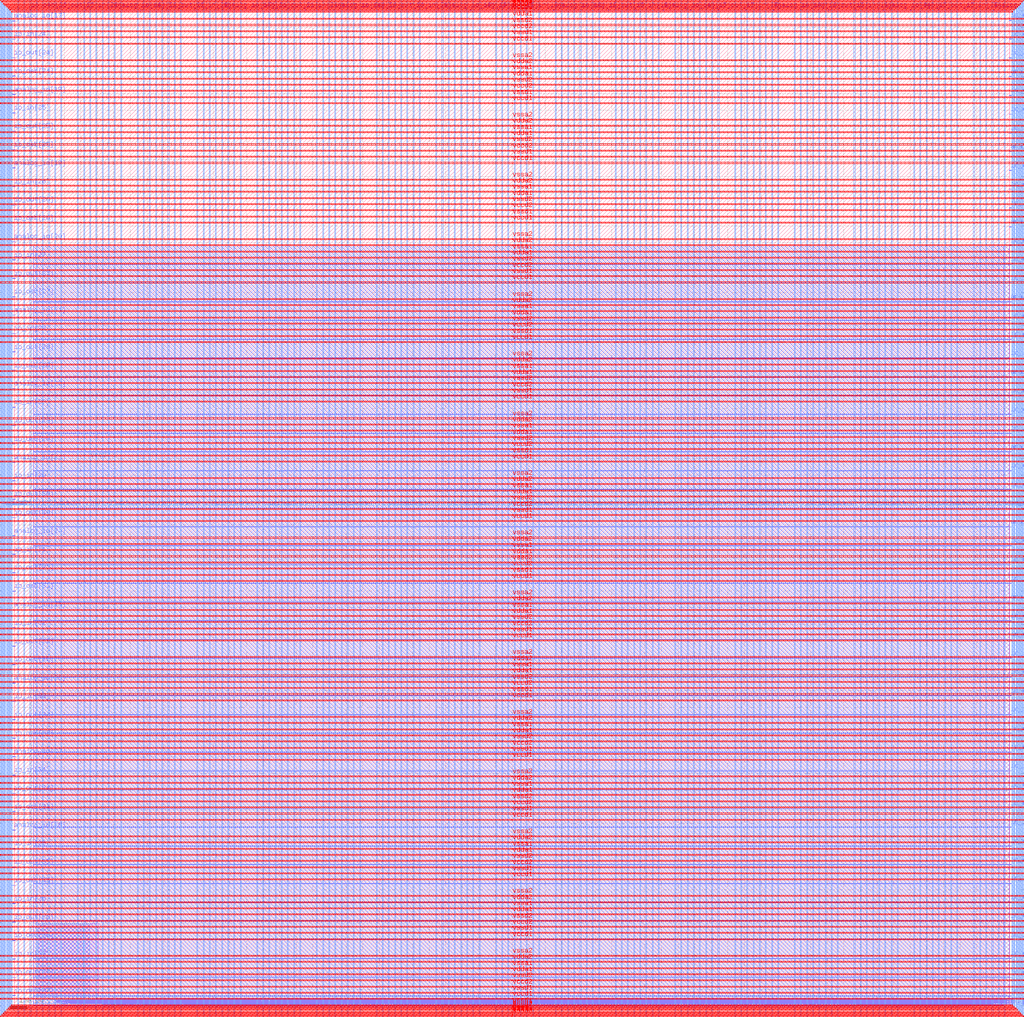
<source format=lef>
VERSION 5.7 ;
  NOWIREEXTENSIONATPIN ON ;
  DIVIDERCHAR "/" ;
  BUSBITCHARS "[]" ;
MACRO user_project_wrapper
  CLASS BLOCK ;
  FOREIGN user_project_wrapper ;
  ORIGIN 0.000 0.000 ;
  SIZE 3000.000 BY 3000.000 ;
  PIN analog_io[0]
    DIRECTION INOUT ;
    USE SIGNAL ;
    PORT
      LAYER Metal3 ;
        RECT 2997.600 1216.600 3004.800 1217.720 ;
    END
  END analog_io[0]
  PIN analog_io[10]
    DIRECTION INOUT ;
    USE SIGNAL ;
    PORT
      LAYER Metal2 ;
        RECT 2286.760 2997.600 2287.880 3004.800 ;
    END
  END analog_io[10]
  PIN analog_io[11]
    DIRECTION INOUT ;
    USE SIGNAL ;
    PORT
      LAYER Metal2 ;
        RECT 1955.240 2997.600 1956.360 3004.800 ;
    END
  END analog_io[11]
  PIN analog_io[12]
    DIRECTION INOUT ;
    USE SIGNAL ;
    PORT
      LAYER Metal2 ;
        RECT 1623.720 2997.600 1624.840 3004.800 ;
    END
  END analog_io[12]
  PIN analog_io[13]
    DIRECTION INOUT ;
    USE SIGNAL ;
    PORT
      LAYER Metal2 ;
        RECT 1292.200 2997.600 1293.320 3004.800 ;
    END
  END analog_io[13]
  PIN analog_io[14]
    DIRECTION INOUT ;
    USE SIGNAL ;
    PORT
      LAYER Metal2 ;
        RECT 960.680 2997.600 961.800 3004.800 ;
    END
  END analog_io[14]
  PIN analog_io[15]
    DIRECTION INOUT ;
    USE SIGNAL ;
    PORT
      LAYER Metal2 ;
        RECT 629.160 2997.600 630.280 3004.800 ;
    END
  END analog_io[15]
  PIN analog_io[16]
    DIRECTION INOUT ;
    USE SIGNAL ;
    PORT
      LAYER Metal2 ;
        RECT 297.640 2997.600 298.760 3004.800 ;
    END
  END analog_io[16]
  PIN analog_io[17]
    DIRECTION INOUT ;
    USE SIGNAL ;
    PORT
      LAYER Metal3 ;
        RECT -4.800 2968.280 2.400 2969.400 ;
    END
  END analog_io[17]
  PIN analog_io[18]
    DIRECTION INOUT ;
    USE SIGNAL ;
    PORT
      LAYER Metal3 ;
        RECT -4.800 2746.520 2.400 2747.640 ;
    END
  END analog_io[18]
  PIN analog_io[19]
    DIRECTION INOUT ;
    USE SIGNAL ;
    PORT
      LAYER Metal3 ;
        RECT -4.800 2524.760 2.400 2525.880 ;
    END
  END analog_io[19]
  PIN analog_io[1]
    DIRECTION INOUT ;
    USE SIGNAL ;
    PORT
      LAYER Metal3 ;
        RECT 2997.600 1442.840 3004.800 1443.960 ;
    END
  END analog_io[1]
  PIN analog_io[20]
    DIRECTION INOUT ;
    USE SIGNAL ;
    PORT
      LAYER Metal3 ;
        RECT -4.800 2303.000 2.400 2304.120 ;
    END
  END analog_io[20]
  PIN analog_io[21]
    DIRECTION INOUT ;
    USE SIGNAL ;
    PORT
      LAYER Metal3 ;
        RECT -4.800 2081.240 2.400 2082.360 ;
    END
  END analog_io[21]
  PIN analog_io[22]
    DIRECTION INOUT ;
    USE SIGNAL ;
    PORT
      LAYER Metal3 ;
        RECT -4.800 1859.480 2.400 1860.600 ;
    END
  END analog_io[22]
  PIN analog_io[23]
    DIRECTION INOUT ;
    USE SIGNAL ;
    PORT
      LAYER Metal3 ;
        RECT -4.800 1637.720 2.400 1638.840 ;
    END
  END analog_io[23]
  PIN analog_io[24]
    DIRECTION INOUT ;
    USE SIGNAL ;
    PORT
      LAYER Metal3 ;
        RECT -4.800 1415.960 2.400 1417.080 ;
    END
  END analog_io[24]
  PIN analog_io[25]
    DIRECTION INOUT ;
    USE SIGNAL ;
    PORT
      LAYER Metal3 ;
        RECT -4.800 1194.200 2.400 1195.320 ;
    END
  END analog_io[25]
  PIN analog_io[26]
    DIRECTION INOUT ;
    USE SIGNAL ;
    PORT
      LAYER Metal3 ;
        RECT -4.800 972.440 2.400 973.560 ;
    END
  END analog_io[26]
  PIN analog_io[27]
    DIRECTION INOUT ;
    USE SIGNAL ;
    PORT
      LAYER Metal3 ;
        RECT -4.800 750.680 2.400 751.800 ;
    END
  END analog_io[27]
  PIN analog_io[28]
    DIRECTION INOUT ;
    USE SIGNAL ;
    PORT
      LAYER Metal3 ;
        RECT -4.800 528.920 2.400 530.040 ;
    END
  END analog_io[28]
  PIN analog_io[2]
    DIRECTION INOUT ;
    USE SIGNAL ;
    PORT
      LAYER Metal3 ;
        RECT 2997.600 1669.080 3004.800 1670.200 ;
    END
  END analog_io[2]
  PIN analog_io[3]
    DIRECTION INOUT ;
    USE SIGNAL ;
    PORT
      LAYER Metal3 ;
        RECT 2997.600 1895.320 3004.800 1896.440 ;
    END
  END analog_io[3]
  PIN analog_io[4]
    DIRECTION INOUT ;
    USE SIGNAL ;
    PORT
      LAYER Metal3 ;
        RECT 2997.600 2121.560 3004.800 2122.680 ;
    END
  END analog_io[4]
  PIN analog_io[5]
    DIRECTION INOUT ;
    USE SIGNAL ;
    PORT
      LAYER Metal3 ;
        RECT 2997.600 2347.800 3004.800 2348.920 ;
    END
  END analog_io[5]
  PIN analog_io[6]
    DIRECTION INOUT ;
    USE SIGNAL ;
    PORT
      LAYER Metal3 ;
        RECT 2997.600 2574.040 3004.800 2575.160 ;
    END
  END analog_io[6]
  PIN analog_io[7]
    DIRECTION INOUT ;
    USE SIGNAL ;
    PORT
      LAYER Metal3 ;
        RECT 2997.600 2800.280 3004.800 2801.400 ;
    END
  END analog_io[7]
  PIN analog_io[8]
    DIRECTION INOUT ;
    USE SIGNAL ;
    PORT
      LAYER Metal2 ;
        RECT 2949.800 2997.600 2950.920 3004.800 ;
    END
  END analog_io[8]
  PIN analog_io[9]
    DIRECTION INOUT ;
    USE SIGNAL ;
    PORT
      LAYER Metal2 ;
        RECT 2618.280 2997.600 2619.400 3004.800 ;
    END
  END analog_io[9]
  PIN io_in[0]
    DIRECTION INPUT ;
    USE SIGNAL ;
    PORT
      LAYER Metal3 ;
        RECT 2997.600 28.840 3004.800 29.960 ;
    END
  END io_in[0]
  PIN io_in[10]
    DIRECTION INPUT ;
    USE SIGNAL ;
    PORT
      LAYER Metal3 ;
        RECT 2997.600 1951.880 3004.800 1953.000 ;
    END
  END io_in[10]
  PIN io_in[11]
    DIRECTION INPUT ;
    USE SIGNAL ;
    PORT
      LAYER Metal3 ;
        RECT 2997.600 2178.120 3004.800 2179.240 ;
    END
  END io_in[11]
  PIN io_in[12]
    DIRECTION INPUT ;
    USE SIGNAL ;
    PORT
      LAYER Metal3 ;
        RECT 2997.600 2404.360 3004.800 2405.480 ;
    END
  END io_in[12]
  PIN io_in[13]
    DIRECTION INPUT ;
    USE SIGNAL ;
    PORT
      LAYER Metal3 ;
        RECT 2997.600 2630.600 3004.800 2631.720 ;
    END
  END io_in[13]
  PIN io_in[14]
    DIRECTION INPUT ;
    USE SIGNAL ;
    PORT
      LAYER Metal3 ;
        RECT 2997.600 2856.840 3004.800 2857.960 ;
    END
  END io_in[14]
  PIN io_in[15]
    DIRECTION INPUT ;
    USE SIGNAL ;
    PORT
      LAYER Metal2 ;
        RECT 2866.920 2997.600 2868.040 3004.800 ;
    END
  END io_in[15]
  PIN io_in[16]
    DIRECTION INPUT ;
    USE SIGNAL ;
    PORT
      LAYER Metal2 ;
        RECT 2535.400 2997.600 2536.520 3004.800 ;
    END
  END io_in[16]
  PIN io_in[17]
    DIRECTION INPUT ;
    USE SIGNAL ;
    PORT
      LAYER Metal2 ;
        RECT 2203.880 2997.600 2205.000 3004.800 ;
    END
  END io_in[17]
  PIN io_in[18]
    DIRECTION INPUT ;
    USE SIGNAL ;
    PORT
      LAYER Metal2 ;
        RECT 1872.360 2997.600 1873.480 3004.800 ;
    END
  END io_in[18]
  PIN io_in[19]
    DIRECTION INPUT ;
    USE SIGNAL ;
    PORT
      LAYER Metal2 ;
        RECT 1540.840 2997.600 1541.960 3004.800 ;
    END
  END io_in[19]
  PIN io_in[1]
    DIRECTION INPUT ;
    USE SIGNAL ;
    PORT
      LAYER Metal3 ;
        RECT 2997.600 198.520 3004.800 199.640 ;
    END
  END io_in[1]
  PIN io_in[20]
    DIRECTION INPUT ;
    USE SIGNAL ;
    PORT
      LAYER Metal2 ;
        RECT 1209.320 2997.600 1210.440 3004.800 ;
    END
  END io_in[20]
  PIN io_in[21]
    DIRECTION INPUT ;
    USE SIGNAL ;
    PORT
      LAYER Metal2 ;
        RECT 877.800 2997.600 878.920 3004.800 ;
    END
  END io_in[21]
  PIN io_in[22]
    DIRECTION INPUT ;
    USE SIGNAL ;
    PORT
      LAYER Metal2 ;
        RECT 546.280 2997.600 547.400 3004.800 ;
    END
  END io_in[22]
  PIN io_in[23]
    DIRECTION INPUT ;
    USE SIGNAL ;
    PORT
      LAYER Metal2 ;
        RECT 214.760 2997.600 215.880 3004.800 ;
    END
  END io_in[23]
  PIN io_in[24]
    DIRECTION INPUT ;
    USE SIGNAL ;
    PORT
      LAYER Metal3 ;
        RECT -4.800 2912.840 2.400 2913.960 ;
    END
  END io_in[24]
  PIN io_in[25]
    DIRECTION INPUT ;
    USE SIGNAL ;
    PORT
      LAYER Metal3 ;
        RECT -4.800 2691.080 2.400 2692.200 ;
    END
  END io_in[25]
  PIN io_in[26]
    DIRECTION INPUT ;
    USE SIGNAL ;
    PORT
      LAYER Metal3 ;
        RECT -4.800 2469.320 2.400 2470.440 ;
    END
  END io_in[26]
  PIN io_in[27]
    DIRECTION INPUT ;
    USE SIGNAL ;
    PORT
      LAYER Metal3 ;
        RECT -4.800 2247.560 2.400 2248.680 ;
    END
  END io_in[27]
  PIN io_in[28]
    DIRECTION INPUT ;
    USE SIGNAL ;
    PORT
      LAYER Metal3 ;
        RECT -4.800 2025.800 2.400 2026.920 ;
    END
  END io_in[28]
  PIN io_in[29]
    DIRECTION INPUT ;
    USE SIGNAL ;
    PORT
      LAYER Metal3 ;
        RECT -4.800 1804.040 2.400 1805.160 ;
    END
  END io_in[29]
  PIN io_in[2]
    DIRECTION INPUT ;
    USE SIGNAL ;
    PORT
      LAYER Metal3 ;
        RECT 2997.600 368.200 3004.800 369.320 ;
    END
  END io_in[2]
  PIN io_in[30]
    DIRECTION INPUT ;
    USE SIGNAL ;
    PORT
      LAYER Metal3 ;
        RECT -4.800 1582.280 2.400 1583.400 ;
    END
  END io_in[30]
  PIN io_in[31]
    DIRECTION INPUT ;
    USE SIGNAL ;
    PORT
      LAYER Metal3 ;
        RECT -4.800 1360.520 2.400 1361.640 ;
    END
  END io_in[31]
  PIN io_in[32]
    DIRECTION INPUT ;
    USE SIGNAL ;
    PORT
      LAYER Metal3 ;
        RECT -4.800 1138.760 2.400 1139.880 ;
    END
  END io_in[32]
  PIN io_in[33]
    DIRECTION INPUT ;
    USE SIGNAL ;
    PORT
      LAYER Metal3 ;
        RECT -4.800 917.000 2.400 918.120 ;
    END
  END io_in[33]
  PIN io_in[34]
    DIRECTION INPUT ;
    USE SIGNAL ;
    PORT
      LAYER Metal3 ;
        RECT -4.800 695.240 2.400 696.360 ;
    END
  END io_in[34]
  PIN io_in[35]
    DIRECTION INPUT ;
    USE SIGNAL ;
    PORT
      LAYER Metal3 ;
        RECT -4.800 473.480 2.400 474.600 ;
    END
  END io_in[35]
  PIN io_in[36]
    DIRECTION INPUT ;
    USE SIGNAL ;
    PORT
      LAYER Metal3 ;
        RECT -4.800 307.160 2.400 308.280 ;
    END
  END io_in[36]
  PIN io_in[37]
    DIRECTION INPUT ;
    USE SIGNAL ;
    PORT
      LAYER Metal3 ;
        RECT -4.800 140.840 2.400 141.960 ;
    END
  END io_in[37]
  PIN io_in[3]
    DIRECTION INPUT ;
    USE SIGNAL ;
    PORT
      LAYER Metal3 ;
        RECT 2997.600 537.880 3004.800 539.000 ;
    END
  END io_in[3]
  PIN io_in[4]
    DIRECTION INPUT ;
    USE SIGNAL ;
    PORT
      LAYER Metal3 ;
        RECT 2997.600 707.560 3004.800 708.680 ;
    END
  END io_in[4]
  PIN io_in[5]
    DIRECTION INPUT ;
    USE SIGNAL ;
    PORT
      LAYER Metal3 ;
        RECT 2997.600 877.240 3004.800 878.360 ;
    END
  END io_in[5]
  PIN io_in[6]
    DIRECTION INPUT ;
    USE SIGNAL ;
    PORT
      LAYER Metal3 ;
        RECT 2997.600 1046.920 3004.800 1048.040 ;
    END
  END io_in[6]
  PIN io_in[7]
    DIRECTION INPUT ;
    USE SIGNAL ;
    PORT
      LAYER Metal3 ;
        RECT 2997.600 1273.160 3004.800 1274.280 ;
    END
  END io_in[7]
  PIN io_in[8]
    DIRECTION INPUT ;
    USE SIGNAL ;
    PORT
      LAYER Metal3 ;
        RECT 2997.600 1499.400 3004.800 1500.520 ;
    END
  END io_in[8]
  PIN io_in[9]
    DIRECTION INPUT ;
    USE SIGNAL ;
    PORT
      LAYER Metal3 ;
        RECT 2997.600 1725.640 3004.800 1726.760 ;
    END
  END io_in[9]
  PIN io_oeb[0]
    DIRECTION OUTPUT TRISTATE ;
    USE SIGNAL ;
    PORT
      LAYER Metal3 ;
        RECT 2997.600 141.960 3004.800 143.080 ;
    END
  END io_oeb[0]
  PIN io_oeb[10]
    DIRECTION OUTPUT TRISTATE ;
    USE SIGNAL ;
    PORT
      LAYER Metal3 ;
        RECT 2997.600 2065.000 3004.800 2066.120 ;
    END
  END io_oeb[10]
  PIN io_oeb[11]
    DIRECTION OUTPUT TRISTATE ;
    USE SIGNAL ;
    PORT
      LAYER Metal3 ;
        RECT 2997.600 2291.240 3004.800 2292.360 ;
    END
  END io_oeb[11]
  PIN io_oeb[12]
    DIRECTION OUTPUT TRISTATE ;
    USE SIGNAL ;
    PORT
      LAYER Metal3 ;
        RECT 2997.600 2517.480 3004.800 2518.600 ;
    END
  END io_oeb[12]
  PIN io_oeb[13]
    DIRECTION OUTPUT TRISTATE ;
    USE SIGNAL ;
    PORT
      LAYER Metal3 ;
        RECT 2997.600 2743.720 3004.800 2744.840 ;
    END
  END io_oeb[13]
  PIN io_oeb[14]
    DIRECTION OUTPUT TRISTATE ;
    USE SIGNAL ;
    PORT
      LAYER Metal3 ;
        RECT 2997.600 2969.960 3004.800 2971.080 ;
    END
  END io_oeb[14]
  PIN io_oeb[15]
    DIRECTION OUTPUT TRISTATE ;
    USE SIGNAL ;
    PORT
      LAYER Metal2 ;
        RECT 2701.160 2997.600 2702.280 3004.800 ;
    END
  END io_oeb[15]
  PIN io_oeb[16]
    DIRECTION OUTPUT TRISTATE ;
    USE SIGNAL ;
    PORT
      LAYER Metal2 ;
        RECT 2369.640 2997.600 2370.760 3004.800 ;
    END
  END io_oeb[16]
  PIN io_oeb[17]
    DIRECTION OUTPUT TRISTATE ;
    USE SIGNAL ;
    PORT
      LAYER Metal2 ;
        RECT 2038.120 2997.600 2039.240 3004.800 ;
    END
  END io_oeb[17]
  PIN io_oeb[18]
    DIRECTION OUTPUT TRISTATE ;
    USE SIGNAL ;
    PORT
      LAYER Metal2 ;
        RECT 1706.600 2997.600 1707.720 3004.800 ;
    END
  END io_oeb[18]
  PIN io_oeb[19]
    DIRECTION OUTPUT TRISTATE ;
    USE SIGNAL ;
    PORT
      LAYER Metal2 ;
        RECT 1375.080 2997.600 1376.200 3004.800 ;
    END
  END io_oeb[19]
  PIN io_oeb[1]
    DIRECTION OUTPUT TRISTATE ;
    USE SIGNAL ;
    PORT
      LAYER Metal3 ;
        RECT 2997.600 311.640 3004.800 312.760 ;
    END
  END io_oeb[1]
  PIN io_oeb[20]
    DIRECTION OUTPUT TRISTATE ;
    USE SIGNAL ;
    PORT
      LAYER Metal2 ;
        RECT 1043.560 2997.600 1044.680 3004.800 ;
    END
  END io_oeb[20]
  PIN io_oeb[21]
    DIRECTION OUTPUT TRISTATE ;
    USE SIGNAL ;
    PORT
      LAYER Metal2 ;
        RECT 712.040 2997.600 713.160 3004.800 ;
    END
  END io_oeb[21]
  PIN io_oeb[22]
    DIRECTION OUTPUT TRISTATE ;
    USE SIGNAL ;
    PORT
      LAYER Metal2 ;
        RECT 380.520 2997.600 381.640 3004.800 ;
    END
  END io_oeb[22]
  PIN io_oeb[23]
    DIRECTION OUTPUT TRISTATE ;
    USE SIGNAL ;
    PORT
      LAYER Metal2 ;
        RECT 49.000 2997.600 50.120 3004.800 ;
    END
  END io_oeb[23]
  PIN io_oeb[24]
    DIRECTION OUTPUT TRISTATE ;
    USE SIGNAL ;
    PORT
      LAYER Metal3 ;
        RECT -4.800 2801.960 2.400 2803.080 ;
    END
  END io_oeb[24]
  PIN io_oeb[25]
    DIRECTION OUTPUT TRISTATE ;
    USE SIGNAL ;
    PORT
      LAYER Metal3 ;
        RECT -4.800 2580.200 2.400 2581.320 ;
    END
  END io_oeb[25]
  PIN io_oeb[26]
    DIRECTION OUTPUT TRISTATE ;
    USE SIGNAL ;
    PORT
      LAYER Metal3 ;
        RECT -4.800 2358.440 2.400 2359.560 ;
    END
  END io_oeb[26]
  PIN io_oeb[27]
    DIRECTION OUTPUT TRISTATE ;
    USE SIGNAL ;
    PORT
      LAYER Metal3 ;
        RECT -4.800 2136.680 2.400 2137.800 ;
    END
  END io_oeb[27]
  PIN io_oeb[28]
    DIRECTION OUTPUT TRISTATE ;
    USE SIGNAL ;
    PORT
      LAYER Metal3 ;
        RECT -4.800 1914.920 2.400 1916.040 ;
    END
  END io_oeb[28]
  PIN io_oeb[29]
    DIRECTION OUTPUT TRISTATE ;
    USE SIGNAL ;
    PORT
      LAYER Metal3 ;
        RECT -4.800 1693.160 2.400 1694.280 ;
    END
  END io_oeb[29]
  PIN io_oeb[2]
    DIRECTION OUTPUT TRISTATE ;
    USE SIGNAL ;
    PORT
      LAYER Metal3 ;
        RECT 2997.600 481.320 3004.800 482.440 ;
    END
  END io_oeb[2]
  PIN io_oeb[30]
    DIRECTION OUTPUT TRISTATE ;
    USE SIGNAL ;
    PORT
      LAYER Metal3 ;
        RECT -4.800 1471.400 2.400 1472.520 ;
    END
  END io_oeb[30]
  PIN io_oeb[31]
    DIRECTION OUTPUT TRISTATE ;
    USE SIGNAL ;
    PORT
      LAYER Metal3 ;
        RECT -4.800 1249.640 2.400 1250.760 ;
    END
  END io_oeb[31]
  PIN io_oeb[32]
    DIRECTION OUTPUT TRISTATE ;
    USE SIGNAL ;
    PORT
      LAYER Metal3 ;
        RECT -4.800 1027.880 2.400 1029.000 ;
    END
  END io_oeb[32]
  PIN io_oeb[33]
    DIRECTION OUTPUT TRISTATE ;
    USE SIGNAL ;
    PORT
      LAYER Metal3 ;
        RECT -4.800 806.120 2.400 807.240 ;
    END
  END io_oeb[33]
  PIN io_oeb[34]
    DIRECTION OUTPUT TRISTATE ;
    USE SIGNAL ;
    PORT
      LAYER Metal3 ;
        RECT -4.800 584.360 2.400 585.480 ;
    END
  END io_oeb[34]
  PIN io_oeb[35]
    DIRECTION OUTPUT TRISTATE ;
    USE SIGNAL ;
    PORT
      LAYER Metal3 ;
        RECT -4.800 362.600 2.400 363.720 ;
    END
  END io_oeb[35]
  PIN io_oeb[36]
    DIRECTION OUTPUT TRISTATE ;
    USE SIGNAL ;
    PORT
      LAYER Metal3 ;
        RECT -4.800 196.280 2.400 197.400 ;
    END
  END io_oeb[36]
  PIN io_oeb[37]
    DIRECTION OUTPUT TRISTATE ;
    USE SIGNAL ;
    PORT
      LAYER Metal3 ;
        RECT -4.800 29.960 2.400 31.080 ;
    END
  END io_oeb[37]
  PIN io_oeb[3]
    DIRECTION OUTPUT TRISTATE ;
    USE SIGNAL ;
    PORT
      LAYER Metal3 ;
        RECT 2997.600 651.000 3004.800 652.120 ;
    END
  END io_oeb[3]
  PIN io_oeb[4]
    DIRECTION OUTPUT TRISTATE ;
    USE SIGNAL ;
    PORT
      LAYER Metal3 ;
        RECT 2997.600 820.680 3004.800 821.800 ;
    END
  END io_oeb[4]
  PIN io_oeb[5]
    DIRECTION OUTPUT TRISTATE ;
    USE SIGNAL ;
    PORT
      LAYER Metal3 ;
        RECT 2997.600 990.360 3004.800 991.480 ;
    END
  END io_oeb[5]
  PIN io_oeb[6]
    DIRECTION OUTPUT TRISTATE ;
    USE SIGNAL ;
    PORT
      LAYER Metal3 ;
        RECT 2997.600 1160.040 3004.800 1161.160 ;
    END
  END io_oeb[6]
  PIN io_oeb[7]
    DIRECTION OUTPUT TRISTATE ;
    USE SIGNAL ;
    PORT
      LAYER Metal3 ;
        RECT 2997.600 1386.280 3004.800 1387.400 ;
    END
  END io_oeb[7]
  PIN io_oeb[8]
    DIRECTION OUTPUT TRISTATE ;
    USE SIGNAL ;
    PORT
      LAYER Metal3 ;
        RECT 2997.600 1612.520 3004.800 1613.640 ;
    END
  END io_oeb[8]
  PIN io_oeb[9]
    DIRECTION OUTPUT TRISTATE ;
    USE SIGNAL ;
    PORT
      LAYER Metal3 ;
        RECT 2997.600 1838.760 3004.800 1839.880 ;
    END
  END io_oeb[9]
  PIN io_out[0]
    DIRECTION OUTPUT TRISTATE ;
    USE SIGNAL ;
    PORT
      LAYER Metal3 ;
        RECT 2997.600 85.400 3004.800 86.520 ;
    END
  END io_out[0]
  PIN io_out[10]
    DIRECTION OUTPUT TRISTATE ;
    USE SIGNAL ;
    PORT
      LAYER Metal3 ;
        RECT 2997.600 2008.440 3004.800 2009.560 ;
    END
  END io_out[10]
  PIN io_out[11]
    DIRECTION OUTPUT TRISTATE ;
    USE SIGNAL ;
    PORT
      LAYER Metal3 ;
        RECT 2997.600 2234.680 3004.800 2235.800 ;
    END
  END io_out[11]
  PIN io_out[12]
    DIRECTION OUTPUT TRISTATE ;
    USE SIGNAL ;
    PORT
      LAYER Metal3 ;
        RECT 2997.600 2460.920 3004.800 2462.040 ;
    END
  END io_out[12]
  PIN io_out[13]
    DIRECTION OUTPUT TRISTATE ;
    USE SIGNAL ;
    PORT
      LAYER Metal3 ;
        RECT 2997.600 2687.160 3004.800 2688.280 ;
    END
  END io_out[13]
  PIN io_out[14]
    DIRECTION OUTPUT TRISTATE ;
    USE SIGNAL ;
    PORT
      LAYER Metal3 ;
        RECT 2997.600 2913.400 3004.800 2914.520 ;
    END
  END io_out[14]
  PIN io_out[15]
    DIRECTION OUTPUT TRISTATE ;
    USE SIGNAL ;
    PORT
      LAYER Metal2 ;
        RECT 2784.040 2997.600 2785.160 3004.800 ;
    END
  END io_out[15]
  PIN io_out[16]
    DIRECTION OUTPUT TRISTATE ;
    USE SIGNAL ;
    PORT
      LAYER Metal2 ;
        RECT 2452.520 2997.600 2453.640 3004.800 ;
    END
  END io_out[16]
  PIN io_out[17]
    DIRECTION OUTPUT TRISTATE ;
    USE SIGNAL ;
    PORT
      LAYER Metal2 ;
        RECT 2121.000 2997.600 2122.120 3004.800 ;
    END
  END io_out[17]
  PIN io_out[18]
    DIRECTION OUTPUT TRISTATE ;
    USE SIGNAL ;
    PORT
      LAYER Metal2 ;
        RECT 1789.480 2997.600 1790.600 3004.800 ;
    END
  END io_out[18]
  PIN io_out[19]
    DIRECTION OUTPUT TRISTATE ;
    USE SIGNAL ;
    PORT
      LAYER Metal2 ;
        RECT 1457.960 2997.600 1459.080 3004.800 ;
    END
  END io_out[19]
  PIN io_out[1]
    DIRECTION OUTPUT TRISTATE ;
    USE SIGNAL ;
    PORT
      LAYER Metal3 ;
        RECT 2997.600 255.080 3004.800 256.200 ;
    END
  END io_out[1]
  PIN io_out[20]
    DIRECTION OUTPUT TRISTATE ;
    USE SIGNAL ;
    PORT
      LAYER Metal2 ;
        RECT 1126.440 2997.600 1127.560 3004.800 ;
    END
  END io_out[20]
  PIN io_out[21]
    DIRECTION OUTPUT TRISTATE ;
    USE SIGNAL ;
    PORT
      LAYER Metal2 ;
        RECT 794.920 2997.600 796.040 3004.800 ;
    END
  END io_out[21]
  PIN io_out[22]
    DIRECTION OUTPUT TRISTATE ;
    USE SIGNAL ;
    PORT
      LAYER Metal2 ;
        RECT 463.400 2997.600 464.520 3004.800 ;
    END
  END io_out[22]
  PIN io_out[23]
    DIRECTION OUTPUT TRISTATE ;
    USE SIGNAL ;
    PORT
      LAYER Metal2 ;
        RECT 131.880 2997.600 133.000 3004.800 ;
    END
  END io_out[23]
  PIN io_out[24]
    DIRECTION OUTPUT TRISTATE ;
    USE SIGNAL ;
    PORT
      LAYER Metal3 ;
        RECT -4.800 2857.400 2.400 2858.520 ;
    END
  END io_out[24]
  PIN io_out[25]
    DIRECTION OUTPUT TRISTATE ;
    USE SIGNAL ;
    PORT
      LAYER Metal3 ;
        RECT -4.800 2635.640 2.400 2636.760 ;
    END
  END io_out[25]
  PIN io_out[26]
    DIRECTION OUTPUT TRISTATE ;
    USE SIGNAL ;
    PORT
      LAYER Metal3 ;
        RECT -4.800 2413.880 2.400 2415.000 ;
    END
  END io_out[26]
  PIN io_out[27]
    DIRECTION OUTPUT TRISTATE ;
    USE SIGNAL ;
    PORT
      LAYER Metal3 ;
        RECT -4.800 2192.120 2.400 2193.240 ;
    END
  END io_out[27]
  PIN io_out[28]
    DIRECTION OUTPUT TRISTATE ;
    USE SIGNAL ;
    PORT
      LAYER Metal3 ;
        RECT -4.800 1970.360 2.400 1971.480 ;
    END
  END io_out[28]
  PIN io_out[29]
    DIRECTION OUTPUT TRISTATE ;
    USE SIGNAL ;
    PORT
      LAYER Metal3 ;
        RECT -4.800 1748.600 2.400 1749.720 ;
    END
  END io_out[29]
  PIN io_out[2]
    DIRECTION OUTPUT TRISTATE ;
    USE SIGNAL ;
    PORT
      LAYER Metal3 ;
        RECT 2997.600 424.760 3004.800 425.880 ;
    END
  END io_out[2]
  PIN io_out[30]
    DIRECTION OUTPUT TRISTATE ;
    USE SIGNAL ;
    PORT
      LAYER Metal3 ;
        RECT -4.800 1526.840 2.400 1527.960 ;
    END
  END io_out[30]
  PIN io_out[31]
    DIRECTION OUTPUT TRISTATE ;
    USE SIGNAL ;
    PORT
      LAYER Metal3 ;
        RECT -4.800 1305.080 2.400 1306.200 ;
    END
  END io_out[31]
  PIN io_out[32]
    DIRECTION OUTPUT TRISTATE ;
    USE SIGNAL ;
    PORT
      LAYER Metal3 ;
        RECT -4.800 1083.320 2.400 1084.440 ;
    END
  END io_out[32]
  PIN io_out[33]
    DIRECTION OUTPUT TRISTATE ;
    USE SIGNAL ;
    PORT
      LAYER Metal3 ;
        RECT -4.800 861.560 2.400 862.680 ;
    END
  END io_out[33]
  PIN io_out[34]
    DIRECTION OUTPUT TRISTATE ;
    USE SIGNAL ;
    PORT
      LAYER Metal3 ;
        RECT -4.800 639.800 2.400 640.920 ;
    END
  END io_out[34]
  PIN io_out[35]
    DIRECTION OUTPUT TRISTATE ;
    USE SIGNAL ;
    PORT
      LAYER Metal3 ;
        RECT -4.800 418.040 2.400 419.160 ;
    END
  END io_out[35]
  PIN io_out[36]
    DIRECTION OUTPUT TRISTATE ;
    USE SIGNAL ;
    PORT
      LAYER Metal3 ;
        RECT -4.800 251.720 2.400 252.840 ;
    END
  END io_out[36]
  PIN io_out[37]
    DIRECTION OUTPUT TRISTATE ;
    USE SIGNAL ;
    PORT
      LAYER Metal3 ;
        RECT -4.800 85.400 2.400 86.520 ;
    END
  END io_out[37]
  PIN io_out[3]
    DIRECTION OUTPUT TRISTATE ;
    USE SIGNAL ;
    PORT
      LAYER Metal3 ;
        RECT 2997.600 594.440 3004.800 595.560 ;
    END
  END io_out[3]
  PIN io_out[4]
    DIRECTION OUTPUT TRISTATE ;
    USE SIGNAL ;
    PORT
      LAYER Metal3 ;
        RECT 2997.600 764.120 3004.800 765.240 ;
    END
  END io_out[4]
  PIN io_out[5]
    DIRECTION OUTPUT TRISTATE ;
    USE SIGNAL ;
    PORT
      LAYER Metal3 ;
        RECT 2997.600 933.800 3004.800 934.920 ;
    END
  END io_out[5]
  PIN io_out[6]
    DIRECTION OUTPUT TRISTATE ;
    USE SIGNAL ;
    PORT
      LAYER Metal3 ;
        RECT 2997.600 1103.480 3004.800 1104.600 ;
    END
  END io_out[6]
  PIN io_out[7]
    DIRECTION OUTPUT TRISTATE ;
    USE SIGNAL ;
    PORT
      LAYER Metal3 ;
        RECT 2997.600 1329.720 3004.800 1330.840 ;
    END
  END io_out[7]
  PIN io_out[8]
    DIRECTION OUTPUT TRISTATE ;
    USE SIGNAL ;
    PORT
      LAYER Metal3 ;
        RECT 2997.600 1555.960 3004.800 1557.080 ;
    END
  END io_out[8]
  PIN io_out[9]
    DIRECTION OUTPUT TRISTATE ;
    USE SIGNAL ;
    PORT
      LAYER Metal3 ;
        RECT 2997.600 1782.200 3004.800 1783.320 ;
    END
  END io_out[9]
  PIN la_data_in[0]
    DIRECTION INPUT ;
    USE SIGNAL ;
    PORT
      LAYER Metal2 ;
        RECT 712.600 -4.800 713.720 2.400 ;
    END
  END la_data_in[0]
  PIN la_data_in[100]
    DIRECTION INPUT ;
    USE SIGNAL ;
    PORT
      LAYER Metal2 ;
        RECT 2392.600 -4.800 2393.720 2.400 ;
    END
  END la_data_in[100]
  PIN la_data_in[101]
    DIRECTION INPUT ;
    USE SIGNAL ;
    PORT
      LAYER Metal2 ;
        RECT 2409.400 -4.800 2410.520 2.400 ;
    END
  END la_data_in[101]
  PIN la_data_in[102]
    DIRECTION INPUT ;
    USE SIGNAL ;
    PORT
      LAYER Metal2 ;
        RECT 2426.200 -4.800 2427.320 2.400 ;
    END
  END la_data_in[102]
  PIN la_data_in[103]
    DIRECTION INPUT ;
    USE SIGNAL ;
    PORT
      LAYER Metal2 ;
        RECT 2443.000 -4.800 2444.120 2.400 ;
    END
  END la_data_in[103]
  PIN la_data_in[104]
    DIRECTION INPUT ;
    USE SIGNAL ;
    PORT
      LAYER Metal2 ;
        RECT 2459.800 -4.800 2460.920 2.400 ;
    END
  END la_data_in[104]
  PIN la_data_in[105]
    DIRECTION INPUT ;
    USE SIGNAL ;
    PORT
      LAYER Metal2 ;
        RECT 2476.600 -4.800 2477.720 2.400 ;
    END
  END la_data_in[105]
  PIN la_data_in[106]
    DIRECTION INPUT ;
    USE SIGNAL ;
    PORT
      LAYER Metal2 ;
        RECT 2493.400 -4.800 2494.520 2.400 ;
    END
  END la_data_in[106]
  PIN la_data_in[107]
    DIRECTION INPUT ;
    USE SIGNAL ;
    PORT
      LAYER Metal2 ;
        RECT 2510.200 -4.800 2511.320 2.400 ;
    END
  END la_data_in[107]
  PIN la_data_in[108]
    DIRECTION INPUT ;
    USE SIGNAL ;
    PORT
      LAYER Metal2 ;
        RECT 2527.000 -4.800 2528.120 2.400 ;
    END
  END la_data_in[108]
  PIN la_data_in[109]
    DIRECTION INPUT ;
    USE SIGNAL ;
    PORT
      LAYER Metal2 ;
        RECT 2543.800 -4.800 2544.920 2.400 ;
    END
  END la_data_in[109]
  PIN la_data_in[10]
    DIRECTION INPUT ;
    USE SIGNAL ;
    PORT
      LAYER Metal2 ;
        RECT 880.600 -4.800 881.720 2.400 ;
    END
  END la_data_in[10]
  PIN la_data_in[110]
    DIRECTION INPUT ;
    USE SIGNAL ;
    PORT
      LAYER Metal2 ;
        RECT 2560.600 -4.800 2561.720 2.400 ;
    END
  END la_data_in[110]
  PIN la_data_in[111]
    DIRECTION INPUT ;
    USE SIGNAL ;
    PORT
      LAYER Metal2 ;
        RECT 2577.400 -4.800 2578.520 2.400 ;
    END
  END la_data_in[111]
  PIN la_data_in[112]
    DIRECTION INPUT ;
    USE SIGNAL ;
    PORT
      LAYER Metal2 ;
        RECT 2594.200 -4.800 2595.320 2.400 ;
    END
  END la_data_in[112]
  PIN la_data_in[113]
    DIRECTION INPUT ;
    USE SIGNAL ;
    PORT
      LAYER Metal2 ;
        RECT 2611.000 -4.800 2612.120 2.400 ;
    END
  END la_data_in[113]
  PIN la_data_in[114]
    DIRECTION INPUT ;
    USE SIGNAL ;
    PORT
      LAYER Metal2 ;
        RECT 2627.800 -4.800 2628.920 2.400 ;
    END
  END la_data_in[114]
  PIN la_data_in[115]
    DIRECTION INPUT ;
    USE SIGNAL ;
    PORT
      LAYER Metal2 ;
        RECT 2644.600 -4.800 2645.720 2.400 ;
    END
  END la_data_in[115]
  PIN la_data_in[116]
    DIRECTION INPUT ;
    USE SIGNAL ;
    PORT
      LAYER Metal2 ;
        RECT 2661.400 -4.800 2662.520 2.400 ;
    END
  END la_data_in[116]
  PIN la_data_in[117]
    DIRECTION INPUT ;
    USE SIGNAL ;
    PORT
      LAYER Metal2 ;
        RECT 2678.200 -4.800 2679.320 2.400 ;
    END
  END la_data_in[117]
  PIN la_data_in[118]
    DIRECTION INPUT ;
    USE SIGNAL ;
    PORT
      LAYER Metal2 ;
        RECT 2695.000 -4.800 2696.120 2.400 ;
    END
  END la_data_in[118]
  PIN la_data_in[119]
    DIRECTION INPUT ;
    USE SIGNAL ;
    PORT
      LAYER Metal2 ;
        RECT 2711.800 -4.800 2712.920 2.400 ;
    END
  END la_data_in[119]
  PIN la_data_in[11]
    DIRECTION INPUT ;
    USE SIGNAL ;
    PORT
      LAYER Metal2 ;
        RECT 897.400 -4.800 898.520 2.400 ;
    END
  END la_data_in[11]
  PIN la_data_in[120]
    DIRECTION INPUT ;
    USE SIGNAL ;
    PORT
      LAYER Metal2 ;
        RECT 2728.600 -4.800 2729.720 2.400 ;
    END
  END la_data_in[120]
  PIN la_data_in[121]
    DIRECTION INPUT ;
    USE SIGNAL ;
    PORT
      LAYER Metal2 ;
        RECT 2745.400 -4.800 2746.520 2.400 ;
    END
  END la_data_in[121]
  PIN la_data_in[122]
    DIRECTION INPUT ;
    USE SIGNAL ;
    PORT
      LAYER Metal2 ;
        RECT 2762.200 -4.800 2763.320 2.400 ;
    END
  END la_data_in[122]
  PIN la_data_in[123]
    DIRECTION INPUT ;
    USE SIGNAL ;
    PORT
      LAYER Metal2 ;
        RECT 2779.000 -4.800 2780.120 2.400 ;
    END
  END la_data_in[123]
  PIN la_data_in[124]
    DIRECTION INPUT ;
    USE SIGNAL ;
    PORT
      LAYER Metal2 ;
        RECT 2795.800 -4.800 2796.920 2.400 ;
    END
  END la_data_in[124]
  PIN la_data_in[125]
    DIRECTION INPUT ;
    USE SIGNAL ;
    PORT
      LAYER Metal2 ;
        RECT 2812.600 -4.800 2813.720 2.400 ;
    END
  END la_data_in[125]
  PIN la_data_in[126]
    DIRECTION INPUT ;
    USE SIGNAL ;
    PORT
      LAYER Metal2 ;
        RECT 2829.400 -4.800 2830.520 2.400 ;
    END
  END la_data_in[126]
  PIN la_data_in[127]
    DIRECTION INPUT ;
    USE SIGNAL ;
    PORT
      LAYER Metal2 ;
        RECT 2846.200 -4.800 2847.320 2.400 ;
    END
  END la_data_in[127]
  PIN la_data_in[12]
    DIRECTION INPUT ;
    USE SIGNAL ;
    PORT
      LAYER Metal2 ;
        RECT 914.200 -4.800 915.320 2.400 ;
    END
  END la_data_in[12]
  PIN la_data_in[13]
    DIRECTION INPUT ;
    USE SIGNAL ;
    PORT
      LAYER Metal2 ;
        RECT 931.000 -4.800 932.120 2.400 ;
    END
  END la_data_in[13]
  PIN la_data_in[14]
    DIRECTION INPUT ;
    USE SIGNAL ;
    PORT
      LAYER Metal2 ;
        RECT 947.800 -4.800 948.920 2.400 ;
    END
  END la_data_in[14]
  PIN la_data_in[15]
    DIRECTION INPUT ;
    USE SIGNAL ;
    PORT
      LAYER Metal2 ;
        RECT 964.600 -4.800 965.720 2.400 ;
    END
  END la_data_in[15]
  PIN la_data_in[16]
    DIRECTION INPUT ;
    USE SIGNAL ;
    PORT
      LAYER Metal2 ;
        RECT 981.400 -4.800 982.520 2.400 ;
    END
  END la_data_in[16]
  PIN la_data_in[17]
    DIRECTION INPUT ;
    USE SIGNAL ;
    PORT
      LAYER Metal2 ;
        RECT 998.200 -4.800 999.320 2.400 ;
    END
  END la_data_in[17]
  PIN la_data_in[18]
    DIRECTION INPUT ;
    USE SIGNAL ;
    PORT
      LAYER Metal2 ;
        RECT 1015.000 -4.800 1016.120 2.400 ;
    END
  END la_data_in[18]
  PIN la_data_in[19]
    DIRECTION INPUT ;
    USE SIGNAL ;
    PORT
      LAYER Metal2 ;
        RECT 1031.800 -4.800 1032.920 2.400 ;
    END
  END la_data_in[19]
  PIN la_data_in[1]
    DIRECTION INPUT ;
    USE SIGNAL ;
    PORT
      LAYER Metal2 ;
        RECT 729.400 -4.800 730.520 2.400 ;
    END
  END la_data_in[1]
  PIN la_data_in[20]
    DIRECTION INPUT ;
    USE SIGNAL ;
    PORT
      LAYER Metal2 ;
        RECT 1048.600 -4.800 1049.720 2.400 ;
    END
  END la_data_in[20]
  PIN la_data_in[21]
    DIRECTION INPUT ;
    USE SIGNAL ;
    PORT
      LAYER Metal2 ;
        RECT 1065.400 -4.800 1066.520 2.400 ;
    END
  END la_data_in[21]
  PIN la_data_in[22]
    DIRECTION INPUT ;
    USE SIGNAL ;
    PORT
      LAYER Metal2 ;
        RECT 1082.200 -4.800 1083.320 2.400 ;
    END
  END la_data_in[22]
  PIN la_data_in[23]
    DIRECTION INPUT ;
    USE SIGNAL ;
    PORT
      LAYER Metal2 ;
        RECT 1099.000 -4.800 1100.120 2.400 ;
    END
  END la_data_in[23]
  PIN la_data_in[24]
    DIRECTION INPUT ;
    USE SIGNAL ;
    PORT
      LAYER Metal2 ;
        RECT 1115.800 -4.800 1116.920 2.400 ;
    END
  END la_data_in[24]
  PIN la_data_in[25]
    DIRECTION INPUT ;
    USE SIGNAL ;
    PORT
      LAYER Metal2 ;
        RECT 1132.600 -4.800 1133.720 2.400 ;
    END
  END la_data_in[25]
  PIN la_data_in[26]
    DIRECTION INPUT ;
    USE SIGNAL ;
    PORT
      LAYER Metal2 ;
        RECT 1149.400 -4.800 1150.520 2.400 ;
    END
  END la_data_in[26]
  PIN la_data_in[27]
    DIRECTION INPUT ;
    USE SIGNAL ;
    PORT
      LAYER Metal2 ;
        RECT 1166.200 -4.800 1167.320 2.400 ;
    END
  END la_data_in[27]
  PIN la_data_in[28]
    DIRECTION INPUT ;
    USE SIGNAL ;
    PORT
      LAYER Metal2 ;
        RECT 1183.000 -4.800 1184.120 2.400 ;
    END
  END la_data_in[28]
  PIN la_data_in[29]
    DIRECTION INPUT ;
    USE SIGNAL ;
    PORT
      LAYER Metal2 ;
        RECT 1199.800 -4.800 1200.920 2.400 ;
    END
  END la_data_in[29]
  PIN la_data_in[2]
    DIRECTION INPUT ;
    USE SIGNAL ;
    PORT
      LAYER Metal2 ;
        RECT 746.200 -4.800 747.320 2.400 ;
    END
  END la_data_in[2]
  PIN la_data_in[30]
    DIRECTION INPUT ;
    USE SIGNAL ;
    PORT
      LAYER Metal2 ;
        RECT 1216.600 -4.800 1217.720 2.400 ;
    END
  END la_data_in[30]
  PIN la_data_in[31]
    DIRECTION INPUT ;
    USE SIGNAL ;
    PORT
      LAYER Metal2 ;
        RECT 1233.400 -4.800 1234.520 2.400 ;
    END
  END la_data_in[31]
  PIN la_data_in[32]
    DIRECTION INPUT ;
    USE SIGNAL ;
    PORT
      LAYER Metal2 ;
        RECT 1250.200 -4.800 1251.320 2.400 ;
    END
  END la_data_in[32]
  PIN la_data_in[33]
    DIRECTION INPUT ;
    USE SIGNAL ;
    PORT
      LAYER Metal2 ;
        RECT 1267.000 -4.800 1268.120 2.400 ;
    END
  END la_data_in[33]
  PIN la_data_in[34]
    DIRECTION INPUT ;
    USE SIGNAL ;
    PORT
      LAYER Metal2 ;
        RECT 1283.800 -4.800 1284.920 2.400 ;
    END
  END la_data_in[34]
  PIN la_data_in[35]
    DIRECTION INPUT ;
    USE SIGNAL ;
    PORT
      LAYER Metal2 ;
        RECT 1300.600 -4.800 1301.720 2.400 ;
    END
  END la_data_in[35]
  PIN la_data_in[36]
    DIRECTION INPUT ;
    USE SIGNAL ;
    PORT
      LAYER Metal2 ;
        RECT 1317.400 -4.800 1318.520 2.400 ;
    END
  END la_data_in[36]
  PIN la_data_in[37]
    DIRECTION INPUT ;
    USE SIGNAL ;
    PORT
      LAYER Metal2 ;
        RECT 1334.200 -4.800 1335.320 2.400 ;
    END
  END la_data_in[37]
  PIN la_data_in[38]
    DIRECTION INPUT ;
    USE SIGNAL ;
    PORT
      LAYER Metal2 ;
        RECT 1351.000 -4.800 1352.120 2.400 ;
    END
  END la_data_in[38]
  PIN la_data_in[39]
    DIRECTION INPUT ;
    USE SIGNAL ;
    PORT
      LAYER Metal2 ;
        RECT 1367.800 -4.800 1368.920 2.400 ;
    END
  END la_data_in[39]
  PIN la_data_in[3]
    DIRECTION INPUT ;
    USE SIGNAL ;
    PORT
      LAYER Metal2 ;
        RECT 763.000 -4.800 764.120 2.400 ;
    END
  END la_data_in[3]
  PIN la_data_in[40]
    DIRECTION INPUT ;
    USE SIGNAL ;
    PORT
      LAYER Metal2 ;
        RECT 1384.600 -4.800 1385.720 2.400 ;
    END
  END la_data_in[40]
  PIN la_data_in[41]
    DIRECTION INPUT ;
    USE SIGNAL ;
    PORT
      LAYER Metal2 ;
        RECT 1401.400 -4.800 1402.520 2.400 ;
    END
  END la_data_in[41]
  PIN la_data_in[42]
    DIRECTION INPUT ;
    USE SIGNAL ;
    PORT
      LAYER Metal2 ;
        RECT 1418.200 -4.800 1419.320 2.400 ;
    END
  END la_data_in[42]
  PIN la_data_in[43]
    DIRECTION INPUT ;
    USE SIGNAL ;
    PORT
      LAYER Metal2 ;
        RECT 1435.000 -4.800 1436.120 2.400 ;
    END
  END la_data_in[43]
  PIN la_data_in[44]
    DIRECTION INPUT ;
    USE SIGNAL ;
    PORT
      LAYER Metal2 ;
        RECT 1451.800 -4.800 1452.920 2.400 ;
    END
  END la_data_in[44]
  PIN la_data_in[45]
    DIRECTION INPUT ;
    USE SIGNAL ;
    PORT
      LAYER Metal2 ;
        RECT 1468.600 -4.800 1469.720 2.400 ;
    END
  END la_data_in[45]
  PIN la_data_in[46]
    DIRECTION INPUT ;
    USE SIGNAL ;
    PORT
      LAYER Metal2 ;
        RECT 1485.400 -4.800 1486.520 2.400 ;
    END
  END la_data_in[46]
  PIN la_data_in[47]
    DIRECTION INPUT ;
    USE SIGNAL ;
    PORT
      LAYER Metal2 ;
        RECT 1502.200 -4.800 1503.320 2.400 ;
    END
  END la_data_in[47]
  PIN la_data_in[48]
    DIRECTION INPUT ;
    USE SIGNAL ;
    PORT
      LAYER Metal2 ;
        RECT 1519.000 -4.800 1520.120 2.400 ;
    END
  END la_data_in[48]
  PIN la_data_in[49]
    DIRECTION INPUT ;
    USE SIGNAL ;
    PORT
      LAYER Metal2 ;
        RECT 1535.800 -4.800 1536.920 2.400 ;
    END
  END la_data_in[49]
  PIN la_data_in[4]
    DIRECTION INPUT ;
    USE SIGNAL ;
    PORT
      LAYER Metal2 ;
        RECT 779.800 -4.800 780.920 2.400 ;
    END
  END la_data_in[4]
  PIN la_data_in[50]
    DIRECTION INPUT ;
    USE SIGNAL ;
    PORT
      LAYER Metal2 ;
        RECT 1552.600 -4.800 1553.720 2.400 ;
    END
  END la_data_in[50]
  PIN la_data_in[51]
    DIRECTION INPUT ;
    USE SIGNAL ;
    PORT
      LAYER Metal2 ;
        RECT 1569.400 -4.800 1570.520 2.400 ;
    END
  END la_data_in[51]
  PIN la_data_in[52]
    DIRECTION INPUT ;
    USE SIGNAL ;
    PORT
      LAYER Metal2 ;
        RECT 1586.200 -4.800 1587.320 2.400 ;
    END
  END la_data_in[52]
  PIN la_data_in[53]
    DIRECTION INPUT ;
    USE SIGNAL ;
    PORT
      LAYER Metal2 ;
        RECT 1603.000 -4.800 1604.120 2.400 ;
    END
  END la_data_in[53]
  PIN la_data_in[54]
    DIRECTION INPUT ;
    USE SIGNAL ;
    PORT
      LAYER Metal2 ;
        RECT 1619.800 -4.800 1620.920 2.400 ;
    END
  END la_data_in[54]
  PIN la_data_in[55]
    DIRECTION INPUT ;
    USE SIGNAL ;
    PORT
      LAYER Metal2 ;
        RECT 1636.600 -4.800 1637.720 2.400 ;
    END
  END la_data_in[55]
  PIN la_data_in[56]
    DIRECTION INPUT ;
    USE SIGNAL ;
    PORT
      LAYER Metal2 ;
        RECT 1653.400 -4.800 1654.520 2.400 ;
    END
  END la_data_in[56]
  PIN la_data_in[57]
    DIRECTION INPUT ;
    USE SIGNAL ;
    PORT
      LAYER Metal2 ;
        RECT 1670.200 -4.800 1671.320 2.400 ;
    END
  END la_data_in[57]
  PIN la_data_in[58]
    DIRECTION INPUT ;
    USE SIGNAL ;
    PORT
      LAYER Metal2 ;
        RECT 1687.000 -4.800 1688.120 2.400 ;
    END
  END la_data_in[58]
  PIN la_data_in[59]
    DIRECTION INPUT ;
    USE SIGNAL ;
    PORT
      LAYER Metal2 ;
        RECT 1703.800 -4.800 1704.920 2.400 ;
    END
  END la_data_in[59]
  PIN la_data_in[5]
    DIRECTION INPUT ;
    USE SIGNAL ;
    PORT
      LAYER Metal2 ;
        RECT 796.600 -4.800 797.720 2.400 ;
    END
  END la_data_in[5]
  PIN la_data_in[60]
    DIRECTION INPUT ;
    USE SIGNAL ;
    PORT
      LAYER Metal2 ;
        RECT 1720.600 -4.800 1721.720 2.400 ;
    END
  END la_data_in[60]
  PIN la_data_in[61]
    DIRECTION INPUT ;
    USE SIGNAL ;
    PORT
      LAYER Metal2 ;
        RECT 1737.400 -4.800 1738.520 2.400 ;
    END
  END la_data_in[61]
  PIN la_data_in[62]
    DIRECTION INPUT ;
    USE SIGNAL ;
    PORT
      LAYER Metal2 ;
        RECT 1754.200 -4.800 1755.320 2.400 ;
    END
  END la_data_in[62]
  PIN la_data_in[63]
    DIRECTION INPUT ;
    USE SIGNAL ;
    PORT
      LAYER Metal2 ;
        RECT 1771.000 -4.800 1772.120 2.400 ;
    END
  END la_data_in[63]
  PIN la_data_in[64]
    DIRECTION INPUT ;
    USE SIGNAL ;
    PORT
      LAYER Metal2 ;
        RECT 1787.800 -4.800 1788.920 2.400 ;
    END
  END la_data_in[64]
  PIN la_data_in[65]
    DIRECTION INPUT ;
    USE SIGNAL ;
    PORT
      LAYER Metal2 ;
        RECT 1804.600 -4.800 1805.720 2.400 ;
    END
  END la_data_in[65]
  PIN la_data_in[66]
    DIRECTION INPUT ;
    USE SIGNAL ;
    PORT
      LAYER Metal2 ;
        RECT 1821.400 -4.800 1822.520 2.400 ;
    END
  END la_data_in[66]
  PIN la_data_in[67]
    DIRECTION INPUT ;
    USE SIGNAL ;
    PORT
      LAYER Metal2 ;
        RECT 1838.200 -4.800 1839.320 2.400 ;
    END
  END la_data_in[67]
  PIN la_data_in[68]
    DIRECTION INPUT ;
    USE SIGNAL ;
    PORT
      LAYER Metal2 ;
        RECT 1855.000 -4.800 1856.120 2.400 ;
    END
  END la_data_in[68]
  PIN la_data_in[69]
    DIRECTION INPUT ;
    USE SIGNAL ;
    PORT
      LAYER Metal2 ;
        RECT 1871.800 -4.800 1872.920 2.400 ;
    END
  END la_data_in[69]
  PIN la_data_in[6]
    DIRECTION INPUT ;
    USE SIGNAL ;
    PORT
      LAYER Metal2 ;
        RECT 813.400 -4.800 814.520 2.400 ;
    END
  END la_data_in[6]
  PIN la_data_in[70]
    DIRECTION INPUT ;
    USE SIGNAL ;
    PORT
      LAYER Metal2 ;
        RECT 1888.600 -4.800 1889.720 2.400 ;
    END
  END la_data_in[70]
  PIN la_data_in[71]
    DIRECTION INPUT ;
    USE SIGNAL ;
    PORT
      LAYER Metal2 ;
        RECT 1905.400 -4.800 1906.520 2.400 ;
    END
  END la_data_in[71]
  PIN la_data_in[72]
    DIRECTION INPUT ;
    USE SIGNAL ;
    PORT
      LAYER Metal2 ;
        RECT 1922.200 -4.800 1923.320 2.400 ;
    END
  END la_data_in[72]
  PIN la_data_in[73]
    DIRECTION INPUT ;
    USE SIGNAL ;
    PORT
      LAYER Metal2 ;
        RECT 1939.000 -4.800 1940.120 2.400 ;
    END
  END la_data_in[73]
  PIN la_data_in[74]
    DIRECTION INPUT ;
    USE SIGNAL ;
    PORT
      LAYER Metal2 ;
        RECT 1955.800 -4.800 1956.920 2.400 ;
    END
  END la_data_in[74]
  PIN la_data_in[75]
    DIRECTION INPUT ;
    USE SIGNAL ;
    PORT
      LAYER Metal2 ;
        RECT 1972.600 -4.800 1973.720 2.400 ;
    END
  END la_data_in[75]
  PIN la_data_in[76]
    DIRECTION INPUT ;
    USE SIGNAL ;
    PORT
      LAYER Metal2 ;
        RECT 1989.400 -4.800 1990.520 2.400 ;
    END
  END la_data_in[76]
  PIN la_data_in[77]
    DIRECTION INPUT ;
    USE SIGNAL ;
    PORT
      LAYER Metal2 ;
        RECT 2006.200 -4.800 2007.320 2.400 ;
    END
  END la_data_in[77]
  PIN la_data_in[78]
    DIRECTION INPUT ;
    USE SIGNAL ;
    PORT
      LAYER Metal2 ;
        RECT 2023.000 -4.800 2024.120 2.400 ;
    END
  END la_data_in[78]
  PIN la_data_in[79]
    DIRECTION INPUT ;
    USE SIGNAL ;
    PORT
      LAYER Metal2 ;
        RECT 2039.800 -4.800 2040.920 2.400 ;
    END
  END la_data_in[79]
  PIN la_data_in[7]
    DIRECTION INPUT ;
    USE SIGNAL ;
    PORT
      LAYER Metal2 ;
        RECT 830.200 -4.800 831.320 2.400 ;
    END
  END la_data_in[7]
  PIN la_data_in[80]
    DIRECTION INPUT ;
    USE SIGNAL ;
    PORT
      LAYER Metal2 ;
        RECT 2056.600 -4.800 2057.720 2.400 ;
    END
  END la_data_in[80]
  PIN la_data_in[81]
    DIRECTION INPUT ;
    USE SIGNAL ;
    PORT
      LAYER Metal2 ;
        RECT 2073.400 -4.800 2074.520 2.400 ;
    END
  END la_data_in[81]
  PIN la_data_in[82]
    DIRECTION INPUT ;
    USE SIGNAL ;
    PORT
      LAYER Metal2 ;
        RECT 2090.200 -4.800 2091.320 2.400 ;
    END
  END la_data_in[82]
  PIN la_data_in[83]
    DIRECTION INPUT ;
    USE SIGNAL ;
    PORT
      LAYER Metal2 ;
        RECT 2107.000 -4.800 2108.120 2.400 ;
    END
  END la_data_in[83]
  PIN la_data_in[84]
    DIRECTION INPUT ;
    USE SIGNAL ;
    PORT
      LAYER Metal2 ;
        RECT 2123.800 -4.800 2124.920 2.400 ;
    END
  END la_data_in[84]
  PIN la_data_in[85]
    DIRECTION INPUT ;
    USE SIGNAL ;
    PORT
      LAYER Metal2 ;
        RECT 2140.600 -4.800 2141.720 2.400 ;
    END
  END la_data_in[85]
  PIN la_data_in[86]
    DIRECTION INPUT ;
    USE SIGNAL ;
    PORT
      LAYER Metal2 ;
        RECT 2157.400 -4.800 2158.520 2.400 ;
    END
  END la_data_in[86]
  PIN la_data_in[87]
    DIRECTION INPUT ;
    USE SIGNAL ;
    PORT
      LAYER Metal2 ;
        RECT 2174.200 -4.800 2175.320 2.400 ;
    END
  END la_data_in[87]
  PIN la_data_in[88]
    DIRECTION INPUT ;
    USE SIGNAL ;
    PORT
      LAYER Metal2 ;
        RECT 2191.000 -4.800 2192.120 2.400 ;
    END
  END la_data_in[88]
  PIN la_data_in[89]
    DIRECTION INPUT ;
    USE SIGNAL ;
    PORT
      LAYER Metal2 ;
        RECT 2207.800 -4.800 2208.920 2.400 ;
    END
  END la_data_in[89]
  PIN la_data_in[8]
    DIRECTION INPUT ;
    USE SIGNAL ;
    PORT
      LAYER Metal2 ;
        RECT 847.000 -4.800 848.120 2.400 ;
    END
  END la_data_in[8]
  PIN la_data_in[90]
    DIRECTION INPUT ;
    USE SIGNAL ;
    PORT
      LAYER Metal2 ;
        RECT 2224.600 -4.800 2225.720 2.400 ;
    END
  END la_data_in[90]
  PIN la_data_in[91]
    DIRECTION INPUT ;
    USE SIGNAL ;
    PORT
      LAYER Metal2 ;
        RECT 2241.400 -4.800 2242.520 2.400 ;
    END
  END la_data_in[91]
  PIN la_data_in[92]
    DIRECTION INPUT ;
    USE SIGNAL ;
    PORT
      LAYER Metal2 ;
        RECT 2258.200 -4.800 2259.320 2.400 ;
    END
  END la_data_in[92]
  PIN la_data_in[93]
    DIRECTION INPUT ;
    USE SIGNAL ;
    PORT
      LAYER Metal2 ;
        RECT 2275.000 -4.800 2276.120 2.400 ;
    END
  END la_data_in[93]
  PIN la_data_in[94]
    DIRECTION INPUT ;
    USE SIGNAL ;
    PORT
      LAYER Metal2 ;
        RECT 2291.800 -4.800 2292.920 2.400 ;
    END
  END la_data_in[94]
  PIN la_data_in[95]
    DIRECTION INPUT ;
    USE SIGNAL ;
    PORT
      LAYER Metal2 ;
        RECT 2308.600 -4.800 2309.720 2.400 ;
    END
  END la_data_in[95]
  PIN la_data_in[96]
    DIRECTION INPUT ;
    USE SIGNAL ;
    PORT
      LAYER Metal2 ;
        RECT 2325.400 -4.800 2326.520 2.400 ;
    END
  END la_data_in[96]
  PIN la_data_in[97]
    DIRECTION INPUT ;
    USE SIGNAL ;
    PORT
      LAYER Metal2 ;
        RECT 2342.200 -4.800 2343.320 2.400 ;
    END
  END la_data_in[97]
  PIN la_data_in[98]
    DIRECTION INPUT ;
    USE SIGNAL ;
    PORT
      LAYER Metal2 ;
        RECT 2359.000 -4.800 2360.120 2.400 ;
    END
  END la_data_in[98]
  PIN la_data_in[99]
    DIRECTION INPUT ;
    USE SIGNAL ;
    PORT
      LAYER Metal2 ;
        RECT 2375.800 -4.800 2376.920 2.400 ;
    END
  END la_data_in[99]
  PIN la_data_in[9]
    DIRECTION INPUT ;
    USE SIGNAL ;
    PORT
      LAYER Metal2 ;
        RECT 863.800 -4.800 864.920 2.400 ;
    END
  END la_data_in[9]
  PIN la_data_out[0]
    DIRECTION OUTPUT TRISTATE ;
    USE SIGNAL ;
    PORT
      LAYER Metal2 ;
        RECT 718.200 -4.800 719.320 2.400 ;
    END
  END la_data_out[0]
  PIN la_data_out[100]
    DIRECTION OUTPUT TRISTATE ;
    USE SIGNAL ;
    PORT
      LAYER Metal2 ;
        RECT 2398.200 -4.800 2399.320 2.400 ;
    END
  END la_data_out[100]
  PIN la_data_out[101]
    DIRECTION OUTPUT TRISTATE ;
    USE SIGNAL ;
    PORT
      LAYER Metal2 ;
        RECT 2415.000 -4.800 2416.120 2.400 ;
    END
  END la_data_out[101]
  PIN la_data_out[102]
    DIRECTION OUTPUT TRISTATE ;
    USE SIGNAL ;
    PORT
      LAYER Metal2 ;
        RECT 2431.800 -4.800 2432.920 2.400 ;
    END
  END la_data_out[102]
  PIN la_data_out[103]
    DIRECTION OUTPUT TRISTATE ;
    USE SIGNAL ;
    PORT
      LAYER Metal2 ;
        RECT 2448.600 -4.800 2449.720 2.400 ;
    END
  END la_data_out[103]
  PIN la_data_out[104]
    DIRECTION OUTPUT TRISTATE ;
    USE SIGNAL ;
    PORT
      LAYER Metal2 ;
        RECT 2465.400 -4.800 2466.520 2.400 ;
    END
  END la_data_out[104]
  PIN la_data_out[105]
    DIRECTION OUTPUT TRISTATE ;
    USE SIGNAL ;
    PORT
      LAYER Metal2 ;
        RECT 2482.200 -4.800 2483.320 2.400 ;
    END
  END la_data_out[105]
  PIN la_data_out[106]
    DIRECTION OUTPUT TRISTATE ;
    USE SIGNAL ;
    PORT
      LAYER Metal2 ;
        RECT 2499.000 -4.800 2500.120 2.400 ;
    END
  END la_data_out[106]
  PIN la_data_out[107]
    DIRECTION OUTPUT TRISTATE ;
    USE SIGNAL ;
    PORT
      LAYER Metal2 ;
        RECT 2515.800 -4.800 2516.920 2.400 ;
    END
  END la_data_out[107]
  PIN la_data_out[108]
    DIRECTION OUTPUT TRISTATE ;
    USE SIGNAL ;
    PORT
      LAYER Metal2 ;
        RECT 2532.600 -4.800 2533.720 2.400 ;
    END
  END la_data_out[108]
  PIN la_data_out[109]
    DIRECTION OUTPUT TRISTATE ;
    USE SIGNAL ;
    PORT
      LAYER Metal2 ;
        RECT 2549.400 -4.800 2550.520 2.400 ;
    END
  END la_data_out[109]
  PIN la_data_out[10]
    DIRECTION OUTPUT TRISTATE ;
    USE SIGNAL ;
    PORT
      LAYER Metal2 ;
        RECT 886.200 -4.800 887.320 2.400 ;
    END
  END la_data_out[10]
  PIN la_data_out[110]
    DIRECTION OUTPUT TRISTATE ;
    USE SIGNAL ;
    PORT
      LAYER Metal2 ;
        RECT 2566.200 -4.800 2567.320 2.400 ;
    END
  END la_data_out[110]
  PIN la_data_out[111]
    DIRECTION OUTPUT TRISTATE ;
    USE SIGNAL ;
    PORT
      LAYER Metal2 ;
        RECT 2583.000 -4.800 2584.120 2.400 ;
    END
  END la_data_out[111]
  PIN la_data_out[112]
    DIRECTION OUTPUT TRISTATE ;
    USE SIGNAL ;
    PORT
      LAYER Metal2 ;
        RECT 2599.800 -4.800 2600.920 2.400 ;
    END
  END la_data_out[112]
  PIN la_data_out[113]
    DIRECTION OUTPUT TRISTATE ;
    USE SIGNAL ;
    PORT
      LAYER Metal2 ;
        RECT 2616.600 -4.800 2617.720 2.400 ;
    END
  END la_data_out[113]
  PIN la_data_out[114]
    DIRECTION OUTPUT TRISTATE ;
    USE SIGNAL ;
    PORT
      LAYER Metal2 ;
        RECT 2633.400 -4.800 2634.520 2.400 ;
    END
  END la_data_out[114]
  PIN la_data_out[115]
    DIRECTION OUTPUT TRISTATE ;
    USE SIGNAL ;
    PORT
      LAYER Metal2 ;
        RECT 2650.200 -4.800 2651.320 2.400 ;
    END
  END la_data_out[115]
  PIN la_data_out[116]
    DIRECTION OUTPUT TRISTATE ;
    USE SIGNAL ;
    PORT
      LAYER Metal2 ;
        RECT 2667.000 -4.800 2668.120 2.400 ;
    END
  END la_data_out[116]
  PIN la_data_out[117]
    DIRECTION OUTPUT TRISTATE ;
    USE SIGNAL ;
    PORT
      LAYER Metal2 ;
        RECT 2683.800 -4.800 2684.920 2.400 ;
    END
  END la_data_out[117]
  PIN la_data_out[118]
    DIRECTION OUTPUT TRISTATE ;
    USE SIGNAL ;
    PORT
      LAYER Metal2 ;
        RECT 2700.600 -4.800 2701.720 2.400 ;
    END
  END la_data_out[118]
  PIN la_data_out[119]
    DIRECTION OUTPUT TRISTATE ;
    USE SIGNAL ;
    PORT
      LAYER Metal2 ;
        RECT 2717.400 -4.800 2718.520 2.400 ;
    END
  END la_data_out[119]
  PIN la_data_out[11]
    DIRECTION OUTPUT TRISTATE ;
    USE SIGNAL ;
    PORT
      LAYER Metal2 ;
        RECT 903.000 -4.800 904.120 2.400 ;
    END
  END la_data_out[11]
  PIN la_data_out[120]
    DIRECTION OUTPUT TRISTATE ;
    USE SIGNAL ;
    PORT
      LAYER Metal2 ;
        RECT 2734.200 -4.800 2735.320 2.400 ;
    END
  END la_data_out[120]
  PIN la_data_out[121]
    DIRECTION OUTPUT TRISTATE ;
    USE SIGNAL ;
    PORT
      LAYER Metal2 ;
        RECT 2751.000 -4.800 2752.120 2.400 ;
    END
  END la_data_out[121]
  PIN la_data_out[122]
    DIRECTION OUTPUT TRISTATE ;
    USE SIGNAL ;
    PORT
      LAYER Metal2 ;
        RECT 2767.800 -4.800 2768.920 2.400 ;
    END
  END la_data_out[122]
  PIN la_data_out[123]
    DIRECTION OUTPUT TRISTATE ;
    USE SIGNAL ;
    PORT
      LAYER Metal2 ;
        RECT 2784.600 -4.800 2785.720 2.400 ;
    END
  END la_data_out[123]
  PIN la_data_out[124]
    DIRECTION OUTPUT TRISTATE ;
    USE SIGNAL ;
    PORT
      LAYER Metal2 ;
        RECT 2801.400 -4.800 2802.520 2.400 ;
    END
  END la_data_out[124]
  PIN la_data_out[125]
    DIRECTION OUTPUT TRISTATE ;
    USE SIGNAL ;
    PORT
      LAYER Metal2 ;
        RECT 2818.200 -4.800 2819.320 2.400 ;
    END
  END la_data_out[125]
  PIN la_data_out[126]
    DIRECTION OUTPUT TRISTATE ;
    USE SIGNAL ;
    PORT
      LAYER Metal2 ;
        RECT 2835.000 -4.800 2836.120 2.400 ;
    END
  END la_data_out[126]
  PIN la_data_out[127]
    DIRECTION OUTPUT TRISTATE ;
    USE SIGNAL ;
    PORT
      LAYER Metal2 ;
        RECT 2851.800 -4.800 2852.920 2.400 ;
    END
  END la_data_out[127]
  PIN la_data_out[12]
    DIRECTION OUTPUT TRISTATE ;
    USE SIGNAL ;
    PORT
      LAYER Metal2 ;
        RECT 919.800 -4.800 920.920 2.400 ;
    END
  END la_data_out[12]
  PIN la_data_out[13]
    DIRECTION OUTPUT TRISTATE ;
    USE SIGNAL ;
    PORT
      LAYER Metal2 ;
        RECT 936.600 -4.800 937.720 2.400 ;
    END
  END la_data_out[13]
  PIN la_data_out[14]
    DIRECTION OUTPUT TRISTATE ;
    USE SIGNAL ;
    PORT
      LAYER Metal2 ;
        RECT 953.400 -4.800 954.520 2.400 ;
    END
  END la_data_out[14]
  PIN la_data_out[15]
    DIRECTION OUTPUT TRISTATE ;
    USE SIGNAL ;
    PORT
      LAYER Metal2 ;
        RECT 970.200 -4.800 971.320 2.400 ;
    END
  END la_data_out[15]
  PIN la_data_out[16]
    DIRECTION OUTPUT TRISTATE ;
    USE SIGNAL ;
    PORT
      LAYER Metal2 ;
        RECT 987.000 -4.800 988.120 2.400 ;
    END
  END la_data_out[16]
  PIN la_data_out[17]
    DIRECTION OUTPUT TRISTATE ;
    USE SIGNAL ;
    PORT
      LAYER Metal2 ;
        RECT 1003.800 -4.800 1004.920 2.400 ;
    END
  END la_data_out[17]
  PIN la_data_out[18]
    DIRECTION OUTPUT TRISTATE ;
    USE SIGNAL ;
    PORT
      LAYER Metal2 ;
        RECT 1020.600 -4.800 1021.720 2.400 ;
    END
  END la_data_out[18]
  PIN la_data_out[19]
    DIRECTION OUTPUT TRISTATE ;
    USE SIGNAL ;
    PORT
      LAYER Metal2 ;
        RECT 1037.400 -4.800 1038.520 2.400 ;
    END
  END la_data_out[19]
  PIN la_data_out[1]
    DIRECTION OUTPUT TRISTATE ;
    USE SIGNAL ;
    PORT
      LAYER Metal2 ;
        RECT 735.000 -4.800 736.120 2.400 ;
    END
  END la_data_out[1]
  PIN la_data_out[20]
    DIRECTION OUTPUT TRISTATE ;
    USE SIGNAL ;
    PORT
      LAYER Metal2 ;
        RECT 1054.200 -4.800 1055.320 2.400 ;
    END
  END la_data_out[20]
  PIN la_data_out[21]
    DIRECTION OUTPUT TRISTATE ;
    USE SIGNAL ;
    PORT
      LAYER Metal2 ;
        RECT 1071.000 -4.800 1072.120 2.400 ;
    END
  END la_data_out[21]
  PIN la_data_out[22]
    DIRECTION OUTPUT TRISTATE ;
    USE SIGNAL ;
    PORT
      LAYER Metal2 ;
        RECT 1087.800 -4.800 1088.920 2.400 ;
    END
  END la_data_out[22]
  PIN la_data_out[23]
    DIRECTION OUTPUT TRISTATE ;
    USE SIGNAL ;
    PORT
      LAYER Metal2 ;
        RECT 1104.600 -4.800 1105.720 2.400 ;
    END
  END la_data_out[23]
  PIN la_data_out[24]
    DIRECTION OUTPUT TRISTATE ;
    USE SIGNAL ;
    PORT
      LAYER Metal2 ;
        RECT 1121.400 -4.800 1122.520 2.400 ;
    END
  END la_data_out[24]
  PIN la_data_out[25]
    DIRECTION OUTPUT TRISTATE ;
    USE SIGNAL ;
    PORT
      LAYER Metal2 ;
        RECT 1138.200 -4.800 1139.320 2.400 ;
    END
  END la_data_out[25]
  PIN la_data_out[26]
    DIRECTION OUTPUT TRISTATE ;
    USE SIGNAL ;
    PORT
      LAYER Metal2 ;
        RECT 1155.000 -4.800 1156.120 2.400 ;
    END
  END la_data_out[26]
  PIN la_data_out[27]
    DIRECTION OUTPUT TRISTATE ;
    USE SIGNAL ;
    PORT
      LAYER Metal2 ;
        RECT 1171.800 -4.800 1172.920 2.400 ;
    END
  END la_data_out[27]
  PIN la_data_out[28]
    DIRECTION OUTPUT TRISTATE ;
    USE SIGNAL ;
    PORT
      LAYER Metal2 ;
        RECT 1188.600 -4.800 1189.720 2.400 ;
    END
  END la_data_out[28]
  PIN la_data_out[29]
    DIRECTION OUTPUT TRISTATE ;
    USE SIGNAL ;
    PORT
      LAYER Metal2 ;
        RECT 1205.400 -4.800 1206.520 2.400 ;
    END
  END la_data_out[29]
  PIN la_data_out[2]
    DIRECTION OUTPUT TRISTATE ;
    USE SIGNAL ;
    PORT
      LAYER Metal2 ;
        RECT 751.800 -4.800 752.920 2.400 ;
    END
  END la_data_out[2]
  PIN la_data_out[30]
    DIRECTION OUTPUT TRISTATE ;
    USE SIGNAL ;
    PORT
      LAYER Metal2 ;
        RECT 1222.200 -4.800 1223.320 2.400 ;
    END
  END la_data_out[30]
  PIN la_data_out[31]
    DIRECTION OUTPUT TRISTATE ;
    USE SIGNAL ;
    PORT
      LAYER Metal2 ;
        RECT 1239.000 -4.800 1240.120 2.400 ;
    END
  END la_data_out[31]
  PIN la_data_out[32]
    DIRECTION OUTPUT TRISTATE ;
    USE SIGNAL ;
    PORT
      LAYER Metal2 ;
        RECT 1255.800 -4.800 1256.920 2.400 ;
    END
  END la_data_out[32]
  PIN la_data_out[33]
    DIRECTION OUTPUT TRISTATE ;
    USE SIGNAL ;
    PORT
      LAYER Metal2 ;
        RECT 1272.600 -4.800 1273.720 2.400 ;
    END
  END la_data_out[33]
  PIN la_data_out[34]
    DIRECTION OUTPUT TRISTATE ;
    USE SIGNAL ;
    PORT
      LAYER Metal2 ;
        RECT 1289.400 -4.800 1290.520 2.400 ;
    END
  END la_data_out[34]
  PIN la_data_out[35]
    DIRECTION OUTPUT TRISTATE ;
    USE SIGNAL ;
    PORT
      LAYER Metal2 ;
        RECT 1306.200 -4.800 1307.320 2.400 ;
    END
  END la_data_out[35]
  PIN la_data_out[36]
    DIRECTION OUTPUT TRISTATE ;
    USE SIGNAL ;
    PORT
      LAYER Metal2 ;
        RECT 1323.000 -4.800 1324.120 2.400 ;
    END
  END la_data_out[36]
  PIN la_data_out[37]
    DIRECTION OUTPUT TRISTATE ;
    USE SIGNAL ;
    PORT
      LAYER Metal2 ;
        RECT 1339.800 -4.800 1340.920 2.400 ;
    END
  END la_data_out[37]
  PIN la_data_out[38]
    DIRECTION OUTPUT TRISTATE ;
    USE SIGNAL ;
    PORT
      LAYER Metal2 ;
        RECT 1356.600 -4.800 1357.720 2.400 ;
    END
  END la_data_out[38]
  PIN la_data_out[39]
    DIRECTION OUTPUT TRISTATE ;
    USE SIGNAL ;
    PORT
      LAYER Metal2 ;
        RECT 1373.400 -4.800 1374.520 2.400 ;
    END
  END la_data_out[39]
  PIN la_data_out[3]
    DIRECTION OUTPUT TRISTATE ;
    USE SIGNAL ;
    PORT
      LAYER Metal2 ;
        RECT 768.600 -4.800 769.720 2.400 ;
    END
  END la_data_out[3]
  PIN la_data_out[40]
    DIRECTION OUTPUT TRISTATE ;
    USE SIGNAL ;
    PORT
      LAYER Metal2 ;
        RECT 1390.200 -4.800 1391.320 2.400 ;
    END
  END la_data_out[40]
  PIN la_data_out[41]
    DIRECTION OUTPUT TRISTATE ;
    USE SIGNAL ;
    PORT
      LAYER Metal2 ;
        RECT 1407.000 -4.800 1408.120 2.400 ;
    END
  END la_data_out[41]
  PIN la_data_out[42]
    DIRECTION OUTPUT TRISTATE ;
    USE SIGNAL ;
    PORT
      LAYER Metal2 ;
        RECT 1423.800 -4.800 1424.920 2.400 ;
    END
  END la_data_out[42]
  PIN la_data_out[43]
    DIRECTION OUTPUT TRISTATE ;
    USE SIGNAL ;
    PORT
      LAYER Metal2 ;
        RECT 1440.600 -4.800 1441.720 2.400 ;
    END
  END la_data_out[43]
  PIN la_data_out[44]
    DIRECTION OUTPUT TRISTATE ;
    USE SIGNAL ;
    PORT
      LAYER Metal2 ;
        RECT 1457.400 -4.800 1458.520 2.400 ;
    END
  END la_data_out[44]
  PIN la_data_out[45]
    DIRECTION OUTPUT TRISTATE ;
    USE SIGNAL ;
    PORT
      LAYER Metal2 ;
        RECT 1474.200 -4.800 1475.320 2.400 ;
    END
  END la_data_out[45]
  PIN la_data_out[46]
    DIRECTION OUTPUT TRISTATE ;
    USE SIGNAL ;
    PORT
      LAYER Metal2 ;
        RECT 1491.000 -4.800 1492.120 2.400 ;
    END
  END la_data_out[46]
  PIN la_data_out[47]
    DIRECTION OUTPUT TRISTATE ;
    USE SIGNAL ;
    PORT
      LAYER Metal2 ;
        RECT 1507.800 -4.800 1508.920 2.400 ;
    END
  END la_data_out[47]
  PIN la_data_out[48]
    DIRECTION OUTPUT TRISTATE ;
    USE SIGNAL ;
    PORT
      LAYER Metal2 ;
        RECT 1524.600 -4.800 1525.720 2.400 ;
    END
  END la_data_out[48]
  PIN la_data_out[49]
    DIRECTION OUTPUT TRISTATE ;
    USE SIGNAL ;
    PORT
      LAYER Metal2 ;
        RECT 1541.400 -4.800 1542.520 2.400 ;
    END
  END la_data_out[49]
  PIN la_data_out[4]
    DIRECTION OUTPUT TRISTATE ;
    USE SIGNAL ;
    PORT
      LAYER Metal2 ;
        RECT 785.400 -4.800 786.520 2.400 ;
    END
  END la_data_out[4]
  PIN la_data_out[50]
    DIRECTION OUTPUT TRISTATE ;
    USE SIGNAL ;
    PORT
      LAYER Metal2 ;
        RECT 1558.200 -4.800 1559.320 2.400 ;
    END
  END la_data_out[50]
  PIN la_data_out[51]
    DIRECTION OUTPUT TRISTATE ;
    USE SIGNAL ;
    PORT
      LAYER Metal2 ;
        RECT 1575.000 -4.800 1576.120 2.400 ;
    END
  END la_data_out[51]
  PIN la_data_out[52]
    DIRECTION OUTPUT TRISTATE ;
    USE SIGNAL ;
    PORT
      LAYER Metal2 ;
        RECT 1591.800 -4.800 1592.920 2.400 ;
    END
  END la_data_out[52]
  PIN la_data_out[53]
    DIRECTION OUTPUT TRISTATE ;
    USE SIGNAL ;
    PORT
      LAYER Metal2 ;
        RECT 1608.600 -4.800 1609.720 2.400 ;
    END
  END la_data_out[53]
  PIN la_data_out[54]
    DIRECTION OUTPUT TRISTATE ;
    USE SIGNAL ;
    PORT
      LAYER Metal2 ;
        RECT 1625.400 -4.800 1626.520 2.400 ;
    END
  END la_data_out[54]
  PIN la_data_out[55]
    DIRECTION OUTPUT TRISTATE ;
    USE SIGNAL ;
    PORT
      LAYER Metal2 ;
        RECT 1642.200 -4.800 1643.320 2.400 ;
    END
  END la_data_out[55]
  PIN la_data_out[56]
    DIRECTION OUTPUT TRISTATE ;
    USE SIGNAL ;
    PORT
      LAYER Metal2 ;
        RECT 1659.000 -4.800 1660.120 2.400 ;
    END
  END la_data_out[56]
  PIN la_data_out[57]
    DIRECTION OUTPUT TRISTATE ;
    USE SIGNAL ;
    PORT
      LAYER Metal2 ;
        RECT 1675.800 -4.800 1676.920 2.400 ;
    END
  END la_data_out[57]
  PIN la_data_out[58]
    DIRECTION OUTPUT TRISTATE ;
    USE SIGNAL ;
    PORT
      LAYER Metal2 ;
        RECT 1692.600 -4.800 1693.720 2.400 ;
    END
  END la_data_out[58]
  PIN la_data_out[59]
    DIRECTION OUTPUT TRISTATE ;
    USE SIGNAL ;
    PORT
      LAYER Metal2 ;
        RECT 1709.400 -4.800 1710.520 2.400 ;
    END
  END la_data_out[59]
  PIN la_data_out[5]
    DIRECTION OUTPUT TRISTATE ;
    USE SIGNAL ;
    PORT
      LAYER Metal2 ;
        RECT 802.200 -4.800 803.320 2.400 ;
    END
  END la_data_out[5]
  PIN la_data_out[60]
    DIRECTION OUTPUT TRISTATE ;
    USE SIGNAL ;
    PORT
      LAYER Metal2 ;
        RECT 1726.200 -4.800 1727.320 2.400 ;
    END
  END la_data_out[60]
  PIN la_data_out[61]
    DIRECTION OUTPUT TRISTATE ;
    USE SIGNAL ;
    PORT
      LAYER Metal2 ;
        RECT 1743.000 -4.800 1744.120 2.400 ;
    END
  END la_data_out[61]
  PIN la_data_out[62]
    DIRECTION OUTPUT TRISTATE ;
    USE SIGNAL ;
    PORT
      LAYER Metal2 ;
        RECT 1759.800 -4.800 1760.920 2.400 ;
    END
  END la_data_out[62]
  PIN la_data_out[63]
    DIRECTION OUTPUT TRISTATE ;
    USE SIGNAL ;
    PORT
      LAYER Metal2 ;
        RECT 1776.600 -4.800 1777.720 2.400 ;
    END
  END la_data_out[63]
  PIN la_data_out[64]
    DIRECTION OUTPUT TRISTATE ;
    USE SIGNAL ;
    PORT
      LAYER Metal2 ;
        RECT 1793.400 -4.800 1794.520 2.400 ;
    END
  END la_data_out[64]
  PIN la_data_out[65]
    DIRECTION OUTPUT TRISTATE ;
    USE SIGNAL ;
    PORT
      LAYER Metal2 ;
        RECT 1810.200 -4.800 1811.320 2.400 ;
    END
  END la_data_out[65]
  PIN la_data_out[66]
    DIRECTION OUTPUT TRISTATE ;
    USE SIGNAL ;
    PORT
      LAYER Metal2 ;
        RECT 1827.000 -4.800 1828.120 2.400 ;
    END
  END la_data_out[66]
  PIN la_data_out[67]
    DIRECTION OUTPUT TRISTATE ;
    USE SIGNAL ;
    PORT
      LAYER Metal2 ;
        RECT 1843.800 -4.800 1844.920 2.400 ;
    END
  END la_data_out[67]
  PIN la_data_out[68]
    DIRECTION OUTPUT TRISTATE ;
    USE SIGNAL ;
    PORT
      LAYER Metal2 ;
        RECT 1860.600 -4.800 1861.720 2.400 ;
    END
  END la_data_out[68]
  PIN la_data_out[69]
    DIRECTION OUTPUT TRISTATE ;
    USE SIGNAL ;
    PORT
      LAYER Metal2 ;
        RECT 1877.400 -4.800 1878.520 2.400 ;
    END
  END la_data_out[69]
  PIN la_data_out[6]
    DIRECTION OUTPUT TRISTATE ;
    USE SIGNAL ;
    PORT
      LAYER Metal2 ;
        RECT 819.000 -4.800 820.120 2.400 ;
    END
  END la_data_out[6]
  PIN la_data_out[70]
    DIRECTION OUTPUT TRISTATE ;
    USE SIGNAL ;
    PORT
      LAYER Metal2 ;
        RECT 1894.200 -4.800 1895.320 2.400 ;
    END
  END la_data_out[70]
  PIN la_data_out[71]
    DIRECTION OUTPUT TRISTATE ;
    USE SIGNAL ;
    PORT
      LAYER Metal2 ;
        RECT 1911.000 -4.800 1912.120 2.400 ;
    END
  END la_data_out[71]
  PIN la_data_out[72]
    DIRECTION OUTPUT TRISTATE ;
    USE SIGNAL ;
    PORT
      LAYER Metal2 ;
        RECT 1927.800 -4.800 1928.920 2.400 ;
    END
  END la_data_out[72]
  PIN la_data_out[73]
    DIRECTION OUTPUT TRISTATE ;
    USE SIGNAL ;
    PORT
      LAYER Metal2 ;
        RECT 1944.600 -4.800 1945.720 2.400 ;
    END
  END la_data_out[73]
  PIN la_data_out[74]
    DIRECTION OUTPUT TRISTATE ;
    USE SIGNAL ;
    PORT
      LAYER Metal2 ;
        RECT 1961.400 -4.800 1962.520 2.400 ;
    END
  END la_data_out[74]
  PIN la_data_out[75]
    DIRECTION OUTPUT TRISTATE ;
    USE SIGNAL ;
    PORT
      LAYER Metal2 ;
        RECT 1978.200 -4.800 1979.320 2.400 ;
    END
  END la_data_out[75]
  PIN la_data_out[76]
    DIRECTION OUTPUT TRISTATE ;
    USE SIGNAL ;
    PORT
      LAYER Metal2 ;
        RECT 1995.000 -4.800 1996.120 2.400 ;
    END
  END la_data_out[76]
  PIN la_data_out[77]
    DIRECTION OUTPUT TRISTATE ;
    USE SIGNAL ;
    PORT
      LAYER Metal2 ;
        RECT 2011.800 -4.800 2012.920 2.400 ;
    END
  END la_data_out[77]
  PIN la_data_out[78]
    DIRECTION OUTPUT TRISTATE ;
    USE SIGNAL ;
    PORT
      LAYER Metal2 ;
        RECT 2028.600 -4.800 2029.720 2.400 ;
    END
  END la_data_out[78]
  PIN la_data_out[79]
    DIRECTION OUTPUT TRISTATE ;
    USE SIGNAL ;
    PORT
      LAYER Metal2 ;
        RECT 2045.400 -4.800 2046.520 2.400 ;
    END
  END la_data_out[79]
  PIN la_data_out[7]
    DIRECTION OUTPUT TRISTATE ;
    USE SIGNAL ;
    PORT
      LAYER Metal2 ;
        RECT 835.800 -4.800 836.920 2.400 ;
    END
  END la_data_out[7]
  PIN la_data_out[80]
    DIRECTION OUTPUT TRISTATE ;
    USE SIGNAL ;
    PORT
      LAYER Metal2 ;
        RECT 2062.200 -4.800 2063.320 2.400 ;
    END
  END la_data_out[80]
  PIN la_data_out[81]
    DIRECTION OUTPUT TRISTATE ;
    USE SIGNAL ;
    PORT
      LAYER Metal2 ;
        RECT 2079.000 -4.800 2080.120 2.400 ;
    END
  END la_data_out[81]
  PIN la_data_out[82]
    DIRECTION OUTPUT TRISTATE ;
    USE SIGNAL ;
    PORT
      LAYER Metal2 ;
        RECT 2095.800 -4.800 2096.920 2.400 ;
    END
  END la_data_out[82]
  PIN la_data_out[83]
    DIRECTION OUTPUT TRISTATE ;
    USE SIGNAL ;
    PORT
      LAYER Metal2 ;
        RECT 2112.600 -4.800 2113.720 2.400 ;
    END
  END la_data_out[83]
  PIN la_data_out[84]
    DIRECTION OUTPUT TRISTATE ;
    USE SIGNAL ;
    PORT
      LAYER Metal2 ;
        RECT 2129.400 -4.800 2130.520 2.400 ;
    END
  END la_data_out[84]
  PIN la_data_out[85]
    DIRECTION OUTPUT TRISTATE ;
    USE SIGNAL ;
    PORT
      LAYER Metal2 ;
        RECT 2146.200 -4.800 2147.320 2.400 ;
    END
  END la_data_out[85]
  PIN la_data_out[86]
    DIRECTION OUTPUT TRISTATE ;
    USE SIGNAL ;
    PORT
      LAYER Metal2 ;
        RECT 2163.000 -4.800 2164.120 2.400 ;
    END
  END la_data_out[86]
  PIN la_data_out[87]
    DIRECTION OUTPUT TRISTATE ;
    USE SIGNAL ;
    PORT
      LAYER Metal2 ;
        RECT 2179.800 -4.800 2180.920 2.400 ;
    END
  END la_data_out[87]
  PIN la_data_out[88]
    DIRECTION OUTPUT TRISTATE ;
    USE SIGNAL ;
    PORT
      LAYER Metal2 ;
        RECT 2196.600 -4.800 2197.720 2.400 ;
    END
  END la_data_out[88]
  PIN la_data_out[89]
    DIRECTION OUTPUT TRISTATE ;
    USE SIGNAL ;
    PORT
      LAYER Metal2 ;
        RECT 2213.400 -4.800 2214.520 2.400 ;
    END
  END la_data_out[89]
  PIN la_data_out[8]
    DIRECTION OUTPUT TRISTATE ;
    USE SIGNAL ;
    PORT
      LAYER Metal2 ;
        RECT 852.600 -4.800 853.720 2.400 ;
    END
  END la_data_out[8]
  PIN la_data_out[90]
    DIRECTION OUTPUT TRISTATE ;
    USE SIGNAL ;
    PORT
      LAYER Metal2 ;
        RECT 2230.200 -4.800 2231.320 2.400 ;
    END
  END la_data_out[90]
  PIN la_data_out[91]
    DIRECTION OUTPUT TRISTATE ;
    USE SIGNAL ;
    PORT
      LAYER Metal2 ;
        RECT 2247.000 -4.800 2248.120 2.400 ;
    END
  END la_data_out[91]
  PIN la_data_out[92]
    DIRECTION OUTPUT TRISTATE ;
    USE SIGNAL ;
    PORT
      LAYER Metal2 ;
        RECT 2263.800 -4.800 2264.920 2.400 ;
    END
  END la_data_out[92]
  PIN la_data_out[93]
    DIRECTION OUTPUT TRISTATE ;
    USE SIGNAL ;
    PORT
      LAYER Metal2 ;
        RECT 2280.600 -4.800 2281.720 2.400 ;
    END
  END la_data_out[93]
  PIN la_data_out[94]
    DIRECTION OUTPUT TRISTATE ;
    USE SIGNAL ;
    PORT
      LAYER Metal2 ;
        RECT 2297.400 -4.800 2298.520 2.400 ;
    END
  END la_data_out[94]
  PIN la_data_out[95]
    DIRECTION OUTPUT TRISTATE ;
    USE SIGNAL ;
    PORT
      LAYER Metal2 ;
        RECT 2314.200 -4.800 2315.320 2.400 ;
    END
  END la_data_out[95]
  PIN la_data_out[96]
    DIRECTION OUTPUT TRISTATE ;
    USE SIGNAL ;
    PORT
      LAYER Metal2 ;
        RECT 2331.000 -4.800 2332.120 2.400 ;
    END
  END la_data_out[96]
  PIN la_data_out[97]
    DIRECTION OUTPUT TRISTATE ;
    USE SIGNAL ;
    PORT
      LAYER Metal2 ;
        RECT 2347.800 -4.800 2348.920 2.400 ;
    END
  END la_data_out[97]
  PIN la_data_out[98]
    DIRECTION OUTPUT TRISTATE ;
    USE SIGNAL ;
    PORT
      LAYER Metal2 ;
        RECT 2364.600 -4.800 2365.720 2.400 ;
    END
  END la_data_out[98]
  PIN la_data_out[99]
    DIRECTION OUTPUT TRISTATE ;
    USE SIGNAL ;
    PORT
      LAYER Metal2 ;
        RECT 2381.400 -4.800 2382.520 2.400 ;
    END
  END la_data_out[99]
  PIN la_data_out[9]
    DIRECTION OUTPUT TRISTATE ;
    USE SIGNAL ;
    PORT
      LAYER Metal2 ;
        RECT 869.400 -4.800 870.520 2.400 ;
    END
  END la_data_out[9]
  PIN la_oenb[0]
    DIRECTION INPUT ;
    USE SIGNAL ;
    PORT
      LAYER Metal2 ;
        RECT 723.800 -4.800 724.920 2.400 ;
    END
  END la_oenb[0]
  PIN la_oenb[100]
    DIRECTION INPUT ;
    USE SIGNAL ;
    PORT
      LAYER Metal2 ;
        RECT 2403.800 -4.800 2404.920 2.400 ;
    END
  END la_oenb[100]
  PIN la_oenb[101]
    DIRECTION INPUT ;
    USE SIGNAL ;
    PORT
      LAYER Metal2 ;
        RECT 2420.600 -4.800 2421.720 2.400 ;
    END
  END la_oenb[101]
  PIN la_oenb[102]
    DIRECTION INPUT ;
    USE SIGNAL ;
    PORT
      LAYER Metal2 ;
        RECT 2437.400 -4.800 2438.520 2.400 ;
    END
  END la_oenb[102]
  PIN la_oenb[103]
    DIRECTION INPUT ;
    USE SIGNAL ;
    PORT
      LAYER Metal2 ;
        RECT 2454.200 -4.800 2455.320 2.400 ;
    END
  END la_oenb[103]
  PIN la_oenb[104]
    DIRECTION INPUT ;
    USE SIGNAL ;
    PORT
      LAYER Metal2 ;
        RECT 2471.000 -4.800 2472.120 2.400 ;
    END
  END la_oenb[104]
  PIN la_oenb[105]
    DIRECTION INPUT ;
    USE SIGNAL ;
    PORT
      LAYER Metal2 ;
        RECT 2487.800 -4.800 2488.920 2.400 ;
    END
  END la_oenb[105]
  PIN la_oenb[106]
    DIRECTION INPUT ;
    USE SIGNAL ;
    PORT
      LAYER Metal2 ;
        RECT 2504.600 -4.800 2505.720 2.400 ;
    END
  END la_oenb[106]
  PIN la_oenb[107]
    DIRECTION INPUT ;
    USE SIGNAL ;
    PORT
      LAYER Metal2 ;
        RECT 2521.400 -4.800 2522.520 2.400 ;
    END
  END la_oenb[107]
  PIN la_oenb[108]
    DIRECTION INPUT ;
    USE SIGNAL ;
    PORT
      LAYER Metal2 ;
        RECT 2538.200 -4.800 2539.320 2.400 ;
    END
  END la_oenb[108]
  PIN la_oenb[109]
    DIRECTION INPUT ;
    USE SIGNAL ;
    PORT
      LAYER Metal2 ;
        RECT 2555.000 -4.800 2556.120 2.400 ;
    END
  END la_oenb[109]
  PIN la_oenb[10]
    DIRECTION INPUT ;
    USE SIGNAL ;
    PORT
      LAYER Metal2 ;
        RECT 891.800 -4.800 892.920 2.400 ;
    END
  END la_oenb[10]
  PIN la_oenb[110]
    DIRECTION INPUT ;
    USE SIGNAL ;
    PORT
      LAYER Metal2 ;
        RECT 2571.800 -4.800 2572.920 2.400 ;
    END
  END la_oenb[110]
  PIN la_oenb[111]
    DIRECTION INPUT ;
    USE SIGNAL ;
    PORT
      LAYER Metal2 ;
        RECT 2588.600 -4.800 2589.720 2.400 ;
    END
  END la_oenb[111]
  PIN la_oenb[112]
    DIRECTION INPUT ;
    USE SIGNAL ;
    PORT
      LAYER Metal2 ;
        RECT 2605.400 -4.800 2606.520 2.400 ;
    END
  END la_oenb[112]
  PIN la_oenb[113]
    DIRECTION INPUT ;
    USE SIGNAL ;
    PORT
      LAYER Metal2 ;
        RECT 2622.200 -4.800 2623.320 2.400 ;
    END
  END la_oenb[113]
  PIN la_oenb[114]
    DIRECTION INPUT ;
    USE SIGNAL ;
    PORT
      LAYER Metal2 ;
        RECT 2639.000 -4.800 2640.120 2.400 ;
    END
  END la_oenb[114]
  PIN la_oenb[115]
    DIRECTION INPUT ;
    USE SIGNAL ;
    PORT
      LAYER Metal2 ;
        RECT 2655.800 -4.800 2656.920 2.400 ;
    END
  END la_oenb[115]
  PIN la_oenb[116]
    DIRECTION INPUT ;
    USE SIGNAL ;
    PORT
      LAYER Metal2 ;
        RECT 2672.600 -4.800 2673.720 2.400 ;
    END
  END la_oenb[116]
  PIN la_oenb[117]
    DIRECTION INPUT ;
    USE SIGNAL ;
    PORT
      LAYER Metal2 ;
        RECT 2689.400 -4.800 2690.520 2.400 ;
    END
  END la_oenb[117]
  PIN la_oenb[118]
    DIRECTION INPUT ;
    USE SIGNAL ;
    PORT
      LAYER Metal2 ;
        RECT 2706.200 -4.800 2707.320 2.400 ;
    END
  END la_oenb[118]
  PIN la_oenb[119]
    DIRECTION INPUT ;
    USE SIGNAL ;
    PORT
      LAYER Metal2 ;
        RECT 2723.000 -4.800 2724.120 2.400 ;
    END
  END la_oenb[119]
  PIN la_oenb[11]
    DIRECTION INPUT ;
    USE SIGNAL ;
    PORT
      LAYER Metal2 ;
        RECT 908.600 -4.800 909.720 2.400 ;
    END
  END la_oenb[11]
  PIN la_oenb[120]
    DIRECTION INPUT ;
    USE SIGNAL ;
    PORT
      LAYER Metal2 ;
        RECT 2739.800 -4.800 2740.920 2.400 ;
    END
  END la_oenb[120]
  PIN la_oenb[121]
    DIRECTION INPUT ;
    USE SIGNAL ;
    PORT
      LAYER Metal2 ;
        RECT 2756.600 -4.800 2757.720 2.400 ;
    END
  END la_oenb[121]
  PIN la_oenb[122]
    DIRECTION INPUT ;
    USE SIGNAL ;
    PORT
      LAYER Metal2 ;
        RECT 2773.400 -4.800 2774.520 2.400 ;
    END
  END la_oenb[122]
  PIN la_oenb[123]
    DIRECTION INPUT ;
    USE SIGNAL ;
    PORT
      LAYER Metal2 ;
        RECT 2790.200 -4.800 2791.320 2.400 ;
    END
  END la_oenb[123]
  PIN la_oenb[124]
    DIRECTION INPUT ;
    USE SIGNAL ;
    PORT
      LAYER Metal2 ;
        RECT 2807.000 -4.800 2808.120 2.400 ;
    END
  END la_oenb[124]
  PIN la_oenb[125]
    DIRECTION INPUT ;
    USE SIGNAL ;
    PORT
      LAYER Metal2 ;
        RECT 2823.800 -4.800 2824.920 2.400 ;
    END
  END la_oenb[125]
  PIN la_oenb[126]
    DIRECTION INPUT ;
    USE SIGNAL ;
    PORT
      LAYER Metal2 ;
        RECT 2840.600 -4.800 2841.720 2.400 ;
    END
  END la_oenb[126]
  PIN la_oenb[127]
    DIRECTION INPUT ;
    USE SIGNAL ;
    PORT
      LAYER Metal2 ;
        RECT 2857.400 -4.800 2858.520 2.400 ;
    END
  END la_oenb[127]
  PIN la_oenb[12]
    DIRECTION INPUT ;
    USE SIGNAL ;
    PORT
      LAYER Metal2 ;
        RECT 925.400 -4.800 926.520 2.400 ;
    END
  END la_oenb[12]
  PIN la_oenb[13]
    DIRECTION INPUT ;
    USE SIGNAL ;
    PORT
      LAYER Metal2 ;
        RECT 942.200 -4.800 943.320 2.400 ;
    END
  END la_oenb[13]
  PIN la_oenb[14]
    DIRECTION INPUT ;
    USE SIGNAL ;
    PORT
      LAYER Metal2 ;
        RECT 959.000 -4.800 960.120 2.400 ;
    END
  END la_oenb[14]
  PIN la_oenb[15]
    DIRECTION INPUT ;
    USE SIGNAL ;
    PORT
      LAYER Metal2 ;
        RECT 975.800 -4.800 976.920 2.400 ;
    END
  END la_oenb[15]
  PIN la_oenb[16]
    DIRECTION INPUT ;
    USE SIGNAL ;
    PORT
      LAYER Metal2 ;
        RECT 992.600 -4.800 993.720 2.400 ;
    END
  END la_oenb[16]
  PIN la_oenb[17]
    DIRECTION INPUT ;
    USE SIGNAL ;
    PORT
      LAYER Metal2 ;
        RECT 1009.400 -4.800 1010.520 2.400 ;
    END
  END la_oenb[17]
  PIN la_oenb[18]
    DIRECTION INPUT ;
    USE SIGNAL ;
    PORT
      LAYER Metal2 ;
        RECT 1026.200 -4.800 1027.320 2.400 ;
    END
  END la_oenb[18]
  PIN la_oenb[19]
    DIRECTION INPUT ;
    USE SIGNAL ;
    PORT
      LAYER Metal2 ;
        RECT 1043.000 -4.800 1044.120 2.400 ;
    END
  END la_oenb[19]
  PIN la_oenb[1]
    DIRECTION INPUT ;
    USE SIGNAL ;
    PORT
      LAYER Metal2 ;
        RECT 740.600 -4.800 741.720 2.400 ;
    END
  END la_oenb[1]
  PIN la_oenb[20]
    DIRECTION INPUT ;
    USE SIGNAL ;
    PORT
      LAYER Metal2 ;
        RECT 1059.800 -4.800 1060.920 2.400 ;
    END
  END la_oenb[20]
  PIN la_oenb[21]
    DIRECTION INPUT ;
    USE SIGNAL ;
    PORT
      LAYER Metal2 ;
        RECT 1076.600 -4.800 1077.720 2.400 ;
    END
  END la_oenb[21]
  PIN la_oenb[22]
    DIRECTION INPUT ;
    USE SIGNAL ;
    PORT
      LAYER Metal2 ;
        RECT 1093.400 -4.800 1094.520 2.400 ;
    END
  END la_oenb[22]
  PIN la_oenb[23]
    DIRECTION INPUT ;
    USE SIGNAL ;
    PORT
      LAYER Metal2 ;
        RECT 1110.200 -4.800 1111.320 2.400 ;
    END
  END la_oenb[23]
  PIN la_oenb[24]
    DIRECTION INPUT ;
    USE SIGNAL ;
    PORT
      LAYER Metal2 ;
        RECT 1127.000 -4.800 1128.120 2.400 ;
    END
  END la_oenb[24]
  PIN la_oenb[25]
    DIRECTION INPUT ;
    USE SIGNAL ;
    PORT
      LAYER Metal2 ;
        RECT 1143.800 -4.800 1144.920 2.400 ;
    END
  END la_oenb[25]
  PIN la_oenb[26]
    DIRECTION INPUT ;
    USE SIGNAL ;
    PORT
      LAYER Metal2 ;
        RECT 1160.600 -4.800 1161.720 2.400 ;
    END
  END la_oenb[26]
  PIN la_oenb[27]
    DIRECTION INPUT ;
    USE SIGNAL ;
    PORT
      LAYER Metal2 ;
        RECT 1177.400 -4.800 1178.520 2.400 ;
    END
  END la_oenb[27]
  PIN la_oenb[28]
    DIRECTION INPUT ;
    USE SIGNAL ;
    PORT
      LAYER Metal2 ;
        RECT 1194.200 -4.800 1195.320 2.400 ;
    END
  END la_oenb[28]
  PIN la_oenb[29]
    DIRECTION INPUT ;
    USE SIGNAL ;
    PORT
      LAYER Metal2 ;
        RECT 1211.000 -4.800 1212.120 2.400 ;
    END
  END la_oenb[29]
  PIN la_oenb[2]
    DIRECTION INPUT ;
    USE SIGNAL ;
    PORT
      LAYER Metal2 ;
        RECT 757.400 -4.800 758.520 2.400 ;
    END
  END la_oenb[2]
  PIN la_oenb[30]
    DIRECTION INPUT ;
    USE SIGNAL ;
    PORT
      LAYER Metal2 ;
        RECT 1227.800 -4.800 1228.920 2.400 ;
    END
  END la_oenb[30]
  PIN la_oenb[31]
    DIRECTION INPUT ;
    USE SIGNAL ;
    PORT
      LAYER Metal2 ;
        RECT 1244.600 -4.800 1245.720 2.400 ;
    END
  END la_oenb[31]
  PIN la_oenb[32]
    DIRECTION INPUT ;
    USE SIGNAL ;
    PORT
      LAYER Metal2 ;
        RECT 1261.400 -4.800 1262.520 2.400 ;
    END
  END la_oenb[32]
  PIN la_oenb[33]
    DIRECTION INPUT ;
    USE SIGNAL ;
    PORT
      LAYER Metal2 ;
        RECT 1278.200 -4.800 1279.320 2.400 ;
    END
  END la_oenb[33]
  PIN la_oenb[34]
    DIRECTION INPUT ;
    USE SIGNAL ;
    PORT
      LAYER Metal2 ;
        RECT 1295.000 -4.800 1296.120 2.400 ;
    END
  END la_oenb[34]
  PIN la_oenb[35]
    DIRECTION INPUT ;
    USE SIGNAL ;
    PORT
      LAYER Metal2 ;
        RECT 1311.800 -4.800 1312.920 2.400 ;
    END
  END la_oenb[35]
  PIN la_oenb[36]
    DIRECTION INPUT ;
    USE SIGNAL ;
    PORT
      LAYER Metal2 ;
        RECT 1328.600 -4.800 1329.720 2.400 ;
    END
  END la_oenb[36]
  PIN la_oenb[37]
    DIRECTION INPUT ;
    USE SIGNAL ;
    PORT
      LAYER Metal2 ;
        RECT 1345.400 -4.800 1346.520 2.400 ;
    END
  END la_oenb[37]
  PIN la_oenb[38]
    DIRECTION INPUT ;
    USE SIGNAL ;
    PORT
      LAYER Metal2 ;
        RECT 1362.200 -4.800 1363.320 2.400 ;
    END
  END la_oenb[38]
  PIN la_oenb[39]
    DIRECTION INPUT ;
    USE SIGNAL ;
    PORT
      LAYER Metal2 ;
        RECT 1379.000 -4.800 1380.120 2.400 ;
    END
  END la_oenb[39]
  PIN la_oenb[3]
    DIRECTION INPUT ;
    USE SIGNAL ;
    PORT
      LAYER Metal2 ;
        RECT 774.200 -4.800 775.320 2.400 ;
    END
  END la_oenb[3]
  PIN la_oenb[40]
    DIRECTION INPUT ;
    USE SIGNAL ;
    PORT
      LAYER Metal2 ;
        RECT 1395.800 -4.800 1396.920 2.400 ;
    END
  END la_oenb[40]
  PIN la_oenb[41]
    DIRECTION INPUT ;
    USE SIGNAL ;
    PORT
      LAYER Metal2 ;
        RECT 1412.600 -4.800 1413.720 2.400 ;
    END
  END la_oenb[41]
  PIN la_oenb[42]
    DIRECTION INPUT ;
    USE SIGNAL ;
    PORT
      LAYER Metal2 ;
        RECT 1429.400 -4.800 1430.520 2.400 ;
    END
  END la_oenb[42]
  PIN la_oenb[43]
    DIRECTION INPUT ;
    USE SIGNAL ;
    PORT
      LAYER Metal2 ;
        RECT 1446.200 -4.800 1447.320 2.400 ;
    END
  END la_oenb[43]
  PIN la_oenb[44]
    DIRECTION INPUT ;
    USE SIGNAL ;
    PORT
      LAYER Metal2 ;
        RECT 1463.000 -4.800 1464.120 2.400 ;
    END
  END la_oenb[44]
  PIN la_oenb[45]
    DIRECTION INPUT ;
    USE SIGNAL ;
    PORT
      LAYER Metal2 ;
        RECT 1479.800 -4.800 1480.920 2.400 ;
    END
  END la_oenb[45]
  PIN la_oenb[46]
    DIRECTION INPUT ;
    USE SIGNAL ;
    PORT
      LAYER Metal2 ;
        RECT 1496.600 -4.800 1497.720 2.400 ;
    END
  END la_oenb[46]
  PIN la_oenb[47]
    DIRECTION INPUT ;
    USE SIGNAL ;
    PORT
      LAYER Metal2 ;
        RECT 1513.400 -4.800 1514.520 2.400 ;
    END
  END la_oenb[47]
  PIN la_oenb[48]
    DIRECTION INPUT ;
    USE SIGNAL ;
    PORT
      LAYER Metal2 ;
        RECT 1530.200 -4.800 1531.320 2.400 ;
    END
  END la_oenb[48]
  PIN la_oenb[49]
    DIRECTION INPUT ;
    USE SIGNAL ;
    PORT
      LAYER Metal2 ;
        RECT 1547.000 -4.800 1548.120 2.400 ;
    END
  END la_oenb[49]
  PIN la_oenb[4]
    DIRECTION INPUT ;
    USE SIGNAL ;
    PORT
      LAYER Metal2 ;
        RECT 791.000 -4.800 792.120 2.400 ;
    END
  END la_oenb[4]
  PIN la_oenb[50]
    DIRECTION INPUT ;
    USE SIGNAL ;
    PORT
      LAYER Metal2 ;
        RECT 1563.800 -4.800 1564.920 2.400 ;
    END
  END la_oenb[50]
  PIN la_oenb[51]
    DIRECTION INPUT ;
    USE SIGNAL ;
    PORT
      LAYER Metal2 ;
        RECT 1580.600 -4.800 1581.720 2.400 ;
    END
  END la_oenb[51]
  PIN la_oenb[52]
    DIRECTION INPUT ;
    USE SIGNAL ;
    PORT
      LAYER Metal2 ;
        RECT 1597.400 -4.800 1598.520 2.400 ;
    END
  END la_oenb[52]
  PIN la_oenb[53]
    DIRECTION INPUT ;
    USE SIGNAL ;
    PORT
      LAYER Metal2 ;
        RECT 1614.200 -4.800 1615.320 2.400 ;
    END
  END la_oenb[53]
  PIN la_oenb[54]
    DIRECTION INPUT ;
    USE SIGNAL ;
    PORT
      LAYER Metal2 ;
        RECT 1631.000 -4.800 1632.120 2.400 ;
    END
  END la_oenb[54]
  PIN la_oenb[55]
    DIRECTION INPUT ;
    USE SIGNAL ;
    PORT
      LAYER Metal2 ;
        RECT 1647.800 -4.800 1648.920 2.400 ;
    END
  END la_oenb[55]
  PIN la_oenb[56]
    DIRECTION INPUT ;
    USE SIGNAL ;
    PORT
      LAYER Metal2 ;
        RECT 1664.600 -4.800 1665.720 2.400 ;
    END
  END la_oenb[56]
  PIN la_oenb[57]
    DIRECTION INPUT ;
    USE SIGNAL ;
    PORT
      LAYER Metal2 ;
        RECT 1681.400 -4.800 1682.520 2.400 ;
    END
  END la_oenb[57]
  PIN la_oenb[58]
    DIRECTION INPUT ;
    USE SIGNAL ;
    PORT
      LAYER Metal2 ;
        RECT 1698.200 -4.800 1699.320 2.400 ;
    END
  END la_oenb[58]
  PIN la_oenb[59]
    DIRECTION INPUT ;
    USE SIGNAL ;
    PORT
      LAYER Metal2 ;
        RECT 1715.000 -4.800 1716.120 2.400 ;
    END
  END la_oenb[59]
  PIN la_oenb[5]
    DIRECTION INPUT ;
    USE SIGNAL ;
    PORT
      LAYER Metal2 ;
        RECT 807.800 -4.800 808.920 2.400 ;
    END
  END la_oenb[5]
  PIN la_oenb[60]
    DIRECTION INPUT ;
    USE SIGNAL ;
    PORT
      LAYER Metal2 ;
        RECT 1731.800 -4.800 1732.920 2.400 ;
    END
  END la_oenb[60]
  PIN la_oenb[61]
    DIRECTION INPUT ;
    USE SIGNAL ;
    PORT
      LAYER Metal2 ;
        RECT 1748.600 -4.800 1749.720 2.400 ;
    END
  END la_oenb[61]
  PIN la_oenb[62]
    DIRECTION INPUT ;
    USE SIGNAL ;
    PORT
      LAYER Metal2 ;
        RECT 1765.400 -4.800 1766.520 2.400 ;
    END
  END la_oenb[62]
  PIN la_oenb[63]
    DIRECTION INPUT ;
    USE SIGNAL ;
    PORT
      LAYER Metal2 ;
        RECT 1782.200 -4.800 1783.320 2.400 ;
    END
  END la_oenb[63]
  PIN la_oenb[64]
    DIRECTION INPUT ;
    USE SIGNAL ;
    PORT
      LAYER Metal2 ;
        RECT 1799.000 -4.800 1800.120 2.400 ;
    END
  END la_oenb[64]
  PIN la_oenb[65]
    DIRECTION INPUT ;
    USE SIGNAL ;
    PORT
      LAYER Metal2 ;
        RECT 1815.800 -4.800 1816.920 2.400 ;
    END
  END la_oenb[65]
  PIN la_oenb[66]
    DIRECTION INPUT ;
    USE SIGNAL ;
    PORT
      LAYER Metal2 ;
        RECT 1832.600 -4.800 1833.720 2.400 ;
    END
  END la_oenb[66]
  PIN la_oenb[67]
    DIRECTION INPUT ;
    USE SIGNAL ;
    PORT
      LAYER Metal2 ;
        RECT 1849.400 -4.800 1850.520 2.400 ;
    END
  END la_oenb[67]
  PIN la_oenb[68]
    DIRECTION INPUT ;
    USE SIGNAL ;
    PORT
      LAYER Metal2 ;
        RECT 1866.200 -4.800 1867.320 2.400 ;
    END
  END la_oenb[68]
  PIN la_oenb[69]
    DIRECTION INPUT ;
    USE SIGNAL ;
    PORT
      LAYER Metal2 ;
        RECT 1883.000 -4.800 1884.120 2.400 ;
    END
  END la_oenb[69]
  PIN la_oenb[6]
    DIRECTION INPUT ;
    USE SIGNAL ;
    PORT
      LAYER Metal2 ;
        RECT 824.600 -4.800 825.720 2.400 ;
    END
  END la_oenb[6]
  PIN la_oenb[70]
    DIRECTION INPUT ;
    USE SIGNAL ;
    PORT
      LAYER Metal2 ;
        RECT 1899.800 -4.800 1900.920 2.400 ;
    END
  END la_oenb[70]
  PIN la_oenb[71]
    DIRECTION INPUT ;
    USE SIGNAL ;
    PORT
      LAYER Metal2 ;
        RECT 1916.600 -4.800 1917.720 2.400 ;
    END
  END la_oenb[71]
  PIN la_oenb[72]
    DIRECTION INPUT ;
    USE SIGNAL ;
    PORT
      LAYER Metal2 ;
        RECT 1933.400 -4.800 1934.520 2.400 ;
    END
  END la_oenb[72]
  PIN la_oenb[73]
    DIRECTION INPUT ;
    USE SIGNAL ;
    PORT
      LAYER Metal2 ;
        RECT 1950.200 -4.800 1951.320 2.400 ;
    END
  END la_oenb[73]
  PIN la_oenb[74]
    DIRECTION INPUT ;
    USE SIGNAL ;
    PORT
      LAYER Metal2 ;
        RECT 1967.000 -4.800 1968.120 2.400 ;
    END
  END la_oenb[74]
  PIN la_oenb[75]
    DIRECTION INPUT ;
    USE SIGNAL ;
    PORT
      LAYER Metal2 ;
        RECT 1983.800 -4.800 1984.920 2.400 ;
    END
  END la_oenb[75]
  PIN la_oenb[76]
    DIRECTION INPUT ;
    USE SIGNAL ;
    PORT
      LAYER Metal2 ;
        RECT 2000.600 -4.800 2001.720 2.400 ;
    END
  END la_oenb[76]
  PIN la_oenb[77]
    DIRECTION INPUT ;
    USE SIGNAL ;
    PORT
      LAYER Metal2 ;
        RECT 2017.400 -4.800 2018.520 2.400 ;
    END
  END la_oenb[77]
  PIN la_oenb[78]
    DIRECTION INPUT ;
    USE SIGNAL ;
    PORT
      LAYER Metal2 ;
        RECT 2034.200 -4.800 2035.320 2.400 ;
    END
  END la_oenb[78]
  PIN la_oenb[79]
    DIRECTION INPUT ;
    USE SIGNAL ;
    PORT
      LAYER Metal2 ;
        RECT 2051.000 -4.800 2052.120 2.400 ;
    END
  END la_oenb[79]
  PIN la_oenb[7]
    DIRECTION INPUT ;
    USE SIGNAL ;
    PORT
      LAYER Metal2 ;
        RECT 841.400 -4.800 842.520 2.400 ;
    END
  END la_oenb[7]
  PIN la_oenb[80]
    DIRECTION INPUT ;
    USE SIGNAL ;
    PORT
      LAYER Metal2 ;
        RECT 2067.800 -4.800 2068.920 2.400 ;
    END
  END la_oenb[80]
  PIN la_oenb[81]
    DIRECTION INPUT ;
    USE SIGNAL ;
    PORT
      LAYER Metal2 ;
        RECT 2084.600 -4.800 2085.720 2.400 ;
    END
  END la_oenb[81]
  PIN la_oenb[82]
    DIRECTION INPUT ;
    USE SIGNAL ;
    PORT
      LAYER Metal2 ;
        RECT 2101.400 -4.800 2102.520 2.400 ;
    END
  END la_oenb[82]
  PIN la_oenb[83]
    DIRECTION INPUT ;
    USE SIGNAL ;
    PORT
      LAYER Metal2 ;
        RECT 2118.200 -4.800 2119.320 2.400 ;
    END
  END la_oenb[83]
  PIN la_oenb[84]
    DIRECTION INPUT ;
    USE SIGNAL ;
    PORT
      LAYER Metal2 ;
        RECT 2135.000 -4.800 2136.120 2.400 ;
    END
  END la_oenb[84]
  PIN la_oenb[85]
    DIRECTION INPUT ;
    USE SIGNAL ;
    PORT
      LAYER Metal2 ;
        RECT 2151.800 -4.800 2152.920 2.400 ;
    END
  END la_oenb[85]
  PIN la_oenb[86]
    DIRECTION INPUT ;
    USE SIGNAL ;
    PORT
      LAYER Metal2 ;
        RECT 2168.600 -4.800 2169.720 2.400 ;
    END
  END la_oenb[86]
  PIN la_oenb[87]
    DIRECTION INPUT ;
    USE SIGNAL ;
    PORT
      LAYER Metal2 ;
        RECT 2185.400 -4.800 2186.520 2.400 ;
    END
  END la_oenb[87]
  PIN la_oenb[88]
    DIRECTION INPUT ;
    USE SIGNAL ;
    PORT
      LAYER Metal2 ;
        RECT 2202.200 -4.800 2203.320 2.400 ;
    END
  END la_oenb[88]
  PIN la_oenb[89]
    DIRECTION INPUT ;
    USE SIGNAL ;
    PORT
      LAYER Metal2 ;
        RECT 2219.000 -4.800 2220.120 2.400 ;
    END
  END la_oenb[89]
  PIN la_oenb[8]
    DIRECTION INPUT ;
    USE SIGNAL ;
    PORT
      LAYER Metal2 ;
        RECT 858.200 -4.800 859.320 2.400 ;
    END
  END la_oenb[8]
  PIN la_oenb[90]
    DIRECTION INPUT ;
    USE SIGNAL ;
    PORT
      LAYER Metal2 ;
        RECT 2235.800 -4.800 2236.920 2.400 ;
    END
  END la_oenb[90]
  PIN la_oenb[91]
    DIRECTION INPUT ;
    USE SIGNAL ;
    PORT
      LAYER Metal2 ;
        RECT 2252.600 -4.800 2253.720 2.400 ;
    END
  END la_oenb[91]
  PIN la_oenb[92]
    DIRECTION INPUT ;
    USE SIGNAL ;
    PORT
      LAYER Metal2 ;
        RECT 2269.400 -4.800 2270.520 2.400 ;
    END
  END la_oenb[92]
  PIN la_oenb[93]
    DIRECTION INPUT ;
    USE SIGNAL ;
    PORT
      LAYER Metal2 ;
        RECT 2286.200 -4.800 2287.320 2.400 ;
    END
  END la_oenb[93]
  PIN la_oenb[94]
    DIRECTION INPUT ;
    USE SIGNAL ;
    PORT
      LAYER Metal2 ;
        RECT 2303.000 -4.800 2304.120 2.400 ;
    END
  END la_oenb[94]
  PIN la_oenb[95]
    DIRECTION INPUT ;
    USE SIGNAL ;
    PORT
      LAYER Metal2 ;
        RECT 2319.800 -4.800 2320.920 2.400 ;
    END
  END la_oenb[95]
  PIN la_oenb[96]
    DIRECTION INPUT ;
    USE SIGNAL ;
    PORT
      LAYER Metal2 ;
        RECT 2336.600 -4.800 2337.720 2.400 ;
    END
  END la_oenb[96]
  PIN la_oenb[97]
    DIRECTION INPUT ;
    USE SIGNAL ;
    PORT
      LAYER Metal2 ;
        RECT 2353.400 -4.800 2354.520 2.400 ;
    END
  END la_oenb[97]
  PIN la_oenb[98]
    DIRECTION INPUT ;
    USE SIGNAL ;
    PORT
      LAYER Metal2 ;
        RECT 2370.200 -4.800 2371.320 2.400 ;
    END
  END la_oenb[98]
  PIN la_oenb[99]
    DIRECTION INPUT ;
    USE SIGNAL ;
    PORT
      LAYER Metal2 ;
        RECT 2387.000 -4.800 2388.120 2.400 ;
    END
  END la_oenb[99]
  PIN la_oenb[9]
    DIRECTION INPUT ;
    USE SIGNAL ;
    PORT
      LAYER Metal2 ;
        RECT 875.000 -4.800 876.120 2.400 ;
    END
  END la_oenb[9]
  PIN user_clock2
    DIRECTION INPUT ;
    USE SIGNAL ;
    PORT
      LAYER Metal2 ;
        RECT 2863.000 -4.800 2864.120 2.400 ;
    END
  END user_clock2
  PIN user_irq[0]
    DIRECTION OUTPUT TRISTATE ;
    USE SIGNAL ;
    PORT
      LAYER Metal2 ;
        RECT 2868.600 -4.800 2869.720 2.400 ;
    END
  END user_irq[0]
  PIN user_irq[1]
    DIRECTION OUTPUT TRISTATE ;
    USE SIGNAL ;
    PORT
      LAYER Metal2 ;
        RECT 2874.200 -4.800 2875.320 2.400 ;
    END
  END user_irq[1]
  PIN user_irq[2]
    DIRECTION OUTPUT TRISTATE ;
    USE SIGNAL ;
    PORT
      LAYER Metal2 ;
        RECT 2879.800 -4.800 2880.920 2.400 ;
    END
  END user_irq[2]
  PIN vccd1
    DIRECTION INOUT ;
    USE POWER ;
    PORT
      LAYER Metal4 ;
        RECT -8.830 0.130 -5.730 2998.670 ;
    END
    PORT
      LAYER Metal5 ;
        RECT -8.830 0.130 3008.750 3.230 ;
    END
    PORT
      LAYER Metal5 ;
        RECT -8.830 2995.570 3008.750 2998.670 ;
    END
    PORT
      LAYER Metal4 ;
        RECT 3005.650 0.130 3008.750 2998.670 ;
    END
    PORT
      LAYER Metal4 ;
        RECT 10.170 -33.470 13.270 3032.270 ;
    END
    PORT
      LAYER Metal4 ;
        RECT 190.170 -33.470 193.270 3032.270 ;
    END
    PORT
      LAYER Metal4 ;
        RECT 370.170 -33.470 373.270 3032.270 ;
    END
    PORT
      LAYER Metal4 ;
        RECT 550.170 -33.470 553.270 3032.270 ;
    END
    PORT
      LAYER Metal4 ;
        RECT 730.170 -33.470 733.270 3032.270 ;
    END
    PORT
      LAYER Metal4 ;
        RECT 910.170 -33.470 913.270 3032.270 ;
    END
    PORT
      LAYER Metal4 ;
        RECT 1090.170 -33.470 1093.270 3032.270 ;
    END
    PORT
      LAYER Metal4 ;
        RECT 1270.170 -33.470 1273.270 3032.270 ;
    END
    PORT
      LAYER Metal4 ;
        RECT 1450.170 -33.470 1453.270 3032.270 ;
    END
    PORT
      LAYER Metal4 ;
        RECT 1630.170 -33.470 1633.270 3032.270 ;
    END
    PORT
      LAYER Metal4 ;
        RECT 1810.170 -33.470 1813.270 3032.270 ;
    END
    PORT
      LAYER Metal4 ;
        RECT 1990.170 -33.470 1993.270 3032.270 ;
    END
    PORT
      LAYER Metal4 ;
        RECT 2170.170 -33.470 2173.270 3032.270 ;
    END
    PORT
      LAYER Metal4 ;
        RECT 2350.170 -33.470 2353.270 3032.270 ;
    END
    PORT
      LAYER Metal4 ;
        RECT 2530.170 -33.470 2533.270 3032.270 ;
    END
    PORT
      LAYER Metal4 ;
        RECT 2710.170 -33.470 2713.270 3032.270 ;
    END
    PORT
      LAYER Metal4 ;
        RECT 2890.170 -33.470 2893.270 3032.270 ;
    END
    PORT
      LAYER Metal5 ;
        RECT -42.430 19.130 3042.350 22.230 ;
    END
    PORT
      LAYER Metal5 ;
        RECT -42.430 199.130 3042.350 202.230 ;
    END
    PORT
      LAYER Metal5 ;
        RECT -42.430 379.130 3042.350 382.230 ;
    END
    PORT
      LAYER Metal5 ;
        RECT -42.430 559.130 3042.350 562.230 ;
    END
    PORT
      LAYER Metal5 ;
        RECT -42.430 739.130 3042.350 742.230 ;
    END
    PORT
      LAYER Metal5 ;
        RECT -42.430 919.130 3042.350 922.230 ;
    END
    PORT
      LAYER Metal5 ;
        RECT -42.430 1099.130 3042.350 1102.230 ;
    END
    PORT
      LAYER Metal5 ;
        RECT -42.430 1279.130 3042.350 1282.230 ;
    END
    PORT
      LAYER Metal5 ;
        RECT -42.430 1459.130 3042.350 1462.230 ;
    END
    PORT
      LAYER Metal5 ;
        RECT -42.430 1639.130 3042.350 1642.230 ;
    END
    PORT
      LAYER Metal5 ;
        RECT -42.430 1819.130 3042.350 1822.230 ;
    END
    PORT
      LAYER Metal5 ;
        RECT -42.430 1999.130 3042.350 2002.230 ;
    END
    PORT
      LAYER Metal5 ;
        RECT -42.430 2179.130 3042.350 2182.230 ;
    END
    PORT
      LAYER Metal5 ;
        RECT -42.430 2359.130 3042.350 2362.230 ;
    END
    PORT
      LAYER Metal5 ;
        RECT -42.430 2539.130 3042.350 2542.230 ;
    END
    PORT
      LAYER Metal5 ;
        RECT -42.430 2719.130 3042.350 2722.230 ;
    END
    PORT
      LAYER Metal5 ;
        RECT -42.430 2899.130 3042.350 2902.230 ;
    END
  END vccd1
  PIN vccd2
    DIRECTION INOUT ;
    USE POWER ;
    PORT
      LAYER Metal4 ;
        RECT -18.430 -9.470 -15.330 3008.270 ;
    END
    PORT
      LAYER Metal5 ;
        RECT -18.430 -9.470 3018.350 -6.370 ;
    END
    PORT
      LAYER Metal5 ;
        RECT -18.430 3005.170 3018.350 3008.270 ;
    END
    PORT
      LAYER Metal4 ;
        RECT 3015.250 -9.470 3018.350 3008.270 ;
    END
    PORT
      LAYER Metal4 ;
        RECT 47.370 -33.470 50.470 3032.270 ;
    END
    PORT
      LAYER Metal4 ;
        RECT 227.370 256.860 230.470 3032.270 ;
    END
    PORT
      LAYER Metal4 ;
        RECT 407.370 -33.470 410.470 3032.270 ;
    END
    PORT
      LAYER Metal4 ;
        RECT 587.370 -33.470 590.470 3032.270 ;
    END
    PORT
      LAYER Metal4 ;
        RECT 767.370 -33.470 770.470 3032.270 ;
    END
    PORT
      LAYER Metal4 ;
        RECT 947.370 -33.470 950.470 3032.270 ;
    END
    PORT
      LAYER Metal4 ;
        RECT 1127.370 -33.470 1130.470 3032.270 ;
    END
    PORT
      LAYER Metal4 ;
        RECT 1307.370 -33.470 1310.470 3032.270 ;
    END
    PORT
      LAYER Metal4 ;
        RECT 1487.370 -33.470 1490.470 3032.270 ;
    END
    PORT
      LAYER Metal4 ;
        RECT 1667.370 -33.470 1670.470 3032.270 ;
    END
    PORT
      LAYER Metal4 ;
        RECT 1847.370 -33.470 1850.470 3032.270 ;
    END
    PORT
      LAYER Metal4 ;
        RECT 2027.370 -33.470 2030.470 3032.270 ;
    END
    PORT
      LAYER Metal4 ;
        RECT 2207.370 -33.470 2210.470 3032.270 ;
    END
    PORT
      LAYER Metal4 ;
        RECT 2387.370 -33.470 2390.470 3032.270 ;
    END
    PORT
      LAYER Metal4 ;
        RECT 2567.370 -33.470 2570.470 3032.270 ;
    END
    PORT
      LAYER Metal4 ;
        RECT 2747.370 -33.470 2750.470 3032.270 ;
    END
    PORT
      LAYER Metal4 ;
        RECT 2927.370 -33.470 2930.470 3032.270 ;
    END
    PORT
      LAYER Metal5 ;
        RECT -42.430 56.330 3042.350 59.430 ;
    END
    PORT
      LAYER Metal5 ;
        RECT -42.430 236.330 3042.350 239.430 ;
    END
    PORT
      LAYER Metal5 ;
        RECT -42.430 416.330 3042.350 419.430 ;
    END
    PORT
      LAYER Metal5 ;
        RECT -42.430 596.330 3042.350 599.430 ;
    END
    PORT
      LAYER Metal5 ;
        RECT -42.430 776.330 3042.350 779.430 ;
    END
    PORT
      LAYER Metal5 ;
        RECT -42.430 956.330 3042.350 959.430 ;
    END
    PORT
      LAYER Metal5 ;
        RECT -42.430 1136.330 3042.350 1139.430 ;
    END
    PORT
      LAYER Metal5 ;
        RECT -42.430 1316.330 3042.350 1319.430 ;
    END
    PORT
      LAYER Metal5 ;
        RECT -42.430 1496.330 3042.350 1499.430 ;
    END
    PORT
      LAYER Metal5 ;
        RECT -42.430 1676.330 3042.350 1679.430 ;
    END
    PORT
      LAYER Metal5 ;
        RECT -42.430 1856.330 3042.350 1859.430 ;
    END
    PORT
      LAYER Metal5 ;
        RECT -42.430 2036.330 3042.350 2039.430 ;
    END
    PORT
      LAYER Metal5 ;
        RECT -42.430 2216.330 3042.350 2219.430 ;
    END
    PORT
      LAYER Metal5 ;
        RECT -42.430 2396.330 3042.350 2399.430 ;
    END
    PORT
      LAYER Metal5 ;
        RECT -42.430 2576.330 3042.350 2579.430 ;
    END
    PORT
      LAYER Metal5 ;
        RECT -42.430 2756.330 3042.350 2759.430 ;
    END
    PORT
      LAYER Metal5 ;
        RECT -42.430 2936.330 3042.350 2939.430 ;
    END
  END vccd2
  PIN vdda1
    DIRECTION INOUT ;
    USE POWER ;
    PORT
      LAYER Metal4 ;
        RECT -28.030 -19.070 -24.930 3017.870 ;
    END
    PORT
      LAYER Metal5 ;
        RECT -28.030 -19.070 3027.950 -15.970 ;
    END
    PORT
      LAYER Metal5 ;
        RECT -28.030 3014.770 3027.950 3017.870 ;
    END
    PORT
      LAYER Metal4 ;
        RECT 3024.850 -19.070 3027.950 3017.870 ;
    END
    PORT
      LAYER Metal4 ;
        RECT 84.570 -33.470 87.670 3032.270 ;
    END
    PORT
      LAYER Metal4 ;
        RECT 264.570 -33.470 267.670 3032.270 ;
    END
    PORT
      LAYER Metal4 ;
        RECT 444.570 -33.470 447.670 3032.270 ;
    END
    PORT
      LAYER Metal4 ;
        RECT 624.570 -33.470 627.670 3032.270 ;
    END
    PORT
      LAYER Metal4 ;
        RECT 804.570 -33.470 807.670 3032.270 ;
    END
    PORT
      LAYER Metal4 ;
        RECT 984.570 -33.470 987.670 3032.270 ;
    END
    PORT
      LAYER Metal4 ;
        RECT 1164.570 -33.470 1167.670 3032.270 ;
    END
    PORT
      LAYER Metal4 ;
        RECT 1344.570 -33.470 1347.670 3032.270 ;
    END
    PORT
      LAYER Metal4 ;
        RECT 1524.570 -33.470 1527.670 3032.270 ;
    END
    PORT
      LAYER Metal4 ;
        RECT 1704.570 -33.470 1707.670 3032.270 ;
    END
    PORT
      LAYER Metal4 ;
        RECT 1884.570 -33.470 1887.670 3032.270 ;
    END
    PORT
      LAYER Metal4 ;
        RECT 2064.570 -33.470 2067.670 3032.270 ;
    END
    PORT
      LAYER Metal4 ;
        RECT 2244.570 -33.470 2247.670 3032.270 ;
    END
    PORT
      LAYER Metal4 ;
        RECT 2424.570 -33.470 2427.670 3032.270 ;
    END
    PORT
      LAYER Metal4 ;
        RECT 2604.570 -33.470 2607.670 3032.270 ;
    END
    PORT
      LAYER Metal4 ;
        RECT 2784.570 -33.470 2787.670 3032.270 ;
    END
    PORT
      LAYER Metal4 ;
        RECT 2964.570 -33.470 2967.670 3032.270 ;
    END
    PORT
      LAYER Metal5 ;
        RECT -42.430 93.530 3042.350 96.630 ;
    END
    PORT
      LAYER Metal5 ;
        RECT -42.430 273.530 3042.350 276.630 ;
    END
    PORT
      LAYER Metal5 ;
        RECT -42.430 453.530 3042.350 456.630 ;
    END
    PORT
      LAYER Metal5 ;
        RECT -42.430 633.530 3042.350 636.630 ;
    END
    PORT
      LAYER Metal5 ;
        RECT -42.430 813.530 3042.350 816.630 ;
    END
    PORT
      LAYER Metal5 ;
        RECT -42.430 993.530 3042.350 996.630 ;
    END
    PORT
      LAYER Metal5 ;
        RECT -42.430 1173.530 3042.350 1176.630 ;
    END
    PORT
      LAYER Metal5 ;
        RECT -42.430 1353.530 3042.350 1356.630 ;
    END
    PORT
      LAYER Metal5 ;
        RECT -42.430 1533.530 3042.350 1536.630 ;
    END
    PORT
      LAYER Metal5 ;
        RECT -42.430 1713.530 3042.350 1716.630 ;
    END
    PORT
      LAYER Metal5 ;
        RECT -42.430 1893.530 3042.350 1896.630 ;
    END
    PORT
      LAYER Metal5 ;
        RECT -42.430 2073.530 3042.350 2076.630 ;
    END
    PORT
      LAYER Metal5 ;
        RECT -42.430 2253.530 3042.350 2256.630 ;
    END
    PORT
      LAYER Metal5 ;
        RECT -42.430 2433.530 3042.350 2436.630 ;
    END
    PORT
      LAYER Metal5 ;
        RECT -42.430 2613.530 3042.350 2616.630 ;
    END
    PORT
      LAYER Metal5 ;
        RECT -42.430 2793.530 3042.350 2796.630 ;
    END
    PORT
      LAYER Metal5 ;
        RECT -42.430 2973.530 3042.350 2976.630 ;
    END
  END vdda1
  PIN vdda2
    DIRECTION INOUT ;
    USE POWER ;
    PORT
      LAYER Metal4 ;
        RECT -37.630 -28.670 -34.530 3027.470 ;
    END
    PORT
      LAYER Metal5 ;
        RECT -37.630 -28.670 3037.550 -25.570 ;
    END
    PORT
      LAYER Metal5 ;
        RECT -37.630 3024.370 3037.550 3027.470 ;
    END
    PORT
      LAYER Metal4 ;
        RECT 3034.450 -28.670 3037.550 3027.470 ;
    END
    PORT
      LAYER Metal4 ;
        RECT 121.770 -33.470 124.870 3032.270 ;
    END
    PORT
      LAYER Metal4 ;
        RECT 301.770 -33.470 304.870 3032.270 ;
    END
    PORT
      LAYER Metal4 ;
        RECT 481.770 -33.470 484.870 3032.270 ;
    END
    PORT
      LAYER Metal4 ;
        RECT 661.770 -33.470 664.870 3032.270 ;
    END
    PORT
      LAYER Metal4 ;
        RECT 841.770 -33.470 844.870 3032.270 ;
    END
    PORT
      LAYER Metal4 ;
        RECT 1021.770 -33.470 1024.870 3032.270 ;
    END
    PORT
      LAYER Metal4 ;
        RECT 1201.770 -33.470 1204.870 3032.270 ;
    END
    PORT
      LAYER Metal4 ;
        RECT 1381.770 -33.470 1384.870 3032.270 ;
    END
    PORT
      LAYER Metal4 ;
        RECT 1561.770 -33.470 1564.870 3032.270 ;
    END
    PORT
      LAYER Metal4 ;
        RECT 1741.770 -33.470 1744.870 3032.270 ;
    END
    PORT
      LAYER Metal4 ;
        RECT 1921.770 -33.470 1924.870 3032.270 ;
    END
    PORT
      LAYER Metal4 ;
        RECT 2101.770 -33.470 2104.870 3032.270 ;
    END
    PORT
      LAYER Metal4 ;
        RECT 2281.770 -33.470 2284.870 3032.270 ;
    END
    PORT
      LAYER Metal4 ;
        RECT 2461.770 -33.470 2464.870 3032.270 ;
    END
    PORT
      LAYER Metal4 ;
        RECT 2641.770 -33.470 2644.870 3032.270 ;
    END
    PORT
      LAYER Metal4 ;
        RECT 2821.770 -33.470 2824.870 3032.270 ;
    END
    PORT
      LAYER Metal5 ;
        RECT -42.430 130.730 3042.350 133.830 ;
    END
    PORT
      LAYER Metal5 ;
        RECT -42.430 310.730 3042.350 313.830 ;
    END
    PORT
      LAYER Metal5 ;
        RECT -42.430 490.730 3042.350 493.830 ;
    END
    PORT
      LAYER Metal5 ;
        RECT -42.430 670.730 3042.350 673.830 ;
    END
    PORT
      LAYER Metal5 ;
        RECT -42.430 850.730 3042.350 853.830 ;
    END
    PORT
      LAYER Metal5 ;
        RECT -42.430 1030.730 3042.350 1033.830 ;
    END
    PORT
      LAYER Metal5 ;
        RECT -42.430 1210.730 3042.350 1213.830 ;
    END
    PORT
      LAYER Metal5 ;
        RECT -42.430 1390.730 3042.350 1393.830 ;
    END
    PORT
      LAYER Metal5 ;
        RECT -42.430 1570.730 3042.350 1573.830 ;
    END
    PORT
      LAYER Metal5 ;
        RECT -42.430 1750.730 3042.350 1753.830 ;
    END
    PORT
      LAYER Metal5 ;
        RECT -42.430 1930.730 3042.350 1933.830 ;
    END
    PORT
      LAYER Metal5 ;
        RECT -42.430 2110.730 3042.350 2113.830 ;
    END
    PORT
      LAYER Metal5 ;
        RECT -42.430 2290.730 3042.350 2293.830 ;
    END
    PORT
      LAYER Metal5 ;
        RECT -42.430 2470.730 3042.350 2473.830 ;
    END
    PORT
      LAYER Metal5 ;
        RECT -42.430 2650.730 3042.350 2653.830 ;
    END
    PORT
      LAYER Metal5 ;
        RECT -42.430 2830.730 3042.350 2833.830 ;
    END
  END vdda2
  PIN vssa1
    DIRECTION INOUT ;
    USE GROUND ;
    PORT
      LAYER Metal4 ;
        RECT -32.830 -23.870 -29.730 3022.670 ;
    END
    PORT
      LAYER Metal5 ;
        RECT -32.830 -23.870 3032.750 -20.770 ;
    END
    PORT
      LAYER Metal5 ;
        RECT -32.830 3019.570 3032.750 3022.670 ;
    END
    PORT
      LAYER Metal4 ;
        RECT 3029.650 -23.870 3032.750 3022.670 ;
    END
    PORT
      LAYER Metal4 ;
        RECT 103.170 -33.470 106.270 3032.270 ;
    END
    PORT
      LAYER Metal4 ;
        RECT 283.170 -33.470 286.270 3032.270 ;
    END
    PORT
      LAYER Metal4 ;
        RECT 463.170 -33.470 466.270 3032.270 ;
    END
    PORT
      LAYER Metal4 ;
        RECT 643.170 -33.470 646.270 3032.270 ;
    END
    PORT
      LAYER Metal4 ;
        RECT 823.170 -33.470 826.270 3032.270 ;
    END
    PORT
      LAYER Metal4 ;
        RECT 1003.170 -33.470 1006.270 3032.270 ;
    END
    PORT
      LAYER Metal4 ;
        RECT 1183.170 -33.470 1186.270 3032.270 ;
    END
    PORT
      LAYER Metal4 ;
        RECT 1363.170 -33.470 1366.270 3032.270 ;
    END
    PORT
      LAYER Metal4 ;
        RECT 1543.170 -33.470 1546.270 3032.270 ;
    END
    PORT
      LAYER Metal4 ;
        RECT 1723.170 -33.470 1726.270 3032.270 ;
    END
    PORT
      LAYER Metal4 ;
        RECT 1903.170 -33.470 1906.270 3032.270 ;
    END
    PORT
      LAYER Metal4 ;
        RECT 2083.170 -33.470 2086.270 3032.270 ;
    END
    PORT
      LAYER Metal4 ;
        RECT 2263.170 -33.470 2266.270 3032.270 ;
    END
    PORT
      LAYER Metal4 ;
        RECT 2443.170 -33.470 2446.270 3032.270 ;
    END
    PORT
      LAYER Metal4 ;
        RECT 2623.170 -33.470 2626.270 3032.270 ;
    END
    PORT
      LAYER Metal4 ;
        RECT 2803.170 -33.470 2806.270 3032.270 ;
    END
    PORT
      LAYER Metal4 ;
        RECT 2983.170 -33.470 2986.270 3032.270 ;
    END
    PORT
      LAYER Metal5 ;
        RECT -42.430 112.130 3042.350 115.230 ;
    END
    PORT
      LAYER Metal5 ;
        RECT -42.430 292.130 3042.350 295.230 ;
    END
    PORT
      LAYER Metal5 ;
        RECT -42.430 472.130 3042.350 475.230 ;
    END
    PORT
      LAYER Metal5 ;
        RECT -42.430 652.130 3042.350 655.230 ;
    END
    PORT
      LAYER Metal5 ;
        RECT -42.430 832.130 3042.350 835.230 ;
    END
    PORT
      LAYER Metal5 ;
        RECT -42.430 1012.130 3042.350 1015.230 ;
    END
    PORT
      LAYER Metal5 ;
        RECT -42.430 1192.130 3042.350 1195.230 ;
    END
    PORT
      LAYER Metal5 ;
        RECT -42.430 1372.130 3042.350 1375.230 ;
    END
    PORT
      LAYER Metal5 ;
        RECT -42.430 1552.130 3042.350 1555.230 ;
    END
    PORT
      LAYER Metal5 ;
        RECT -42.430 1732.130 3042.350 1735.230 ;
    END
    PORT
      LAYER Metal5 ;
        RECT -42.430 1912.130 3042.350 1915.230 ;
    END
    PORT
      LAYER Metal5 ;
        RECT -42.430 2092.130 3042.350 2095.230 ;
    END
    PORT
      LAYER Metal5 ;
        RECT -42.430 2272.130 3042.350 2275.230 ;
    END
    PORT
      LAYER Metal5 ;
        RECT -42.430 2452.130 3042.350 2455.230 ;
    END
    PORT
      LAYER Metal5 ;
        RECT -42.430 2632.130 3042.350 2635.230 ;
    END
    PORT
      LAYER Metal5 ;
        RECT -42.430 2812.130 3042.350 2815.230 ;
    END
  END vssa1
  PIN vssa2
    DIRECTION INOUT ;
    USE GROUND ;
    PORT
      LAYER Metal4 ;
        RECT -42.430 -33.470 -39.330 3032.270 ;
    END
    PORT
      LAYER Metal5 ;
        RECT -42.430 -33.470 3042.350 -30.370 ;
    END
    PORT
      LAYER Metal5 ;
        RECT -42.430 3029.170 3042.350 3032.270 ;
    END
    PORT
      LAYER Metal4 ;
        RECT 3039.250 -33.470 3042.350 3032.270 ;
    END
    PORT
      LAYER Metal4 ;
        RECT 140.370 -33.470 143.470 3032.270 ;
    END
    PORT
      LAYER Metal4 ;
        RECT 320.370 -33.470 323.470 3032.270 ;
    END
    PORT
      LAYER Metal4 ;
        RECT 500.370 -33.470 503.470 3032.270 ;
    END
    PORT
      LAYER Metal4 ;
        RECT 680.370 -33.470 683.470 3032.270 ;
    END
    PORT
      LAYER Metal4 ;
        RECT 860.370 -33.470 863.470 3032.270 ;
    END
    PORT
      LAYER Metal4 ;
        RECT 1040.370 -33.470 1043.470 3032.270 ;
    END
    PORT
      LAYER Metal4 ;
        RECT 1220.370 -33.470 1223.470 3032.270 ;
    END
    PORT
      LAYER Metal4 ;
        RECT 1400.370 -33.470 1403.470 3032.270 ;
    END
    PORT
      LAYER Metal4 ;
        RECT 1580.370 -33.470 1583.470 3032.270 ;
    END
    PORT
      LAYER Metal4 ;
        RECT 1760.370 -33.470 1763.470 3032.270 ;
    END
    PORT
      LAYER Metal4 ;
        RECT 1940.370 -33.470 1943.470 3032.270 ;
    END
    PORT
      LAYER Metal4 ;
        RECT 2120.370 -33.470 2123.470 3032.270 ;
    END
    PORT
      LAYER Metal4 ;
        RECT 2300.370 -33.470 2303.470 3032.270 ;
    END
    PORT
      LAYER Metal4 ;
        RECT 2480.370 -33.470 2483.470 3032.270 ;
    END
    PORT
      LAYER Metal4 ;
        RECT 2660.370 -33.470 2663.470 3032.270 ;
    END
    PORT
      LAYER Metal4 ;
        RECT 2840.370 -33.470 2843.470 3032.270 ;
    END
    PORT
      LAYER Metal5 ;
        RECT -42.430 149.330 3042.350 152.430 ;
    END
    PORT
      LAYER Metal5 ;
        RECT -42.430 329.330 3042.350 332.430 ;
    END
    PORT
      LAYER Metal5 ;
        RECT -42.430 509.330 3042.350 512.430 ;
    END
    PORT
      LAYER Metal5 ;
        RECT -42.430 689.330 3042.350 692.430 ;
    END
    PORT
      LAYER Metal5 ;
        RECT -42.430 869.330 3042.350 872.430 ;
    END
    PORT
      LAYER Metal5 ;
        RECT -42.430 1049.330 3042.350 1052.430 ;
    END
    PORT
      LAYER Metal5 ;
        RECT -42.430 1229.330 3042.350 1232.430 ;
    END
    PORT
      LAYER Metal5 ;
        RECT -42.430 1409.330 3042.350 1412.430 ;
    END
    PORT
      LAYER Metal5 ;
        RECT -42.430 1589.330 3042.350 1592.430 ;
    END
    PORT
      LAYER Metal5 ;
        RECT -42.430 1769.330 3042.350 1772.430 ;
    END
    PORT
      LAYER Metal5 ;
        RECT -42.430 1949.330 3042.350 1952.430 ;
    END
    PORT
      LAYER Metal5 ;
        RECT -42.430 2129.330 3042.350 2132.430 ;
    END
    PORT
      LAYER Metal5 ;
        RECT -42.430 2309.330 3042.350 2312.430 ;
    END
    PORT
      LAYER Metal5 ;
        RECT -42.430 2489.330 3042.350 2492.430 ;
    END
    PORT
      LAYER Metal5 ;
        RECT -42.430 2669.330 3042.350 2672.430 ;
    END
    PORT
      LAYER Metal5 ;
        RECT -42.430 2849.330 3042.350 2852.430 ;
    END
  END vssa2
  PIN vssd1
    DIRECTION INOUT ;
    USE GROUND ;
    PORT
      LAYER Metal4 ;
        RECT -13.630 -4.670 -10.530 3003.470 ;
    END
    PORT
      LAYER Metal5 ;
        RECT -13.630 -4.670 3013.550 -1.570 ;
    END
    PORT
      LAYER Metal5 ;
        RECT -13.630 3000.370 3013.550 3003.470 ;
    END
    PORT
      LAYER Metal4 ;
        RECT 3010.450 -4.670 3013.550 3003.470 ;
    END
    PORT
      LAYER Metal4 ;
        RECT 28.770 -33.470 31.870 3032.270 ;
    END
    PORT
      LAYER Metal4 ;
        RECT 208.770 -33.470 211.870 3032.270 ;
    END
    PORT
      LAYER Metal4 ;
        RECT 388.770 -33.470 391.870 3032.270 ;
    END
    PORT
      LAYER Metal4 ;
        RECT 568.770 -33.470 571.870 3032.270 ;
    END
    PORT
      LAYER Metal4 ;
        RECT 748.770 -33.470 751.870 3032.270 ;
    END
    PORT
      LAYER Metal4 ;
        RECT 928.770 -33.470 931.870 3032.270 ;
    END
    PORT
      LAYER Metal4 ;
        RECT 1108.770 -33.470 1111.870 3032.270 ;
    END
    PORT
      LAYER Metal4 ;
        RECT 1288.770 -33.470 1291.870 3032.270 ;
    END
    PORT
      LAYER Metal4 ;
        RECT 1468.770 -33.470 1471.870 3032.270 ;
    END
    PORT
      LAYER Metal4 ;
        RECT 1648.770 -33.470 1651.870 3032.270 ;
    END
    PORT
      LAYER Metal4 ;
        RECT 1828.770 -33.470 1831.870 3032.270 ;
    END
    PORT
      LAYER Metal4 ;
        RECT 2008.770 -33.470 2011.870 3032.270 ;
    END
    PORT
      LAYER Metal4 ;
        RECT 2188.770 -33.470 2191.870 3032.270 ;
    END
    PORT
      LAYER Metal4 ;
        RECT 2368.770 -33.470 2371.870 3032.270 ;
    END
    PORT
      LAYER Metal4 ;
        RECT 2548.770 -33.470 2551.870 3032.270 ;
    END
    PORT
      LAYER Metal4 ;
        RECT 2728.770 -33.470 2731.870 3032.270 ;
    END
    PORT
      LAYER Metal4 ;
        RECT 2908.770 -33.470 2911.870 3032.270 ;
    END
    PORT
      LAYER Metal5 ;
        RECT -42.430 37.730 3042.350 40.830 ;
    END
    PORT
      LAYER Metal5 ;
        RECT -42.430 217.730 3042.350 220.830 ;
    END
    PORT
      LAYER Metal5 ;
        RECT -42.430 397.730 3042.350 400.830 ;
    END
    PORT
      LAYER Metal5 ;
        RECT -42.430 577.730 3042.350 580.830 ;
    END
    PORT
      LAYER Metal5 ;
        RECT -42.430 757.730 3042.350 760.830 ;
    END
    PORT
      LAYER Metal5 ;
        RECT -42.430 937.730 3042.350 940.830 ;
    END
    PORT
      LAYER Metal5 ;
        RECT -42.430 1117.730 3042.350 1120.830 ;
    END
    PORT
      LAYER Metal5 ;
        RECT -42.430 1297.730 3042.350 1300.830 ;
    END
    PORT
      LAYER Metal5 ;
        RECT -42.430 1477.730 3042.350 1480.830 ;
    END
    PORT
      LAYER Metal5 ;
        RECT -42.430 1657.730 3042.350 1660.830 ;
    END
    PORT
      LAYER Metal5 ;
        RECT -42.430 1837.730 3042.350 1840.830 ;
    END
    PORT
      LAYER Metal5 ;
        RECT -42.430 2017.730 3042.350 2020.830 ;
    END
    PORT
      LAYER Metal5 ;
        RECT -42.430 2197.730 3042.350 2200.830 ;
    END
    PORT
      LAYER Metal5 ;
        RECT -42.430 2377.730 3042.350 2380.830 ;
    END
    PORT
      LAYER Metal5 ;
        RECT -42.430 2557.730 3042.350 2560.830 ;
    END
    PORT
      LAYER Metal5 ;
        RECT -42.430 2737.730 3042.350 2740.830 ;
    END
    PORT
      LAYER Metal5 ;
        RECT -42.430 2917.730 3042.350 2920.830 ;
    END
  END vssd1
  PIN vssd2
    DIRECTION INOUT ;
    USE GROUND ;
    PORT
      LAYER Metal4 ;
        RECT -23.230 -14.270 -20.130 3013.070 ;
    END
    PORT
      LAYER Metal5 ;
        RECT -23.230 -14.270 3023.150 -11.170 ;
    END
    PORT
      LAYER Metal5 ;
        RECT -23.230 3009.970 3023.150 3013.070 ;
    END
    PORT
      LAYER Metal4 ;
        RECT 3020.050 -14.270 3023.150 3013.070 ;
    END
    PORT
      LAYER Metal4 ;
        RECT 65.970 -33.470 69.070 3032.270 ;
    END
    PORT
      LAYER Metal4 ;
        RECT 245.970 -33.470 249.070 3032.270 ;
    END
    PORT
      LAYER Metal4 ;
        RECT 425.970 -33.470 429.070 3032.270 ;
    END
    PORT
      LAYER Metal4 ;
        RECT 605.970 -33.470 609.070 3032.270 ;
    END
    PORT
      LAYER Metal4 ;
        RECT 785.970 -33.470 789.070 3032.270 ;
    END
    PORT
      LAYER Metal4 ;
        RECT 965.970 -33.470 969.070 3032.270 ;
    END
    PORT
      LAYER Metal4 ;
        RECT 1145.970 -33.470 1149.070 3032.270 ;
    END
    PORT
      LAYER Metal4 ;
        RECT 1325.970 -33.470 1329.070 3032.270 ;
    END
    PORT
      LAYER Metal4 ;
        RECT 1505.970 -33.470 1509.070 3032.270 ;
    END
    PORT
      LAYER Metal4 ;
        RECT 1685.970 -33.470 1689.070 3032.270 ;
    END
    PORT
      LAYER Metal4 ;
        RECT 1865.970 -33.470 1869.070 3032.270 ;
    END
    PORT
      LAYER Metal4 ;
        RECT 2045.970 -33.470 2049.070 3032.270 ;
    END
    PORT
      LAYER Metal4 ;
        RECT 2225.970 -33.470 2229.070 3032.270 ;
    END
    PORT
      LAYER Metal4 ;
        RECT 2405.970 -33.470 2409.070 3032.270 ;
    END
    PORT
      LAYER Metal4 ;
        RECT 2585.970 -33.470 2589.070 3032.270 ;
    END
    PORT
      LAYER Metal4 ;
        RECT 2765.970 -33.470 2769.070 3032.270 ;
    END
    PORT
      LAYER Metal4 ;
        RECT 2945.970 -33.470 2949.070 3032.270 ;
    END
    PORT
      LAYER Metal5 ;
        RECT -42.430 74.930 3042.350 78.030 ;
    END
    PORT
      LAYER Metal5 ;
        RECT -42.430 254.930 3042.350 258.030 ;
    END
    PORT
      LAYER Metal5 ;
        RECT -42.430 434.930 3042.350 438.030 ;
    END
    PORT
      LAYER Metal5 ;
        RECT -42.430 614.930 3042.350 618.030 ;
    END
    PORT
      LAYER Metal5 ;
        RECT -42.430 794.930 3042.350 798.030 ;
    END
    PORT
      LAYER Metal5 ;
        RECT -42.430 974.930 3042.350 978.030 ;
    END
    PORT
      LAYER Metal5 ;
        RECT -42.430 1154.930 3042.350 1158.030 ;
    END
    PORT
      LAYER Metal5 ;
        RECT -42.430 1334.930 3042.350 1338.030 ;
    END
    PORT
      LAYER Metal5 ;
        RECT -42.430 1514.930 3042.350 1518.030 ;
    END
    PORT
      LAYER Metal5 ;
        RECT -42.430 1694.930 3042.350 1698.030 ;
    END
    PORT
      LAYER Metal5 ;
        RECT -42.430 1874.930 3042.350 1878.030 ;
    END
    PORT
      LAYER Metal5 ;
        RECT -42.430 2054.930 3042.350 2058.030 ;
    END
    PORT
      LAYER Metal5 ;
        RECT -42.430 2234.930 3042.350 2238.030 ;
    END
    PORT
      LAYER Metal5 ;
        RECT -42.430 2414.930 3042.350 2418.030 ;
    END
    PORT
      LAYER Metal5 ;
        RECT -42.430 2594.930 3042.350 2598.030 ;
    END
    PORT
      LAYER Metal5 ;
        RECT -42.430 2774.930 3042.350 2778.030 ;
    END
    PORT
      LAYER Metal5 ;
        RECT -42.430 2954.930 3042.350 2958.030 ;
    END
  END vssd2
  PIN wb_clk_i
    DIRECTION INPUT ;
    USE SIGNAL ;
    PORT
      LAYER Metal2 ;
        RECT 119.000 -4.800 120.120 2.400 ;
    END
  END wb_clk_i
  PIN wb_rst_i
    DIRECTION INPUT ;
    USE SIGNAL ;
    PORT
      LAYER Metal2 ;
        RECT 124.600 -4.800 125.720 2.400 ;
    END
  END wb_rst_i
  PIN wbs_ack_o
    DIRECTION OUTPUT TRISTATE ;
    USE SIGNAL ;
    PORT
      LAYER Metal2 ;
        RECT 130.200 -4.800 131.320 2.400 ;
    END
  END wbs_ack_o
  PIN wbs_adr_i[0]
    DIRECTION INPUT ;
    USE SIGNAL ;
    PORT
      LAYER Metal2 ;
        RECT 152.600 -4.800 153.720 2.400 ;
    END
  END wbs_adr_i[0]
  PIN wbs_adr_i[10]
    DIRECTION INPUT ;
    USE SIGNAL ;
    PORT
      LAYER Metal2 ;
        RECT 343.000 -4.800 344.120 2.400 ;
    END
  END wbs_adr_i[10]
  PIN wbs_adr_i[11]
    DIRECTION INPUT ;
    USE SIGNAL ;
    PORT
      LAYER Metal2 ;
        RECT 359.800 -4.800 360.920 2.400 ;
    END
  END wbs_adr_i[11]
  PIN wbs_adr_i[12]
    DIRECTION INPUT ;
    USE SIGNAL ;
    PORT
      LAYER Metal2 ;
        RECT 376.600 -4.800 377.720 2.400 ;
    END
  END wbs_adr_i[12]
  PIN wbs_adr_i[13]
    DIRECTION INPUT ;
    USE SIGNAL ;
    PORT
      LAYER Metal2 ;
        RECT 393.400 -4.800 394.520 2.400 ;
    END
  END wbs_adr_i[13]
  PIN wbs_adr_i[14]
    DIRECTION INPUT ;
    USE SIGNAL ;
    PORT
      LAYER Metal2 ;
        RECT 410.200 -4.800 411.320 2.400 ;
    END
  END wbs_adr_i[14]
  PIN wbs_adr_i[15]
    DIRECTION INPUT ;
    USE SIGNAL ;
    PORT
      LAYER Metal2 ;
        RECT 427.000 -4.800 428.120 2.400 ;
    END
  END wbs_adr_i[15]
  PIN wbs_adr_i[16]
    DIRECTION INPUT ;
    USE SIGNAL ;
    PORT
      LAYER Metal2 ;
        RECT 443.800 -4.800 444.920 2.400 ;
    END
  END wbs_adr_i[16]
  PIN wbs_adr_i[17]
    DIRECTION INPUT ;
    USE SIGNAL ;
    PORT
      LAYER Metal2 ;
        RECT 460.600 -4.800 461.720 2.400 ;
    END
  END wbs_adr_i[17]
  PIN wbs_adr_i[18]
    DIRECTION INPUT ;
    USE SIGNAL ;
    PORT
      LAYER Metal2 ;
        RECT 477.400 -4.800 478.520 2.400 ;
    END
  END wbs_adr_i[18]
  PIN wbs_adr_i[19]
    DIRECTION INPUT ;
    USE SIGNAL ;
    PORT
      LAYER Metal2 ;
        RECT 494.200 -4.800 495.320 2.400 ;
    END
  END wbs_adr_i[19]
  PIN wbs_adr_i[1]
    DIRECTION INPUT ;
    USE SIGNAL ;
    PORT
      LAYER Metal2 ;
        RECT 175.000 -4.800 176.120 2.400 ;
    END
  END wbs_adr_i[1]
  PIN wbs_adr_i[20]
    DIRECTION INPUT ;
    USE SIGNAL ;
    PORT
      LAYER Metal2 ;
        RECT 511.000 -4.800 512.120 2.400 ;
    END
  END wbs_adr_i[20]
  PIN wbs_adr_i[21]
    DIRECTION INPUT ;
    USE SIGNAL ;
    PORT
      LAYER Metal2 ;
        RECT 527.800 -4.800 528.920 2.400 ;
    END
  END wbs_adr_i[21]
  PIN wbs_adr_i[22]
    DIRECTION INPUT ;
    USE SIGNAL ;
    PORT
      LAYER Metal2 ;
        RECT 544.600 -4.800 545.720 2.400 ;
    END
  END wbs_adr_i[22]
  PIN wbs_adr_i[23]
    DIRECTION INPUT ;
    USE SIGNAL ;
    PORT
      LAYER Metal2 ;
        RECT 561.400 -4.800 562.520 2.400 ;
    END
  END wbs_adr_i[23]
  PIN wbs_adr_i[24]
    DIRECTION INPUT ;
    USE SIGNAL ;
    PORT
      LAYER Metal2 ;
        RECT 578.200 -4.800 579.320 2.400 ;
    END
  END wbs_adr_i[24]
  PIN wbs_adr_i[25]
    DIRECTION INPUT ;
    USE SIGNAL ;
    PORT
      LAYER Metal2 ;
        RECT 595.000 -4.800 596.120 2.400 ;
    END
  END wbs_adr_i[25]
  PIN wbs_adr_i[26]
    DIRECTION INPUT ;
    USE SIGNAL ;
    PORT
      LAYER Metal2 ;
        RECT 611.800 -4.800 612.920 2.400 ;
    END
  END wbs_adr_i[26]
  PIN wbs_adr_i[27]
    DIRECTION INPUT ;
    USE SIGNAL ;
    PORT
      LAYER Metal2 ;
        RECT 628.600 -4.800 629.720 2.400 ;
    END
  END wbs_adr_i[27]
  PIN wbs_adr_i[28]
    DIRECTION INPUT ;
    USE SIGNAL ;
    PORT
      LAYER Metal2 ;
        RECT 645.400 -4.800 646.520 2.400 ;
    END
  END wbs_adr_i[28]
  PIN wbs_adr_i[29]
    DIRECTION INPUT ;
    USE SIGNAL ;
    PORT
      LAYER Metal2 ;
        RECT 662.200 -4.800 663.320 2.400 ;
    END
  END wbs_adr_i[29]
  PIN wbs_adr_i[2]
    DIRECTION INPUT ;
    USE SIGNAL ;
    PORT
      LAYER Metal2 ;
        RECT 197.400 -4.800 198.520 2.400 ;
    END
  END wbs_adr_i[2]
  PIN wbs_adr_i[30]
    DIRECTION INPUT ;
    USE SIGNAL ;
    PORT
      LAYER Metal2 ;
        RECT 679.000 -4.800 680.120 2.400 ;
    END
  END wbs_adr_i[30]
  PIN wbs_adr_i[31]
    DIRECTION INPUT ;
    USE SIGNAL ;
    PORT
      LAYER Metal2 ;
        RECT 695.800 -4.800 696.920 2.400 ;
    END
  END wbs_adr_i[31]
  PIN wbs_adr_i[3]
    DIRECTION INPUT ;
    USE SIGNAL ;
    PORT
      LAYER Metal2 ;
        RECT 219.800 -4.800 220.920 2.400 ;
    END
  END wbs_adr_i[3]
  PIN wbs_adr_i[4]
    DIRECTION INPUT ;
    USE SIGNAL ;
    PORT
      LAYER Metal2 ;
        RECT 242.200 -4.800 243.320 2.400 ;
    END
  END wbs_adr_i[4]
  PIN wbs_adr_i[5]
    DIRECTION INPUT ;
    USE SIGNAL ;
    PORT
      LAYER Metal2 ;
        RECT 259.000 -4.800 260.120 2.400 ;
    END
  END wbs_adr_i[5]
  PIN wbs_adr_i[6]
    DIRECTION INPUT ;
    USE SIGNAL ;
    PORT
      LAYER Metal2 ;
        RECT 275.800 -4.800 276.920 2.400 ;
    END
  END wbs_adr_i[6]
  PIN wbs_adr_i[7]
    DIRECTION INPUT ;
    USE SIGNAL ;
    PORT
      LAYER Metal2 ;
        RECT 292.600 -4.800 293.720 2.400 ;
    END
  END wbs_adr_i[7]
  PIN wbs_adr_i[8]
    DIRECTION INPUT ;
    USE SIGNAL ;
    PORT
      LAYER Metal2 ;
        RECT 309.400 -4.800 310.520 2.400 ;
    END
  END wbs_adr_i[8]
  PIN wbs_adr_i[9]
    DIRECTION INPUT ;
    USE SIGNAL ;
    PORT
      LAYER Metal2 ;
        RECT 326.200 -4.800 327.320 2.400 ;
    END
  END wbs_adr_i[9]
  PIN wbs_cyc_i
    DIRECTION INPUT ;
    USE SIGNAL ;
    PORT
      LAYER Metal2 ;
        RECT 135.800 -4.800 136.920 2.400 ;
    END
  END wbs_cyc_i
  PIN wbs_dat_i[0]
    DIRECTION INPUT ;
    USE SIGNAL ;
    PORT
      LAYER Metal2 ;
        RECT 158.200 -4.800 159.320 2.400 ;
    END
  END wbs_dat_i[0]
  PIN wbs_dat_i[10]
    DIRECTION INPUT ;
    USE SIGNAL ;
    PORT
      LAYER Metal2 ;
        RECT 348.600 -4.800 349.720 2.400 ;
    END
  END wbs_dat_i[10]
  PIN wbs_dat_i[11]
    DIRECTION INPUT ;
    USE SIGNAL ;
    PORT
      LAYER Metal2 ;
        RECT 365.400 -4.800 366.520 2.400 ;
    END
  END wbs_dat_i[11]
  PIN wbs_dat_i[12]
    DIRECTION INPUT ;
    USE SIGNAL ;
    PORT
      LAYER Metal2 ;
        RECT 382.200 -4.800 383.320 2.400 ;
    END
  END wbs_dat_i[12]
  PIN wbs_dat_i[13]
    DIRECTION INPUT ;
    USE SIGNAL ;
    PORT
      LAYER Metal2 ;
        RECT 399.000 -4.800 400.120 2.400 ;
    END
  END wbs_dat_i[13]
  PIN wbs_dat_i[14]
    DIRECTION INPUT ;
    USE SIGNAL ;
    PORT
      LAYER Metal2 ;
        RECT 415.800 -4.800 416.920 2.400 ;
    END
  END wbs_dat_i[14]
  PIN wbs_dat_i[15]
    DIRECTION INPUT ;
    USE SIGNAL ;
    PORT
      LAYER Metal2 ;
        RECT 432.600 -4.800 433.720 2.400 ;
    END
  END wbs_dat_i[15]
  PIN wbs_dat_i[16]
    DIRECTION INPUT ;
    USE SIGNAL ;
    PORT
      LAYER Metal2 ;
        RECT 449.400 -4.800 450.520 2.400 ;
    END
  END wbs_dat_i[16]
  PIN wbs_dat_i[17]
    DIRECTION INPUT ;
    USE SIGNAL ;
    PORT
      LAYER Metal2 ;
        RECT 466.200 -4.800 467.320 2.400 ;
    END
  END wbs_dat_i[17]
  PIN wbs_dat_i[18]
    DIRECTION INPUT ;
    USE SIGNAL ;
    PORT
      LAYER Metal2 ;
        RECT 483.000 -4.800 484.120 2.400 ;
    END
  END wbs_dat_i[18]
  PIN wbs_dat_i[19]
    DIRECTION INPUT ;
    USE SIGNAL ;
    PORT
      LAYER Metal2 ;
        RECT 499.800 -4.800 500.920 2.400 ;
    END
  END wbs_dat_i[19]
  PIN wbs_dat_i[1]
    DIRECTION INPUT ;
    USE SIGNAL ;
    PORT
      LAYER Metal2 ;
        RECT 180.600 -4.800 181.720 2.400 ;
    END
  END wbs_dat_i[1]
  PIN wbs_dat_i[20]
    DIRECTION INPUT ;
    USE SIGNAL ;
    PORT
      LAYER Metal2 ;
        RECT 516.600 -4.800 517.720 2.400 ;
    END
  END wbs_dat_i[20]
  PIN wbs_dat_i[21]
    DIRECTION INPUT ;
    USE SIGNAL ;
    PORT
      LAYER Metal2 ;
        RECT 533.400 -4.800 534.520 2.400 ;
    END
  END wbs_dat_i[21]
  PIN wbs_dat_i[22]
    DIRECTION INPUT ;
    USE SIGNAL ;
    PORT
      LAYER Metal2 ;
        RECT 550.200 -4.800 551.320 2.400 ;
    END
  END wbs_dat_i[22]
  PIN wbs_dat_i[23]
    DIRECTION INPUT ;
    USE SIGNAL ;
    PORT
      LAYER Metal2 ;
        RECT 567.000 -4.800 568.120 2.400 ;
    END
  END wbs_dat_i[23]
  PIN wbs_dat_i[24]
    DIRECTION INPUT ;
    USE SIGNAL ;
    PORT
      LAYER Metal2 ;
        RECT 583.800 -4.800 584.920 2.400 ;
    END
  END wbs_dat_i[24]
  PIN wbs_dat_i[25]
    DIRECTION INPUT ;
    USE SIGNAL ;
    PORT
      LAYER Metal2 ;
        RECT 600.600 -4.800 601.720 2.400 ;
    END
  END wbs_dat_i[25]
  PIN wbs_dat_i[26]
    DIRECTION INPUT ;
    USE SIGNAL ;
    PORT
      LAYER Metal2 ;
        RECT 617.400 -4.800 618.520 2.400 ;
    END
  END wbs_dat_i[26]
  PIN wbs_dat_i[27]
    DIRECTION INPUT ;
    USE SIGNAL ;
    PORT
      LAYER Metal2 ;
        RECT 634.200 -4.800 635.320 2.400 ;
    END
  END wbs_dat_i[27]
  PIN wbs_dat_i[28]
    DIRECTION INPUT ;
    USE SIGNAL ;
    PORT
      LAYER Metal2 ;
        RECT 651.000 -4.800 652.120 2.400 ;
    END
  END wbs_dat_i[28]
  PIN wbs_dat_i[29]
    DIRECTION INPUT ;
    USE SIGNAL ;
    PORT
      LAYER Metal2 ;
        RECT 667.800 -4.800 668.920 2.400 ;
    END
  END wbs_dat_i[29]
  PIN wbs_dat_i[2]
    DIRECTION INPUT ;
    USE SIGNAL ;
    PORT
      LAYER Metal2 ;
        RECT 203.000 -4.800 204.120 2.400 ;
    END
  END wbs_dat_i[2]
  PIN wbs_dat_i[30]
    DIRECTION INPUT ;
    USE SIGNAL ;
    PORT
      LAYER Metal2 ;
        RECT 684.600 -4.800 685.720 2.400 ;
    END
  END wbs_dat_i[30]
  PIN wbs_dat_i[31]
    DIRECTION INPUT ;
    USE SIGNAL ;
    PORT
      LAYER Metal2 ;
        RECT 701.400 -4.800 702.520 2.400 ;
    END
  END wbs_dat_i[31]
  PIN wbs_dat_i[3]
    DIRECTION INPUT ;
    USE SIGNAL ;
    PORT
      LAYER Metal2 ;
        RECT 225.400 -4.800 226.520 2.400 ;
    END
  END wbs_dat_i[3]
  PIN wbs_dat_i[4]
    DIRECTION INPUT ;
    USE SIGNAL ;
    PORT
      LAYER Metal2 ;
        RECT 247.800 -4.800 248.920 2.400 ;
    END
  END wbs_dat_i[4]
  PIN wbs_dat_i[5]
    DIRECTION INPUT ;
    USE SIGNAL ;
    PORT
      LAYER Metal2 ;
        RECT 264.600 -4.800 265.720 2.400 ;
    END
  END wbs_dat_i[5]
  PIN wbs_dat_i[6]
    DIRECTION INPUT ;
    USE SIGNAL ;
    PORT
      LAYER Metal2 ;
        RECT 281.400 -4.800 282.520 2.400 ;
    END
  END wbs_dat_i[6]
  PIN wbs_dat_i[7]
    DIRECTION INPUT ;
    USE SIGNAL ;
    PORT
      LAYER Metal2 ;
        RECT 298.200 -4.800 299.320 2.400 ;
    END
  END wbs_dat_i[7]
  PIN wbs_dat_i[8]
    DIRECTION INPUT ;
    USE SIGNAL ;
    PORT
      LAYER Metal2 ;
        RECT 315.000 -4.800 316.120 2.400 ;
    END
  END wbs_dat_i[8]
  PIN wbs_dat_i[9]
    DIRECTION INPUT ;
    USE SIGNAL ;
    PORT
      LAYER Metal2 ;
        RECT 331.800 -4.800 332.920 2.400 ;
    END
  END wbs_dat_i[9]
  PIN wbs_dat_o[0]
    DIRECTION OUTPUT TRISTATE ;
    USE SIGNAL ;
    PORT
      LAYER Metal2 ;
        RECT 163.800 -4.800 164.920 2.400 ;
    END
  END wbs_dat_o[0]
  PIN wbs_dat_o[10]
    DIRECTION OUTPUT TRISTATE ;
    USE SIGNAL ;
    PORT
      LAYER Metal2 ;
        RECT 354.200 -4.800 355.320 2.400 ;
    END
  END wbs_dat_o[10]
  PIN wbs_dat_o[11]
    DIRECTION OUTPUT TRISTATE ;
    USE SIGNAL ;
    PORT
      LAYER Metal2 ;
        RECT 371.000 -4.800 372.120 2.400 ;
    END
  END wbs_dat_o[11]
  PIN wbs_dat_o[12]
    DIRECTION OUTPUT TRISTATE ;
    USE SIGNAL ;
    PORT
      LAYER Metal2 ;
        RECT 387.800 -4.800 388.920 2.400 ;
    END
  END wbs_dat_o[12]
  PIN wbs_dat_o[13]
    DIRECTION OUTPUT TRISTATE ;
    USE SIGNAL ;
    PORT
      LAYER Metal2 ;
        RECT 404.600 -4.800 405.720 2.400 ;
    END
  END wbs_dat_o[13]
  PIN wbs_dat_o[14]
    DIRECTION OUTPUT TRISTATE ;
    USE SIGNAL ;
    PORT
      LAYER Metal2 ;
        RECT 421.400 -4.800 422.520 2.400 ;
    END
  END wbs_dat_o[14]
  PIN wbs_dat_o[15]
    DIRECTION OUTPUT TRISTATE ;
    USE SIGNAL ;
    PORT
      LAYER Metal2 ;
        RECT 438.200 -4.800 439.320 2.400 ;
    END
  END wbs_dat_o[15]
  PIN wbs_dat_o[16]
    DIRECTION OUTPUT TRISTATE ;
    USE SIGNAL ;
    PORT
      LAYER Metal2 ;
        RECT 455.000 -4.800 456.120 2.400 ;
    END
  END wbs_dat_o[16]
  PIN wbs_dat_o[17]
    DIRECTION OUTPUT TRISTATE ;
    USE SIGNAL ;
    PORT
      LAYER Metal2 ;
        RECT 471.800 -4.800 472.920 2.400 ;
    END
  END wbs_dat_o[17]
  PIN wbs_dat_o[18]
    DIRECTION OUTPUT TRISTATE ;
    USE SIGNAL ;
    PORT
      LAYER Metal2 ;
        RECT 488.600 -4.800 489.720 2.400 ;
    END
  END wbs_dat_o[18]
  PIN wbs_dat_o[19]
    DIRECTION OUTPUT TRISTATE ;
    USE SIGNAL ;
    PORT
      LAYER Metal2 ;
        RECT 505.400 -4.800 506.520 2.400 ;
    END
  END wbs_dat_o[19]
  PIN wbs_dat_o[1]
    DIRECTION OUTPUT TRISTATE ;
    USE SIGNAL ;
    PORT
      LAYER Metal2 ;
        RECT 186.200 -4.800 187.320 2.400 ;
    END
  END wbs_dat_o[1]
  PIN wbs_dat_o[20]
    DIRECTION OUTPUT TRISTATE ;
    USE SIGNAL ;
    PORT
      LAYER Metal2 ;
        RECT 522.200 -4.800 523.320 2.400 ;
    END
  END wbs_dat_o[20]
  PIN wbs_dat_o[21]
    DIRECTION OUTPUT TRISTATE ;
    USE SIGNAL ;
    PORT
      LAYER Metal2 ;
        RECT 539.000 -4.800 540.120 2.400 ;
    END
  END wbs_dat_o[21]
  PIN wbs_dat_o[22]
    DIRECTION OUTPUT TRISTATE ;
    USE SIGNAL ;
    PORT
      LAYER Metal2 ;
        RECT 555.800 -4.800 556.920 2.400 ;
    END
  END wbs_dat_o[22]
  PIN wbs_dat_o[23]
    DIRECTION OUTPUT TRISTATE ;
    USE SIGNAL ;
    PORT
      LAYER Metal2 ;
        RECT 572.600 -4.800 573.720 2.400 ;
    END
  END wbs_dat_o[23]
  PIN wbs_dat_o[24]
    DIRECTION OUTPUT TRISTATE ;
    USE SIGNAL ;
    PORT
      LAYER Metal2 ;
        RECT 589.400 -4.800 590.520 2.400 ;
    END
  END wbs_dat_o[24]
  PIN wbs_dat_o[25]
    DIRECTION OUTPUT TRISTATE ;
    USE SIGNAL ;
    PORT
      LAYER Metal2 ;
        RECT 606.200 -4.800 607.320 2.400 ;
    END
  END wbs_dat_o[25]
  PIN wbs_dat_o[26]
    DIRECTION OUTPUT TRISTATE ;
    USE SIGNAL ;
    PORT
      LAYER Metal2 ;
        RECT 623.000 -4.800 624.120 2.400 ;
    END
  END wbs_dat_o[26]
  PIN wbs_dat_o[27]
    DIRECTION OUTPUT TRISTATE ;
    USE SIGNAL ;
    PORT
      LAYER Metal2 ;
        RECT 639.800 -4.800 640.920 2.400 ;
    END
  END wbs_dat_o[27]
  PIN wbs_dat_o[28]
    DIRECTION OUTPUT TRISTATE ;
    USE SIGNAL ;
    PORT
      LAYER Metal2 ;
        RECT 656.600 -4.800 657.720 2.400 ;
    END
  END wbs_dat_o[28]
  PIN wbs_dat_o[29]
    DIRECTION OUTPUT TRISTATE ;
    USE SIGNAL ;
    PORT
      LAYER Metal2 ;
        RECT 673.400 -4.800 674.520 2.400 ;
    END
  END wbs_dat_o[29]
  PIN wbs_dat_o[2]
    DIRECTION OUTPUT TRISTATE ;
    USE SIGNAL ;
    PORT
      LAYER Metal2 ;
        RECT 208.600 -4.800 209.720 2.400 ;
    END
  END wbs_dat_o[2]
  PIN wbs_dat_o[30]
    DIRECTION OUTPUT TRISTATE ;
    USE SIGNAL ;
    PORT
      LAYER Metal2 ;
        RECT 690.200 -4.800 691.320 2.400 ;
    END
  END wbs_dat_o[30]
  PIN wbs_dat_o[31]
    DIRECTION OUTPUT TRISTATE ;
    USE SIGNAL ;
    PORT
      LAYER Metal2 ;
        RECT 707.000 -4.800 708.120 2.400 ;
    END
  END wbs_dat_o[31]
  PIN wbs_dat_o[3]
    DIRECTION OUTPUT TRISTATE ;
    USE SIGNAL ;
    PORT
      LAYER Metal2 ;
        RECT 231.000 -4.800 232.120 2.400 ;
    END
  END wbs_dat_o[3]
  PIN wbs_dat_o[4]
    DIRECTION OUTPUT TRISTATE ;
    USE SIGNAL ;
    PORT
      LAYER Metal2 ;
        RECT 253.400 -4.800 254.520 2.400 ;
    END
  END wbs_dat_o[4]
  PIN wbs_dat_o[5]
    DIRECTION OUTPUT TRISTATE ;
    USE SIGNAL ;
    PORT
      LAYER Metal2 ;
        RECT 270.200 -4.800 271.320 2.400 ;
    END
  END wbs_dat_o[5]
  PIN wbs_dat_o[6]
    DIRECTION OUTPUT TRISTATE ;
    USE SIGNAL ;
    PORT
      LAYER Metal2 ;
        RECT 287.000 -4.800 288.120 2.400 ;
    END
  END wbs_dat_o[6]
  PIN wbs_dat_o[7]
    DIRECTION OUTPUT TRISTATE ;
    USE SIGNAL ;
    PORT
      LAYER Metal2 ;
        RECT 303.800 -4.800 304.920 2.400 ;
    END
  END wbs_dat_o[7]
  PIN wbs_dat_o[8]
    DIRECTION OUTPUT TRISTATE ;
    USE SIGNAL ;
    PORT
      LAYER Metal2 ;
        RECT 320.600 -4.800 321.720 2.400 ;
    END
  END wbs_dat_o[8]
  PIN wbs_dat_o[9]
    DIRECTION OUTPUT TRISTATE ;
    USE SIGNAL ;
    PORT
      LAYER Metal2 ;
        RECT 337.400 -4.800 338.520 2.400 ;
    END
  END wbs_dat_o[9]
  PIN wbs_sel_i[0]
    DIRECTION INPUT ;
    USE SIGNAL ;
    PORT
      LAYER Metal2 ;
        RECT 169.400 -4.800 170.520 2.400 ;
    END
  END wbs_sel_i[0]
  PIN wbs_sel_i[1]
    DIRECTION INPUT ;
    USE SIGNAL ;
    PORT
      LAYER Metal2 ;
        RECT 191.800 -4.800 192.920 2.400 ;
    END
  END wbs_sel_i[1]
  PIN wbs_sel_i[2]
    DIRECTION INPUT ;
    USE SIGNAL ;
    PORT
      LAYER Metal2 ;
        RECT 214.200 -4.800 215.320 2.400 ;
    END
  END wbs_sel_i[2]
  PIN wbs_sel_i[3]
    DIRECTION INPUT ;
    USE SIGNAL ;
    PORT
      LAYER Metal2 ;
        RECT 236.600 -4.800 237.720 2.400 ;
    END
  END wbs_sel_i[3]
  PIN wbs_stb_i
    DIRECTION INPUT ;
    USE SIGNAL ;
    PORT
      LAYER Metal2 ;
        RECT 141.400 -4.800 142.520 2.400 ;
    END
  END wbs_stb_i
  PIN wbs_we_i
    DIRECTION INPUT ;
    USE SIGNAL ;
    PORT
      LAYER Metal2 ;
        RECT 147.000 -4.800 148.120 2.400 ;
    END
  END wbs_we_i
  OBS
      LAYER Metal1 ;
        RECT 66.720 30.380 253.200 246.580 ;
      LAYER Metal2 ;
        RECT 57.820 2.700 2980.740 2291.430 ;
        RECT 57.820 1.960 118.700 2.700 ;
        RECT 120.420 1.960 124.300 2.700 ;
        RECT 126.020 1.960 129.900 2.700 ;
        RECT 131.620 1.960 135.500 2.700 ;
        RECT 137.220 1.960 141.100 2.700 ;
        RECT 142.820 1.960 146.700 2.700 ;
        RECT 148.420 1.960 152.300 2.700 ;
        RECT 154.020 1.960 157.900 2.700 ;
        RECT 159.620 1.960 163.500 2.700 ;
        RECT 165.220 1.960 169.100 2.700 ;
        RECT 170.820 1.960 174.700 2.700 ;
        RECT 176.420 1.960 180.300 2.700 ;
        RECT 182.020 1.960 185.900 2.700 ;
        RECT 187.620 1.960 191.500 2.700 ;
        RECT 193.220 1.960 197.100 2.700 ;
        RECT 198.820 1.960 202.700 2.700 ;
        RECT 204.420 1.960 208.300 2.700 ;
        RECT 210.020 1.960 213.900 2.700 ;
        RECT 215.620 1.960 219.500 2.700 ;
        RECT 221.220 1.960 225.100 2.700 ;
        RECT 226.820 1.960 230.700 2.700 ;
        RECT 232.420 1.960 236.300 2.700 ;
        RECT 238.020 1.960 241.900 2.700 ;
        RECT 243.620 1.960 247.500 2.700 ;
        RECT 249.220 1.960 253.100 2.700 ;
        RECT 254.820 1.960 258.700 2.700 ;
        RECT 260.420 1.960 264.300 2.700 ;
        RECT 266.020 1.960 269.900 2.700 ;
        RECT 271.620 1.960 275.500 2.700 ;
        RECT 277.220 1.960 281.100 2.700 ;
        RECT 282.820 1.960 286.700 2.700 ;
        RECT 288.420 1.960 292.300 2.700 ;
        RECT 294.020 1.960 297.900 2.700 ;
        RECT 299.620 1.960 303.500 2.700 ;
        RECT 305.220 1.960 309.100 2.700 ;
        RECT 310.820 1.960 314.700 2.700 ;
        RECT 316.420 1.960 320.300 2.700 ;
        RECT 322.020 1.960 325.900 2.700 ;
        RECT 327.620 1.960 331.500 2.700 ;
        RECT 333.220 1.960 337.100 2.700 ;
        RECT 338.820 1.960 342.700 2.700 ;
        RECT 344.420 1.960 348.300 2.700 ;
        RECT 350.020 1.960 353.900 2.700 ;
        RECT 355.620 1.960 359.500 2.700 ;
        RECT 361.220 1.960 365.100 2.700 ;
        RECT 366.820 1.960 370.700 2.700 ;
        RECT 372.420 1.960 376.300 2.700 ;
        RECT 378.020 1.960 381.900 2.700 ;
        RECT 383.620 1.960 387.500 2.700 ;
        RECT 389.220 1.960 393.100 2.700 ;
        RECT 394.820 1.960 398.700 2.700 ;
        RECT 400.420 1.960 404.300 2.700 ;
        RECT 406.020 1.960 409.900 2.700 ;
        RECT 411.620 1.960 415.500 2.700 ;
        RECT 417.220 1.960 421.100 2.700 ;
        RECT 422.820 1.960 426.700 2.700 ;
        RECT 428.420 1.960 432.300 2.700 ;
        RECT 434.020 1.960 437.900 2.700 ;
        RECT 439.620 1.960 443.500 2.700 ;
        RECT 445.220 1.960 449.100 2.700 ;
        RECT 450.820 1.960 454.700 2.700 ;
        RECT 456.420 1.960 460.300 2.700 ;
        RECT 462.020 1.960 465.900 2.700 ;
        RECT 467.620 1.960 471.500 2.700 ;
        RECT 473.220 1.960 477.100 2.700 ;
        RECT 478.820 1.960 482.700 2.700 ;
        RECT 484.420 1.960 488.300 2.700 ;
        RECT 490.020 1.960 493.900 2.700 ;
        RECT 495.620 1.960 499.500 2.700 ;
        RECT 501.220 1.960 505.100 2.700 ;
        RECT 506.820 1.960 510.700 2.700 ;
        RECT 512.420 1.960 516.300 2.700 ;
        RECT 518.020 1.960 521.900 2.700 ;
        RECT 523.620 1.960 527.500 2.700 ;
        RECT 529.220 1.960 533.100 2.700 ;
        RECT 534.820 1.960 538.700 2.700 ;
        RECT 540.420 1.960 544.300 2.700 ;
        RECT 546.020 1.960 549.900 2.700 ;
        RECT 551.620 1.960 555.500 2.700 ;
        RECT 557.220 1.960 561.100 2.700 ;
        RECT 562.820 1.960 566.700 2.700 ;
        RECT 568.420 1.960 572.300 2.700 ;
        RECT 574.020 1.960 577.900 2.700 ;
        RECT 579.620 1.960 583.500 2.700 ;
        RECT 585.220 1.960 589.100 2.700 ;
        RECT 590.820 1.960 594.700 2.700 ;
        RECT 596.420 1.960 600.300 2.700 ;
        RECT 602.020 1.960 605.900 2.700 ;
        RECT 607.620 1.960 611.500 2.700 ;
        RECT 613.220 1.960 617.100 2.700 ;
        RECT 618.820 1.960 622.700 2.700 ;
        RECT 624.420 1.960 628.300 2.700 ;
        RECT 630.020 1.960 633.900 2.700 ;
        RECT 635.620 1.960 639.500 2.700 ;
        RECT 641.220 1.960 645.100 2.700 ;
        RECT 646.820 1.960 650.700 2.700 ;
        RECT 652.420 1.960 656.300 2.700 ;
        RECT 658.020 1.960 661.900 2.700 ;
        RECT 663.620 1.960 667.500 2.700 ;
        RECT 669.220 1.960 673.100 2.700 ;
        RECT 674.820 1.960 678.700 2.700 ;
        RECT 680.420 1.960 684.300 2.700 ;
        RECT 686.020 1.960 689.900 2.700 ;
        RECT 691.620 1.960 695.500 2.700 ;
        RECT 697.220 1.960 701.100 2.700 ;
        RECT 702.820 1.960 706.700 2.700 ;
        RECT 708.420 1.960 712.300 2.700 ;
        RECT 714.020 1.960 717.900 2.700 ;
        RECT 719.620 1.960 723.500 2.700 ;
        RECT 725.220 1.960 729.100 2.700 ;
        RECT 730.820 1.960 734.700 2.700 ;
        RECT 736.420 1.960 740.300 2.700 ;
        RECT 742.020 1.960 745.900 2.700 ;
        RECT 747.620 1.960 751.500 2.700 ;
        RECT 753.220 1.960 757.100 2.700 ;
        RECT 758.820 1.960 762.700 2.700 ;
        RECT 764.420 1.960 768.300 2.700 ;
        RECT 770.020 1.960 773.900 2.700 ;
        RECT 775.620 1.960 779.500 2.700 ;
        RECT 781.220 1.960 785.100 2.700 ;
        RECT 786.820 1.960 790.700 2.700 ;
        RECT 792.420 1.960 796.300 2.700 ;
        RECT 798.020 1.960 801.900 2.700 ;
        RECT 803.620 1.960 807.500 2.700 ;
        RECT 809.220 1.960 813.100 2.700 ;
        RECT 814.820 1.960 818.700 2.700 ;
        RECT 820.420 1.960 824.300 2.700 ;
        RECT 826.020 1.960 829.900 2.700 ;
        RECT 831.620 1.960 835.500 2.700 ;
        RECT 837.220 1.960 841.100 2.700 ;
        RECT 842.820 1.960 846.700 2.700 ;
        RECT 848.420 1.960 852.300 2.700 ;
        RECT 854.020 1.960 857.900 2.700 ;
        RECT 859.620 1.960 863.500 2.700 ;
        RECT 865.220 1.960 869.100 2.700 ;
        RECT 870.820 1.960 874.700 2.700 ;
        RECT 876.420 1.960 880.300 2.700 ;
        RECT 882.020 1.960 885.900 2.700 ;
        RECT 887.620 1.960 891.500 2.700 ;
        RECT 893.220 1.960 897.100 2.700 ;
        RECT 898.820 1.960 902.700 2.700 ;
        RECT 904.420 1.960 908.300 2.700 ;
        RECT 910.020 1.960 913.900 2.700 ;
        RECT 915.620 1.960 919.500 2.700 ;
        RECT 921.220 1.960 925.100 2.700 ;
        RECT 926.820 1.960 930.700 2.700 ;
        RECT 932.420 1.960 936.300 2.700 ;
        RECT 938.020 1.960 941.900 2.700 ;
        RECT 943.620 1.960 947.500 2.700 ;
        RECT 949.220 1.960 953.100 2.700 ;
        RECT 954.820 1.960 958.700 2.700 ;
        RECT 960.420 1.960 964.300 2.700 ;
        RECT 966.020 1.960 969.900 2.700 ;
        RECT 971.620 1.960 975.500 2.700 ;
        RECT 977.220 1.960 981.100 2.700 ;
        RECT 982.820 1.960 986.700 2.700 ;
        RECT 988.420 1.960 992.300 2.700 ;
        RECT 994.020 1.960 997.900 2.700 ;
        RECT 999.620 1.960 1003.500 2.700 ;
        RECT 1005.220 1.960 1009.100 2.700 ;
        RECT 1010.820 1.960 1014.700 2.700 ;
        RECT 1016.420 1.960 1020.300 2.700 ;
        RECT 1022.020 1.960 1025.900 2.700 ;
        RECT 1027.620 1.960 1031.500 2.700 ;
        RECT 1033.220 1.960 1037.100 2.700 ;
        RECT 1038.820 1.960 1042.700 2.700 ;
        RECT 1044.420 1.960 1048.300 2.700 ;
        RECT 1050.020 1.960 1053.900 2.700 ;
        RECT 1055.620 1.960 1059.500 2.700 ;
        RECT 1061.220 1.960 1065.100 2.700 ;
        RECT 1066.820 1.960 1070.700 2.700 ;
        RECT 1072.420 1.960 1076.300 2.700 ;
        RECT 1078.020 1.960 1081.900 2.700 ;
        RECT 1083.620 1.960 1087.500 2.700 ;
        RECT 1089.220 1.960 1093.100 2.700 ;
        RECT 1094.820 1.960 1098.700 2.700 ;
        RECT 1100.420 1.960 1104.300 2.700 ;
        RECT 1106.020 1.960 1109.900 2.700 ;
        RECT 1111.620 1.960 1115.500 2.700 ;
        RECT 1117.220 1.960 1121.100 2.700 ;
        RECT 1122.820 1.960 1126.700 2.700 ;
        RECT 1128.420 1.960 1132.300 2.700 ;
        RECT 1134.020 1.960 1137.900 2.700 ;
        RECT 1139.620 1.960 1143.500 2.700 ;
        RECT 1145.220 1.960 1149.100 2.700 ;
        RECT 1150.820 1.960 1154.700 2.700 ;
        RECT 1156.420 1.960 1160.300 2.700 ;
        RECT 1162.020 1.960 1165.900 2.700 ;
        RECT 1167.620 1.960 1171.500 2.700 ;
        RECT 1173.220 1.960 1177.100 2.700 ;
        RECT 1178.820 1.960 1182.700 2.700 ;
        RECT 1184.420 1.960 1188.300 2.700 ;
        RECT 1190.020 1.960 1193.900 2.700 ;
        RECT 1195.620 1.960 1199.500 2.700 ;
        RECT 1201.220 1.960 1205.100 2.700 ;
        RECT 1206.820 1.960 1210.700 2.700 ;
        RECT 1212.420 1.960 1216.300 2.700 ;
        RECT 1218.020 1.960 1221.900 2.700 ;
        RECT 1223.620 1.960 1227.500 2.700 ;
        RECT 1229.220 1.960 1233.100 2.700 ;
        RECT 1234.820 1.960 1238.700 2.700 ;
        RECT 1240.420 1.960 1244.300 2.700 ;
        RECT 1246.020 1.960 1249.900 2.700 ;
        RECT 1251.620 1.960 1255.500 2.700 ;
        RECT 1257.220 1.960 1261.100 2.700 ;
        RECT 1262.820 1.960 1266.700 2.700 ;
        RECT 1268.420 1.960 1272.300 2.700 ;
        RECT 1274.020 1.960 1277.900 2.700 ;
        RECT 1279.620 1.960 1283.500 2.700 ;
        RECT 1285.220 1.960 1289.100 2.700 ;
        RECT 1290.820 1.960 1294.700 2.700 ;
        RECT 1296.420 1.960 1300.300 2.700 ;
        RECT 1302.020 1.960 1305.900 2.700 ;
        RECT 1307.620 1.960 1311.500 2.700 ;
        RECT 1313.220 1.960 1317.100 2.700 ;
        RECT 1318.820 1.960 1322.700 2.700 ;
        RECT 1324.420 1.960 1328.300 2.700 ;
        RECT 1330.020 1.960 1333.900 2.700 ;
        RECT 1335.620 1.960 1339.500 2.700 ;
        RECT 1341.220 1.960 1345.100 2.700 ;
        RECT 1346.820 1.960 1350.700 2.700 ;
        RECT 1352.420 1.960 1356.300 2.700 ;
        RECT 1358.020 1.960 1361.900 2.700 ;
        RECT 1363.620 1.960 1367.500 2.700 ;
        RECT 1369.220 1.960 1373.100 2.700 ;
        RECT 1374.820 1.960 1378.700 2.700 ;
        RECT 1380.420 1.960 1384.300 2.700 ;
        RECT 1386.020 1.960 1389.900 2.700 ;
        RECT 1391.620 1.960 1395.500 2.700 ;
        RECT 1397.220 1.960 1401.100 2.700 ;
        RECT 1402.820 1.960 1406.700 2.700 ;
        RECT 1408.420 1.960 1412.300 2.700 ;
        RECT 1414.020 1.960 1417.900 2.700 ;
        RECT 1419.620 1.960 1423.500 2.700 ;
        RECT 1425.220 1.960 1429.100 2.700 ;
        RECT 1430.820 1.960 1434.700 2.700 ;
        RECT 1436.420 1.960 1440.300 2.700 ;
        RECT 1442.020 1.960 1445.900 2.700 ;
        RECT 1447.620 1.960 1451.500 2.700 ;
        RECT 1453.220 1.960 1457.100 2.700 ;
        RECT 1458.820 1.960 1462.700 2.700 ;
        RECT 1464.420 1.960 1468.300 2.700 ;
        RECT 1470.020 1.960 1473.900 2.700 ;
        RECT 1475.620 1.960 1479.500 2.700 ;
        RECT 1481.220 1.960 1485.100 2.700 ;
        RECT 1486.820 1.960 1490.700 2.700 ;
        RECT 1492.420 1.960 1496.300 2.700 ;
        RECT 1498.020 1.960 1501.900 2.700 ;
        RECT 1503.620 1.960 1507.500 2.700 ;
        RECT 1509.220 1.960 1513.100 2.700 ;
        RECT 1514.820 1.960 1518.700 2.700 ;
        RECT 1520.420 1.960 1524.300 2.700 ;
        RECT 1526.020 1.960 1529.900 2.700 ;
        RECT 1531.620 1.960 1535.500 2.700 ;
        RECT 1537.220 1.960 1541.100 2.700 ;
        RECT 1542.820 1.960 1546.700 2.700 ;
        RECT 1548.420 1.960 1552.300 2.700 ;
        RECT 1554.020 1.960 1557.900 2.700 ;
        RECT 1559.620 1.960 1563.500 2.700 ;
        RECT 1565.220 1.960 1569.100 2.700 ;
        RECT 1570.820 1.960 1574.700 2.700 ;
        RECT 1576.420 1.960 1580.300 2.700 ;
        RECT 1582.020 1.960 1585.900 2.700 ;
        RECT 1587.620 1.960 1591.500 2.700 ;
        RECT 1593.220 1.960 1597.100 2.700 ;
        RECT 1598.820 1.960 1602.700 2.700 ;
        RECT 1604.420 1.960 1608.300 2.700 ;
        RECT 1610.020 1.960 1613.900 2.700 ;
        RECT 1615.620 1.960 1619.500 2.700 ;
        RECT 1621.220 1.960 1625.100 2.700 ;
        RECT 1626.820 1.960 1630.700 2.700 ;
        RECT 1632.420 1.960 1636.300 2.700 ;
        RECT 1638.020 1.960 1641.900 2.700 ;
        RECT 1643.620 1.960 1647.500 2.700 ;
        RECT 1649.220 1.960 1653.100 2.700 ;
        RECT 1654.820 1.960 1658.700 2.700 ;
        RECT 1660.420 1.960 1664.300 2.700 ;
        RECT 1666.020 1.960 1669.900 2.700 ;
        RECT 1671.620 1.960 1675.500 2.700 ;
        RECT 1677.220 1.960 1681.100 2.700 ;
        RECT 1682.820 1.960 1686.700 2.700 ;
        RECT 1688.420 1.960 1692.300 2.700 ;
        RECT 1694.020 1.960 1697.900 2.700 ;
        RECT 1699.620 1.960 1703.500 2.700 ;
        RECT 1705.220 1.960 1709.100 2.700 ;
        RECT 1710.820 1.960 1714.700 2.700 ;
        RECT 1716.420 1.960 1720.300 2.700 ;
        RECT 1722.020 1.960 1725.900 2.700 ;
        RECT 1727.620 1.960 1731.500 2.700 ;
        RECT 1733.220 1.960 1737.100 2.700 ;
        RECT 1738.820 1.960 1742.700 2.700 ;
        RECT 1744.420 1.960 1748.300 2.700 ;
        RECT 1750.020 1.960 1753.900 2.700 ;
        RECT 1755.620 1.960 1759.500 2.700 ;
        RECT 1761.220 1.960 1765.100 2.700 ;
        RECT 1766.820 1.960 1770.700 2.700 ;
        RECT 1772.420 1.960 1776.300 2.700 ;
        RECT 1778.020 1.960 1781.900 2.700 ;
        RECT 1783.620 1.960 1787.500 2.700 ;
        RECT 1789.220 1.960 1793.100 2.700 ;
        RECT 1794.820 1.960 1798.700 2.700 ;
        RECT 1800.420 1.960 1804.300 2.700 ;
        RECT 1806.020 1.960 1809.900 2.700 ;
        RECT 1811.620 1.960 1815.500 2.700 ;
        RECT 1817.220 1.960 1821.100 2.700 ;
        RECT 1822.820 1.960 1826.700 2.700 ;
        RECT 1828.420 1.960 1832.300 2.700 ;
        RECT 1834.020 1.960 1837.900 2.700 ;
        RECT 1839.620 1.960 1843.500 2.700 ;
        RECT 1845.220 1.960 1849.100 2.700 ;
        RECT 1850.820 1.960 1854.700 2.700 ;
        RECT 1856.420 1.960 1860.300 2.700 ;
        RECT 1862.020 1.960 1865.900 2.700 ;
        RECT 1867.620 1.960 1871.500 2.700 ;
        RECT 1873.220 1.960 1877.100 2.700 ;
        RECT 1878.820 1.960 1882.700 2.700 ;
        RECT 1884.420 1.960 1888.300 2.700 ;
        RECT 1890.020 1.960 1893.900 2.700 ;
        RECT 1895.620 1.960 1899.500 2.700 ;
        RECT 1901.220 1.960 1905.100 2.700 ;
        RECT 1906.820 1.960 1910.700 2.700 ;
        RECT 1912.420 1.960 1916.300 2.700 ;
        RECT 1918.020 1.960 1921.900 2.700 ;
        RECT 1923.620 1.960 1927.500 2.700 ;
        RECT 1929.220 1.960 1933.100 2.700 ;
        RECT 1934.820 1.960 1938.700 2.700 ;
        RECT 1940.420 1.960 1944.300 2.700 ;
        RECT 1946.020 1.960 1949.900 2.700 ;
        RECT 1951.620 1.960 1955.500 2.700 ;
        RECT 1957.220 1.960 1961.100 2.700 ;
        RECT 1962.820 1.960 1966.700 2.700 ;
        RECT 1968.420 1.960 1972.300 2.700 ;
        RECT 1974.020 1.960 1977.900 2.700 ;
        RECT 1979.620 1.960 1983.500 2.700 ;
        RECT 1985.220 1.960 1989.100 2.700 ;
        RECT 1990.820 1.960 1994.700 2.700 ;
        RECT 1996.420 1.960 2000.300 2.700 ;
        RECT 2002.020 1.960 2005.900 2.700 ;
        RECT 2007.620 1.960 2011.500 2.700 ;
        RECT 2013.220 1.960 2017.100 2.700 ;
        RECT 2018.820 1.960 2022.700 2.700 ;
        RECT 2024.420 1.960 2028.300 2.700 ;
        RECT 2030.020 1.960 2033.900 2.700 ;
        RECT 2035.620 1.960 2039.500 2.700 ;
        RECT 2041.220 1.960 2045.100 2.700 ;
        RECT 2046.820 1.960 2050.700 2.700 ;
        RECT 2052.420 1.960 2056.300 2.700 ;
        RECT 2058.020 1.960 2061.900 2.700 ;
        RECT 2063.620 1.960 2067.500 2.700 ;
        RECT 2069.220 1.960 2073.100 2.700 ;
        RECT 2074.820 1.960 2078.700 2.700 ;
        RECT 2080.420 1.960 2084.300 2.700 ;
        RECT 2086.020 1.960 2089.900 2.700 ;
        RECT 2091.620 1.960 2095.500 2.700 ;
        RECT 2097.220 1.960 2101.100 2.700 ;
        RECT 2102.820 1.960 2106.700 2.700 ;
        RECT 2108.420 1.960 2112.300 2.700 ;
        RECT 2114.020 1.960 2117.900 2.700 ;
        RECT 2119.620 1.960 2123.500 2.700 ;
        RECT 2125.220 1.960 2129.100 2.700 ;
        RECT 2130.820 1.960 2134.700 2.700 ;
        RECT 2136.420 1.960 2140.300 2.700 ;
        RECT 2142.020 1.960 2145.900 2.700 ;
        RECT 2147.620 1.960 2151.500 2.700 ;
        RECT 2153.220 1.960 2157.100 2.700 ;
        RECT 2158.820 1.960 2162.700 2.700 ;
        RECT 2164.420 1.960 2168.300 2.700 ;
        RECT 2170.020 1.960 2173.900 2.700 ;
        RECT 2175.620 1.960 2179.500 2.700 ;
        RECT 2181.220 1.960 2185.100 2.700 ;
        RECT 2186.820 1.960 2190.700 2.700 ;
        RECT 2192.420 1.960 2196.300 2.700 ;
        RECT 2198.020 1.960 2201.900 2.700 ;
        RECT 2203.620 1.960 2207.500 2.700 ;
        RECT 2209.220 1.960 2213.100 2.700 ;
        RECT 2214.820 1.960 2218.700 2.700 ;
        RECT 2220.420 1.960 2224.300 2.700 ;
        RECT 2226.020 1.960 2229.900 2.700 ;
        RECT 2231.620 1.960 2235.500 2.700 ;
        RECT 2237.220 1.960 2241.100 2.700 ;
        RECT 2242.820 1.960 2246.700 2.700 ;
        RECT 2248.420 1.960 2252.300 2.700 ;
        RECT 2254.020 1.960 2257.900 2.700 ;
        RECT 2259.620 1.960 2263.500 2.700 ;
        RECT 2265.220 1.960 2269.100 2.700 ;
        RECT 2270.820 1.960 2274.700 2.700 ;
        RECT 2276.420 1.960 2280.300 2.700 ;
        RECT 2282.020 1.960 2285.900 2.700 ;
        RECT 2287.620 1.960 2291.500 2.700 ;
        RECT 2293.220 1.960 2297.100 2.700 ;
        RECT 2298.820 1.960 2302.700 2.700 ;
        RECT 2304.420 1.960 2308.300 2.700 ;
        RECT 2310.020 1.960 2313.900 2.700 ;
        RECT 2315.620 1.960 2319.500 2.700 ;
        RECT 2321.220 1.960 2325.100 2.700 ;
        RECT 2326.820 1.960 2330.700 2.700 ;
        RECT 2332.420 1.960 2336.300 2.700 ;
        RECT 2338.020 1.960 2341.900 2.700 ;
        RECT 2343.620 1.960 2347.500 2.700 ;
        RECT 2349.220 1.960 2353.100 2.700 ;
        RECT 2354.820 1.960 2358.700 2.700 ;
        RECT 2360.420 1.960 2364.300 2.700 ;
        RECT 2366.020 1.960 2369.900 2.700 ;
        RECT 2371.620 1.960 2375.500 2.700 ;
        RECT 2377.220 1.960 2381.100 2.700 ;
        RECT 2382.820 1.960 2386.700 2.700 ;
        RECT 2388.420 1.960 2392.300 2.700 ;
        RECT 2394.020 1.960 2397.900 2.700 ;
        RECT 2399.620 1.960 2403.500 2.700 ;
        RECT 2405.220 1.960 2409.100 2.700 ;
        RECT 2410.820 1.960 2414.700 2.700 ;
        RECT 2416.420 1.960 2420.300 2.700 ;
        RECT 2422.020 1.960 2425.900 2.700 ;
        RECT 2427.620 1.960 2431.500 2.700 ;
        RECT 2433.220 1.960 2437.100 2.700 ;
        RECT 2438.820 1.960 2442.700 2.700 ;
        RECT 2444.420 1.960 2448.300 2.700 ;
        RECT 2450.020 1.960 2453.900 2.700 ;
        RECT 2455.620 1.960 2459.500 2.700 ;
        RECT 2461.220 1.960 2465.100 2.700 ;
        RECT 2466.820 1.960 2470.700 2.700 ;
        RECT 2472.420 1.960 2476.300 2.700 ;
        RECT 2478.020 1.960 2481.900 2.700 ;
        RECT 2483.620 1.960 2487.500 2.700 ;
        RECT 2489.220 1.960 2493.100 2.700 ;
        RECT 2494.820 1.960 2498.700 2.700 ;
        RECT 2500.420 1.960 2504.300 2.700 ;
        RECT 2506.020 1.960 2509.900 2.700 ;
        RECT 2511.620 1.960 2515.500 2.700 ;
        RECT 2517.220 1.960 2521.100 2.700 ;
        RECT 2522.820 1.960 2526.700 2.700 ;
        RECT 2528.420 1.960 2532.300 2.700 ;
        RECT 2534.020 1.960 2537.900 2.700 ;
        RECT 2539.620 1.960 2543.500 2.700 ;
        RECT 2545.220 1.960 2549.100 2.700 ;
        RECT 2550.820 1.960 2554.700 2.700 ;
        RECT 2556.420 1.960 2560.300 2.700 ;
        RECT 2562.020 1.960 2565.900 2.700 ;
        RECT 2567.620 1.960 2571.500 2.700 ;
        RECT 2573.220 1.960 2577.100 2.700 ;
        RECT 2578.820 1.960 2582.700 2.700 ;
        RECT 2584.420 1.960 2588.300 2.700 ;
        RECT 2590.020 1.960 2593.900 2.700 ;
        RECT 2595.620 1.960 2599.500 2.700 ;
        RECT 2601.220 1.960 2605.100 2.700 ;
        RECT 2606.820 1.960 2610.700 2.700 ;
        RECT 2612.420 1.960 2616.300 2.700 ;
        RECT 2618.020 1.960 2621.900 2.700 ;
        RECT 2623.620 1.960 2627.500 2.700 ;
        RECT 2629.220 1.960 2633.100 2.700 ;
        RECT 2634.820 1.960 2638.700 2.700 ;
        RECT 2640.420 1.960 2644.300 2.700 ;
        RECT 2646.020 1.960 2649.900 2.700 ;
        RECT 2651.620 1.960 2655.500 2.700 ;
        RECT 2657.220 1.960 2661.100 2.700 ;
        RECT 2662.820 1.960 2666.700 2.700 ;
        RECT 2668.420 1.960 2672.300 2.700 ;
        RECT 2674.020 1.960 2677.900 2.700 ;
        RECT 2679.620 1.960 2683.500 2.700 ;
        RECT 2685.220 1.960 2689.100 2.700 ;
        RECT 2690.820 1.960 2694.700 2.700 ;
        RECT 2696.420 1.960 2700.300 2.700 ;
        RECT 2702.020 1.960 2705.900 2.700 ;
        RECT 2707.620 1.960 2711.500 2.700 ;
        RECT 2713.220 1.960 2717.100 2.700 ;
        RECT 2718.820 1.960 2722.700 2.700 ;
        RECT 2724.420 1.960 2728.300 2.700 ;
        RECT 2730.020 1.960 2733.900 2.700 ;
        RECT 2735.620 1.960 2739.500 2.700 ;
        RECT 2741.220 1.960 2745.100 2.700 ;
        RECT 2746.820 1.960 2750.700 2.700 ;
        RECT 2752.420 1.960 2756.300 2.700 ;
        RECT 2758.020 1.960 2761.900 2.700 ;
        RECT 2763.620 1.960 2767.500 2.700 ;
        RECT 2769.220 1.960 2773.100 2.700 ;
        RECT 2774.820 1.960 2778.700 2.700 ;
        RECT 2780.420 1.960 2784.300 2.700 ;
        RECT 2786.020 1.960 2789.900 2.700 ;
        RECT 2791.620 1.960 2795.500 2.700 ;
        RECT 2797.220 1.960 2801.100 2.700 ;
        RECT 2802.820 1.960 2806.700 2.700 ;
        RECT 2808.420 1.960 2812.300 2.700 ;
        RECT 2814.020 1.960 2817.900 2.700 ;
        RECT 2819.620 1.960 2823.500 2.700 ;
        RECT 2825.220 1.960 2829.100 2.700 ;
        RECT 2830.820 1.960 2834.700 2.700 ;
        RECT 2836.420 1.960 2840.300 2.700 ;
        RECT 2842.020 1.960 2845.900 2.700 ;
        RECT 2847.620 1.960 2851.500 2.700 ;
        RECT 2853.220 1.960 2857.100 2.700 ;
        RECT 2858.820 1.960 2862.700 2.700 ;
        RECT 2864.420 1.960 2868.300 2.700 ;
        RECT 2870.020 1.960 2873.900 2.700 ;
        RECT 2875.620 1.960 2879.500 2.700 ;
        RECT 2881.220 1.960 2980.740 2.700 ;
      LAYER Metal3 ;
        RECT 57.770 2290.940 2997.300 2291.380 ;
        RECT 57.770 2236.100 2997.960 2290.940 ;
        RECT 57.770 2234.380 2997.300 2236.100 ;
        RECT 57.770 2179.540 2997.960 2234.380 ;
        RECT 57.770 2177.820 2997.300 2179.540 ;
        RECT 57.770 2122.980 2997.960 2177.820 ;
        RECT 57.770 2121.260 2997.300 2122.980 ;
        RECT 57.770 2066.420 2997.960 2121.260 ;
        RECT 57.770 2064.700 2997.300 2066.420 ;
        RECT 57.770 2009.860 2997.960 2064.700 ;
        RECT 57.770 2008.140 2997.300 2009.860 ;
        RECT 57.770 1953.300 2997.960 2008.140 ;
        RECT 57.770 1951.580 2997.300 1953.300 ;
        RECT 57.770 1896.740 2997.960 1951.580 ;
        RECT 57.770 1895.020 2997.300 1896.740 ;
        RECT 57.770 1840.180 2997.960 1895.020 ;
        RECT 57.770 1838.460 2997.300 1840.180 ;
        RECT 57.770 1783.620 2997.960 1838.460 ;
        RECT 57.770 1781.900 2997.300 1783.620 ;
        RECT 57.770 1727.060 2997.960 1781.900 ;
        RECT 57.770 1725.340 2997.300 1727.060 ;
        RECT 57.770 1670.500 2997.960 1725.340 ;
        RECT 57.770 1668.780 2997.300 1670.500 ;
        RECT 57.770 1613.940 2997.960 1668.780 ;
        RECT 57.770 1612.220 2997.300 1613.940 ;
        RECT 57.770 1557.380 2997.960 1612.220 ;
        RECT 57.770 1555.660 2997.300 1557.380 ;
        RECT 57.770 1500.820 2997.960 1555.660 ;
        RECT 57.770 1499.100 2997.300 1500.820 ;
        RECT 57.770 1444.260 2997.960 1499.100 ;
        RECT 57.770 1442.540 2997.300 1444.260 ;
        RECT 57.770 1387.700 2997.960 1442.540 ;
        RECT 57.770 1385.980 2997.300 1387.700 ;
        RECT 57.770 1331.140 2997.960 1385.980 ;
        RECT 57.770 1329.420 2997.300 1331.140 ;
        RECT 57.770 1274.580 2997.960 1329.420 ;
        RECT 57.770 1272.860 2997.300 1274.580 ;
        RECT 57.770 1218.020 2997.960 1272.860 ;
        RECT 57.770 1216.300 2997.300 1218.020 ;
        RECT 57.770 1161.460 2997.960 1216.300 ;
        RECT 57.770 1159.740 2997.300 1161.460 ;
        RECT 57.770 1104.900 2997.960 1159.740 ;
        RECT 57.770 1103.180 2997.300 1104.900 ;
        RECT 57.770 1048.340 2997.960 1103.180 ;
        RECT 57.770 1046.620 2997.300 1048.340 ;
        RECT 57.770 991.780 2997.960 1046.620 ;
        RECT 57.770 990.060 2997.300 991.780 ;
        RECT 57.770 935.220 2997.960 990.060 ;
        RECT 57.770 933.500 2997.300 935.220 ;
        RECT 57.770 878.660 2997.960 933.500 ;
        RECT 57.770 876.940 2997.300 878.660 ;
        RECT 57.770 822.100 2997.960 876.940 ;
        RECT 57.770 820.380 2997.300 822.100 ;
        RECT 57.770 765.540 2997.960 820.380 ;
        RECT 57.770 763.820 2997.300 765.540 ;
        RECT 57.770 708.980 2997.960 763.820 ;
        RECT 57.770 707.260 2997.300 708.980 ;
        RECT 57.770 652.420 2997.960 707.260 ;
        RECT 57.770 650.700 2997.300 652.420 ;
        RECT 57.770 595.860 2997.960 650.700 ;
        RECT 57.770 594.140 2997.300 595.860 ;
        RECT 57.770 539.300 2997.960 594.140 ;
        RECT 57.770 537.580 2997.300 539.300 ;
        RECT 57.770 482.740 2997.960 537.580 ;
        RECT 57.770 481.020 2997.300 482.740 ;
        RECT 57.770 426.180 2997.960 481.020 ;
        RECT 57.770 424.460 2997.300 426.180 ;
        RECT 57.770 369.620 2997.960 424.460 ;
        RECT 57.770 367.900 2997.300 369.620 ;
        RECT 57.770 313.060 2997.960 367.900 ;
        RECT 57.770 311.340 2997.300 313.060 ;
        RECT 57.770 256.500 2997.960 311.340 ;
        RECT 57.770 254.780 2997.300 256.500 ;
        RECT 57.770 199.940 2997.960 254.780 ;
        RECT 57.770 198.220 2997.300 199.940 ;
        RECT 57.770 143.380 2997.960 198.220 ;
        RECT 57.770 141.660 2997.300 143.380 ;
        RECT 57.770 86.820 2997.960 141.660 ;
        RECT 57.770 85.100 2997.300 86.820 ;
        RECT 57.770 30.260 2997.960 85.100 ;
        RECT 57.770 28.540 2997.300 30.260 ;
        RECT 57.770 6.860 2997.960 28.540 ;
      LAYER Metal4 ;
        RECT 72.920 18.010 84.270 246.580 ;
        RECT 87.970 18.010 102.870 246.580 ;
        RECT 106.570 18.010 121.470 246.580 ;
        RECT 125.170 18.010 140.070 246.580 ;
        RECT 143.770 18.010 189.870 246.580 ;
        RECT 193.570 18.010 208.470 246.580 ;
        RECT 212.170 18.010 228.120 246.580 ;
  END
END user_project_wrapper
END LIBRARY


</source>
